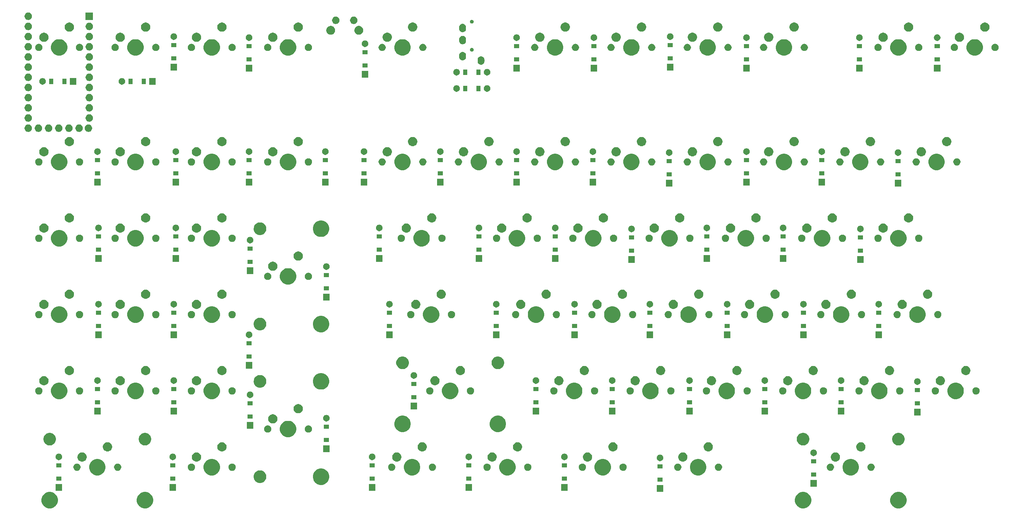
<source format=gbs>
G04 #@! TF.GenerationSoftware,KiCad,Pcbnew,(5.1.4)-1*
G04 #@! TF.CreationDate,2019-10-25T22:15:33-04:00*
G04 #@! TF.ProjectId,Keyboard - Left,4b657962-6f61-4726-9420-2d204c656674,rev?*
G04 #@! TF.SameCoordinates,Original*
G04 #@! TF.FileFunction,Soldermask,Bot*
G04 #@! TF.FilePolarity,Negative*
%FSLAX46Y46*%
G04 Gerber Fmt 4.6, Leading zero omitted, Abs format (unit mm)*
G04 Created by KiCad (PCBNEW (5.1.4)-1) date 2019-10-25 22:15:33*
%MOMM*%
%LPD*%
G04 APERTURE LIST*
%ADD10C,0.100000*%
G04 APERTURE END LIST*
D10*
G36*
X59964504Y-151841568D02*
G01*
X60337761Y-151996176D01*
X60337763Y-151996177D01*
X60673686Y-152220634D01*
X60959366Y-152506314D01*
X61183824Y-152842239D01*
X61338432Y-153215496D01*
X61417250Y-153611743D01*
X61417250Y-154015757D01*
X61338432Y-154412004D01*
X61183824Y-154785261D01*
X61183823Y-154785263D01*
X60959366Y-155121186D01*
X60673686Y-155406866D01*
X60337763Y-155631323D01*
X60337762Y-155631324D01*
X60337761Y-155631324D01*
X59964504Y-155785932D01*
X59568257Y-155864750D01*
X59164243Y-155864750D01*
X58767996Y-155785932D01*
X58394739Y-155631324D01*
X58394738Y-155631324D01*
X58394737Y-155631323D01*
X58058814Y-155406866D01*
X57773134Y-155121186D01*
X57548677Y-154785263D01*
X57548676Y-154785261D01*
X57394068Y-154412004D01*
X57315250Y-154015757D01*
X57315250Y-153611743D01*
X57394068Y-153215496D01*
X57548676Y-152842239D01*
X57773134Y-152506314D01*
X58058814Y-152220634D01*
X58394737Y-151996177D01*
X58394739Y-151996176D01*
X58767996Y-151841568D01*
X59164243Y-151762750D01*
X59568257Y-151762750D01*
X59964504Y-151841568D01*
X59964504Y-151841568D01*
G37*
G36*
X224283254Y-151841568D02*
G01*
X224656511Y-151996176D01*
X224656513Y-151996177D01*
X224992436Y-152220634D01*
X225278116Y-152506314D01*
X225502574Y-152842239D01*
X225657182Y-153215496D01*
X225736000Y-153611743D01*
X225736000Y-154015757D01*
X225657182Y-154412004D01*
X225502574Y-154785261D01*
X225502573Y-154785263D01*
X225278116Y-155121186D01*
X224992436Y-155406866D01*
X224656513Y-155631323D01*
X224656512Y-155631324D01*
X224656511Y-155631324D01*
X224283254Y-155785932D01*
X223887007Y-155864750D01*
X223482993Y-155864750D01*
X223086746Y-155785932D01*
X222713489Y-155631324D01*
X222713488Y-155631324D01*
X222713487Y-155631323D01*
X222377564Y-155406866D01*
X222091884Y-155121186D01*
X221867427Y-154785263D01*
X221867426Y-154785261D01*
X221712818Y-154412004D01*
X221634000Y-154015757D01*
X221634000Y-153611743D01*
X221712818Y-153215496D01*
X221867426Y-152842239D01*
X222091884Y-152506314D01*
X222377564Y-152220634D01*
X222713487Y-151996177D01*
X222713489Y-151996176D01*
X223086746Y-151841568D01*
X223482993Y-151762750D01*
X223887007Y-151762750D01*
X224283254Y-151841568D01*
X224283254Y-151841568D01*
G37*
G36*
X248083254Y-151841568D02*
G01*
X248456511Y-151996176D01*
X248456513Y-151996177D01*
X248792436Y-152220634D01*
X249078116Y-152506314D01*
X249302574Y-152842239D01*
X249457182Y-153215496D01*
X249536000Y-153611743D01*
X249536000Y-154015757D01*
X249457182Y-154412004D01*
X249302574Y-154785261D01*
X249302573Y-154785263D01*
X249078116Y-155121186D01*
X248792436Y-155406866D01*
X248456513Y-155631323D01*
X248456512Y-155631324D01*
X248456511Y-155631324D01*
X248083254Y-155785932D01*
X247687007Y-155864750D01*
X247282993Y-155864750D01*
X246886746Y-155785932D01*
X246513489Y-155631324D01*
X246513488Y-155631324D01*
X246513487Y-155631323D01*
X246177564Y-155406866D01*
X245891884Y-155121186D01*
X245667427Y-154785263D01*
X245667426Y-154785261D01*
X245512818Y-154412004D01*
X245434000Y-154015757D01*
X245434000Y-153611743D01*
X245512818Y-153215496D01*
X245667426Y-152842239D01*
X245891884Y-152506314D01*
X246177564Y-152220634D01*
X246513487Y-151996177D01*
X246513489Y-151996176D01*
X246886746Y-151841568D01*
X247282993Y-151762750D01*
X247687007Y-151762750D01*
X248083254Y-151841568D01*
X248083254Y-151841568D01*
G37*
G36*
X36164504Y-151841568D02*
G01*
X36537761Y-151996176D01*
X36537763Y-151996177D01*
X36873686Y-152220634D01*
X37159366Y-152506314D01*
X37383824Y-152842239D01*
X37538432Y-153215496D01*
X37617250Y-153611743D01*
X37617250Y-154015757D01*
X37538432Y-154412004D01*
X37383824Y-154785261D01*
X37383823Y-154785263D01*
X37159366Y-155121186D01*
X36873686Y-155406866D01*
X36537763Y-155631323D01*
X36537762Y-155631324D01*
X36537761Y-155631324D01*
X36164504Y-155785932D01*
X35768257Y-155864750D01*
X35364243Y-155864750D01*
X34967996Y-155785932D01*
X34594739Y-155631324D01*
X34594738Y-155631324D01*
X34594737Y-155631323D01*
X34258814Y-155406866D01*
X33973134Y-155121186D01*
X33748677Y-154785263D01*
X33748676Y-154785261D01*
X33594068Y-154412004D01*
X33515250Y-154015757D01*
X33515250Y-153611743D01*
X33594068Y-153215496D01*
X33748676Y-152842239D01*
X33973134Y-152506314D01*
X34258814Y-152220634D01*
X34594737Y-151996177D01*
X34594739Y-151996176D01*
X34967996Y-151841568D01*
X35364243Y-151762750D01*
X35768257Y-151762750D01*
X36164504Y-151841568D01*
X36164504Y-151841568D01*
G37*
G36*
X188773000Y-151689000D02*
G01*
X187147000Y-151689000D01*
X187147000Y-150063000D01*
X188773000Y-150063000D01*
X188773000Y-151689000D01*
X188773000Y-151689000D01*
G37*
G36*
X116891000Y-151435000D02*
G01*
X115265000Y-151435000D01*
X115265000Y-149809000D01*
X116891000Y-149809000D01*
X116891000Y-151435000D01*
X116891000Y-151435000D01*
G37*
G36*
X164897000Y-151435000D02*
G01*
X163271000Y-151435000D01*
X163271000Y-149809000D01*
X164897000Y-149809000D01*
X164897000Y-151435000D01*
X164897000Y-151435000D01*
G37*
G36*
X38659000Y-151435000D02*
G01*
X37033000Y-151435000D01*
X37033000Y-149809000D01*
X38659000Y-149809000D01*
X38659000Y-151435000D01*
X38659000Y-151435000D01*
G37*
G36*
X67107000Y-151435000D02*
G01*
X65481000Y-151435000D01*
X65481000Y-149809000D01*
X67107000Y-149809000D01*
X67107000Y-151435000D01*
X67107000Y-151435000D01*
G37*
G36*
X141021000Y-151435000D02*
G01*
X139395000Y-151435000D01*
X139395000Y-149809000D01*
X141021000Y-149809000D01*
X141021000Y-151435000D01*
X141021000Y-151435000D01*
G37*
G36*
X227127000Y-150419000D02*
G01*
X225501000Y-150419000D01*
X225501000Y-148793000D01*
X227127000Y-148793000D01*
X227127000Y-150419000D01*
X227127000Y-150419000D01*
G37*
G36*
X103929504Y-145976568D02*
G01*
X104302761Y-146131176D01*
X104302763Y-146131177D01*
X104638686Y-146355634D01*
X104924366Y-146641314D01*
X105084644Y-146881186D01*
X105148824Y-146977239D01*
X105303432Y-147350496D01*
X105382250Y-147746743D01*
X105382250Y-148150757D01*
X105303432Y-148547004D01*
X105201537Y-148793000D01*
X105148823Y-148920263D01*
X104924366Y-149256186D01*
X104638686Y-149541866D01*
X104302763Y-149766323D01*
X104302762Y-149766324D01*
X104302761Y-149766324D01*
X103929504Y-149920932D01*
X103533257Y-149999750D01*
X103129243Y-149999750D01*
X102732996Y-149920932D01*
X102359739Y-149766324D01*
X102359738Y-149766324D01*
X102359737Y-149766323D01*
X102023814Y-149541866D01*
X101738134Y-149256186D01*
X101513677Y-148920263D01*
X101460963Y-148793000D01*
X101359068Y-148547004D01*
X101280250Y-148150757D01*
X101280250Y-147746743D01*
X101359068Y-147350496D01*
X101513676Y-146977239D01*
X101577857Y-146881186D01*
X101738134Y-146641314D01*
X102023814Y-146355634D01*
X102359737Y-146131177D01*
X102359739Y-146131176D01*
X102732996Y-145976568D01*
X103129243Y-145897750D01*
X103533257Y-145897750D01*
X103929504Y-145976568D01*
X103929504Y-145976568D01*
G37*
G36*
X88322333Y-146387840D02*
G01*
X88550952Y-146433314D01*
X88837766Y-146552117D01*
X89095892Y-146724591D01*
X89315409Y-146944108D01*
X89487883Y-147202234D01*
X89606686Y-147489048D01*
X89667250Y-147793528D01*
X89667250Y-148103972D01*
X89606686Y-148408452D01*
X89487883Y-148695266D01*
X89315409Y-148953392D01*
X89095892Y-149172909D01*
X88837766Y-149345383D01*
X88550952Y-149464186D01*
X88322333Y-149509660D01*
X88246474Y-149524750D01*
X87936026Y-149524750D01*
X87860167Y-149509660D01*
X87631548Y-149464186D01*
X87344734Y-149345383D01*
X87086608Y-149172909D01*
X86867091Y-148953392D01*
X86694617Y-148695266D01*
X86575814Y-148408452D01*
X86515250Y-148103972D01*
X86515250Y-147793528D01*
X86575814Y-147489048D01*
X86694617Y-147202234D01*
X86867091Y-146944108D01*
X87086608Y-146724591D01*
X87344734Y-146552117D01*
X87631548Y-146433314D01*
X87860167Y-146387840D01*
X87936026Y-146372750D01*
X88246474Y-146372750D01*
X88322333Y-146387840D01*
X88322333Y-146387840D01*
G37*
G36*
X188611000Y-149217000D02*
G01*
X187309000Y-149217000D01*
X187309000Y-148215000D01*
X188611000Y-148215000D01*
X188611000Y-149217000D01*
X188611000Y-149217000D01*
G37*
G36*
X66945000Y-148963000D02*
G01*
X65643000Y-148963000D01*
X65643000Y-147961000D01*
X66945000Y-147961000D01*
X66945000Y-148963000D01*
X66945000Y-148963000D01*
G37*
G36*
X164735000Y-148963000D02*
G01*
X163433000Y-148963000D01*
X163433000Y-147961000D01*
X164735000Y-147961000D01*
X164735000Y-148963000D01*
X164735000Y-148963000D01*
G37*
G36*
X116729000Y-148963000D02*
G01*
X115427000Y-148963000D01*
X115427000Y-147961000D01*
X116729000Y-147961000D01*
X116729000Y-148963000D01*
X116729000Y-148963000D01*
G37*
G36*
X140859000Y-148963000D02*
G01*
X139557000Y-148963000D01*
X139557000Y-147961000D01*
X140859000Y-147961000D01*
X140859000Y-148963000D01*
X140859000Y-148963000D01*
G37*
G36*
X38497000Y-148963000D02*
G01*
X37195000Y-148963000D01*
X37195000Y-147961000D01*
X38497000Y-147961000D01*
X38497000Y-148963000D01*
X38497000Y-148963000D01*
G37*
G36*
X226965000Y-147947000D02*
G01*
X225663000Y-147947000D01*
X225663000Y-146945000D01*
X226965000Y-146945000D01*
X226965000Y-147947000D01*
X226965000Y-147947000D01*
G37*
G36*
X174270754Y-143601568D02*
G01*
X174644011Y-143756176D01*
X174644013Y-143756177D01*
X174973706Y-143976471D01*
X174979936Y-143980634D01*
X175265616Y-144266314D01*
X175490074Y-144602239D01*
X175644682Y-144975496D01*
X175723500Y-145371743D01*
X175723500Y-145775757D01*
X175644682Y-146172004D01*
X175490074Y-146545261D01*
X175490073Y-146545263D01*
X175265616Y-146881186D01*
X174979936Y-147166866D01*
X174644013Y-147391323D01*
X174644012Y-147391324D01*
X174644011Y-147391324D01*
X174270754Y-147545932D01*
X173874507Y-147624750D01*
X173470493Y-147624750D01*
X173074246Y-147545932D01*
X172700989Y-147391324D01*
X172700988Y-147391324D01*
X172700987Y-147391323D01*
X172365064Y-147166866D01*
X172079384Y-146881186D01*
X171854927Y-146545263D01*
X171854926Y-146545261D01*
X171700318Y-146172004D01*
X171621500Y-145775757D01*
X171621500Y-145371743D01*
X171700318Y-144975496D01*
X171854926Y-144602239D01*
X172079384Y-144266314D01*
X172365064Y-143980634D01*
X172371294Y-143976471D01*
X172700987Y-143756177D01*
X172700989Y-143756176D01*
X173074246Y-143601568D01*
X173470493Y-143522750D01*
X173874507Y-143522750D01*
X174270754Y-143601568D01*
X174270754Y-143601568D01*
G37*
G36*
X236183254Y-143601568D02*
G01*
X236556511Y-143756176D01*
X236556513Y-143756177D01*
X236886206Y-143976471D01*
X236892436Y-143980634D01*
X237178116Y-144266314D01*
X237402574Y-144602239D01*
X237557182Y-144975496D01*
X237636000Y-145371743D01*
X237636000Y-145775757D01*
X237557182Y-146172004D01*
X237402574Y-146545261D01*
X237402573Y-146545263D01*
X237178116Y-146881186D01*
X236892436Y-147166866D01*
X236556513Y-147391323D01*
X236556512Y-147391324D01*
X236556511Y-147391324D01*
X236183254Y-147545932D01*
X235787007Y-147624750D01*
X235382993Y-147624750D01*
X234986746Y-147545932D01*
X234613489Y-147391324D01*
X234613488Y-147391324D01*
X234613487Y-147391323D01*
X234277564Y-147166866D01*
X233991884Y-146881186D01*
X233767427Y-146545263D01*
X233767426Y-146545261D01*
X233612818Y-146172004D01*
X233534000Y-145775757D01*
X233534000Y-145371743D01*
X233612818Y-144975496D01*
X233767426Y-144602239D01*
X233991884Y-144266314D01*
X234277564Y-143980634D01*
X234283794Y-143976471D01*
X234613487Y-143756177D01*
X234613489Y-143756176D01*
X234986746Y-143601568D01*
X235382993Y-143522750D01*
X235787007Y-143522750D01*
X236183254Y-143601568D01*
X236183254Y-143601568D01*
G37*
G36*
X198083254Y-143601568D02*
G01*
X198456511Y-143756176D01*
X198456513Y-143756177D01*
X198786206Y-143976471D01*
X198792436Y-143980634D01*
X199078116Y-144266314D01*
X199302574Y-144602239D01*
X199457182Y-144975496D01*
X199536000Y-145371743D01*
X199536000Y-145775757D01*
X199457182Y-146172004D01*
X199302574Y-146545261D01*
X199302573Y-146545263D01*
X199078116Y-146881186D01*
X198792436Y-147166866D01*
X198456513Y-147391323D01*
X198456512Y-147391324D01*
X198456511Y-147391324D01*
X198083254Y-147545932D01*
X197687007Y-147624750D01*
X197282993Y-147624750D01*
X196886746Y-147545932D01*
X196513489Y-147391324D01*
X196513488Y-147391324D01*
X196513487Y-147391323D01*
X196177564Y-147166866D01*
X195891884Y-146881186D01*
X195667427Y-146545263D01*
X195667426Y-146545261D01*
X195512818Y-146172004D01*
X195434000Y-145775757D01*
X195434000Y-145371743D01*
X195512818Y-144975496D01*
X195667426Y-144602239D01*
X195891884Y-144266314D01*
X196177564Y-143980634D01*
X196183794Y-143976471D01*
X196513487Y-143756177D01*
X196513489Y-143756176D01*
X196886746Y-143601568D01*
X197282993Y-143522750D01*
X197687007Y-143522750D01*
X198083254Y-143601568D01*
X198083254Y-143601568D01*
G37*
G36*
X150458254Y-143601568D02*
G01*
X150831511Y-143756176D01*
X150831513Y-143756177D01*
X151161206Y-143976471D01*
X151167436Y-143980634D01*
X151453116Y-144266314D01*
X151677574Y-144602239D01*
X151832182Y-144975496D01*
X151911000Y-145371743D01*
X151911000Y-145775757D01*
X151832182Y-146172004D01*
X151677574Y-146545261D01*
X151677573Y-146545263D01*
X151453116Y-146881186D01*
X151167436Y-147166866D01*
X150831513Y-147391323D01*
X150831512Y-147391324D01*
X150831511Y-147391324D01*
X150458254Y-147545932D01*
X150062007Y-147624750D01*
X149657993Y-147624750D01*
X149261746Y-147545932D01*
X148888489Y-147391324D01*
X148888488Y-147391324D01*
X148888487Y-147391323D01*
X148552564Y-147166866D01*
X148266884Y-146881186D01*
X148042427Y-146545263D01*
X148042426Y-146545261D01*
X147887818Y-146172004D01*
X147809000Y-145775757D01*
X147809000Y-145371743D01*
X147887818Y-144975496D01*
X148042426Y-144602239D01*
X148266884Y-144266314D01*
X148552564Y-143980634D01*
X148558794Y-143976471D01*
X148888487Y-143756177D01*
X148888489Y-143756176D01*
X149261746Y-143601568D01*
X149657993Y-143522750D01*
X150062007Y-143522750D01*
X150458254Y-143601568D01*
X150458254Y-143601568D01*
G37*
G36*
X76639504Y-143601568D02*
G01*
X77012761Y-143756176D01*
X77012763Y-143756177D01*
X77342456Y-143976471D01*
X77348686Y-143980634D01*
X77634366Y-144266314D01*
X77858824Y-144602239D01*
X78013432Y-144975496D01*
X78092250Y-145371743D01*
X78092250Y-145775757D01*
X78013432Y-146172004D01*
X77858824Y-146545261D01*
X77858823Y-146545263D01*
X77634366Y-146881186D01*
X77348686Y-147166866D01*
X77012763Y-147391323D01*
X77012762Y-147391324D01*
X77012761Y-147391324D01*
X76639504Y-147545932D01*
X76243257Y-147624750D01*
X75839243Y-147624750D01*
X75442996Y-147545932D01*
X75069739Y-147391324D01*
X75069738Y-147391324D01*
X75069737Y-147391323D01*
X74733814Y-147166866D01*
X74448134Y-146881186D01*
X74223677Y-146545263D01*
X74223676Y-146545261D01*
X74069068Y-146172004D01*
X73990250Y-145775757D01*
X73990250Y-145371743D01*
X74069068Y-144975496D01*
X74223676Y-144602239D01*
X74448134Y-144266314D01*
X74733814Y-143980634D01*
X74740044Y-143976471D01*
X75069737Y-143756177D01*
X75069739Y-143756176D01*
X75442996Y-143601568D01*
X75839243Y-143522750D01*
X76243257Y-143522750D01*
X76639504Y-143601568D01*
X76639504Y-143601568D01*
G37*
G36*
X48064504Y-143601568D02*
G01*
X48437761Y-143756176D01*
X48437763Y-143756177D01*
X48767456Y-143976471D01*
X48773686Y-143980634D01*
X49059366Y-144266314D01*
X49283824Y-144602239D01*
X49438432Y-144975496D01*
X49517250Y-145371743D01*
X49517250Y-145775757D01*
X49438432Y-146172004D01*
X49283824Y-146545261D01*
X49283823Y-146545263D01*
X49059366Y-146881186D01*
X48773686Y-147166866D01*
X48437763Y-147391323D01*
X48437762Y-147391324D01*
X48437761Y-147391324D01*
X48064504Y-147545932D01*
X47668257Y-147624750D01*
X47264243Y-147624750D01*
X46867996Y-147545932D01*
X46494739Y-147391324D01*
X46494738Y-147391324D01*
X46494737Y-147391323D01*
X46158814Y-147166866D01*
X45873134Y-146881186D01*
X45648677Y-146545263D01*
X45648676Y-146545261D01*
X45494068Y-146172004D01*
X45415250Y-145775757D01*
X45415250Y-145371743D01*
X45494068Y-144975496D01*
X45648676Y-144602239D01*
X45873134Y-144266314D01*
X46158814Y-143980634D01*
X46165044Y-143976471D01*
X46494737Y-143756177D01*
X46494739Y-143756176D01*
X46867996Y-143601568D01*
X47264243Y-143522750D01*
X47668257Y-143522750D01*
X48064504Y-143601568D01*
X48064504Y-143601568D01*
G37*
G36*
X126645754Y-143601568D02*
G01*
X127019011Y-143756176D01*
X127019013Y-143756177D01*
X127348706Y-143976471D01*
X127354936Y-143980634D01*
X127640616Y-144266314D01*
X127865074Y-144602239D01*
X128019682Y-144975496D01*
X128098500Y-145371743D01*
X128098500Y-145775757D01*
X128019682Y-146172004D01*
X127865074Y-146545261D01*
X127865073Y-146545263D01*
X127640616Y-146881186D01*
X127354936Y-147166866D01*
X127019013Y-147391323D01*
X127019012Y-147391324D01*
X127019011Y-147391324D01*
X126645754Y-147545932D01*
X126249507Y-147624750D01*
X125845493Y-147624750D01*
X125449246Y-147545932D01*
X125075989Y-147391324D01*
X125075988Y-147391324D01*
X125075987Y-147391323D01*
X124740064Y-147166866D01*
X124454384Y-146881186D01*
X124229927Y-146545263D01*
X124229926Y-146545261D01*
X124075318Y-146172004D01*
X123996500Y-145775757D01*
X123996500Y-145371743D01*
X124075318Y-144975496D01*
X124229926Y-144602239D01*
X124454384Y-144266314D01*
X124740064Y-143980634D01*
X124746294Y-143976471D01*
X125075987Y-143756177D01*
X125075989Y-143756176D01*
X125449246Y-143601568D01*
X125845493Y-143522750D01*
X126249507Y-143522750D01*
X126645754Y-143601568D01*
X126645754Y-143601568D01*
G37*
G36*
X202678512Y-144677677D02*
G01*
X202827812Y-144707374D01*
X202991784Y-144775294D01*
X203139354Y-144873897D01*
X203264853Y-144999396D01*
X203363456Y-145146966D01*
X203431376Y-145310938D01*
X203466000Y-145485009D01*
X203466000Y-145662491D01*
X203431376Y-145836562D01*
X203363456Y-146000534D01*
X203264853Y-146148104D01*
X203139354Y-146273603D01*
X202991784Y-146372206D01*
X202827812Y-146440126D01*
X202678512Y-146469823D01*
X202653742Y-146474750D01*
X202476258Y-146474750D01*
X202451488Y-146469823D01*
X202302188Y-146440126D01*
X202138216Y-146372206D01*
X201990646Y-146273603D01*
X201865147Y-146148104D01*
X201766544Y-146000534D01*
X201698624Y-145836562D01*
X201664000Y-145662491D01*
X201664000Y-145485009D01*
X201698624Y-145310938D01*
X201766544Y-145146966D01*
X201865147Y-144999396D01*
X201990646Y-144873897D01*
X202138216Y-144775294D01*
X202302188Y-144707374D01*
X202451488Y-144677677D01*
X202476258Y-144672750D01*
X202653742Y-144672750D01*
X202678512Y-144677677D01*
X202678512Y-144677677D01*
G37*
G36*
X71074762Y-144677677D02*
G01*
X71224062Y-144707374D01*
X71388034Y-144775294D01*
X71535604Y-144873897D01*
X71661103Y-144999396D01*
X71759706Y-145146966D01*
X71827626Y-145310938D01*
X71862250Y-145485009D01*
X71862250Y-145662491D01*
X71827626Y-145836562D01*
X71759706Y-146000534D01*
X71661103Y-146148104D01*
X71535604Y-146273603D01*
X71388034Y-146372206D01*
X71224062Y-146440126D01*
X71074762Y-146469823D01*
X71049992Y-146474750D01*
X70872508Y-146474750D01*
X70847738Y-146469823D01*
X70698438Y-146440126D01*
X70534466Y-146372206D01*
X70386896Y-146273603D01*
X70261397Y-146148104D01*
X70162794Y-146000534D01*
X70094874Y-145836562D01*
X70060250Y-145662491D01*
X70060250Y-145485009D01*
X70094874Y-145310938D01*
X70162794Y-145146966D01*
X70261397Y-144999396D01*
X70386896Y-144873897D01*
X70534466Y-144775294D01*
X70698438Y-144707374D01*
X70847738Y-144677677D01*
X70872508Y-144672750D01*
X71049992Y-144672750D01*
X71074762Y-144677677D01*
X71074762Y-144677677D01*
G37*
G36*
X52659762Y-144677677D02*
G01*
X52809062Y-144707374D01*
X52973034Y-144775294D01*
X53120604Y-144873897D01*
X53246103Y-144999396D01*
X53344706Y-145146966D01*
X53412626Y-145310938D01*
X53447250Y-145485009D01*
X53447250Y-145662491D01*
X53412626Y-145836562D01*
X53344706Y-146000534D01*
X53246103Y-146148104D01*
X53120604Y-146273603D01*
X52973034Y-146372206D01*
X52809062Y-146440126D01*
X52659762Y-146469823D01*
X52634992Y-146474750D01*
X52457508Y-146474750D01*
X52432738Y-146469823D01*
X52283438Y-146440126D01*
X52119466Y-146372206D01*
X51971896Y-146273603D01*
X51846397Y-146148104D01*
X51747794Y-146000534D01*
X51679874Y-145836562D01*
X51645250Y-145662491D01*
X51645250Y-145485009D01*
X51679874Y-145310938D01*
X51747794Y-145146966D01*
X51846397Y-144999396D01*
X51971896Y-144873897D01*
X52119466Y-144775294D01*
X52283438Y-144707374D01*
X52432738Y-144677677D01*
X52457508Y-144672750D01*
X52634992Y-144672750D01*
X52659762Y-144677677D01*
X52659762Y-144677677D01*
G37*
G36*
X81234762Y-144677677D02*
G01*
X81384062Y-144707374D01*
X81548034Y-144775294D01*
X81695604Y-144873897D01*
X81821103Y-144999396D01*
X81919706Y-145146966D01*
X81987626Y-145310938D01*
X82022250Y-145485009D01*
X82022250Y-145662491D01*
X81987626Y-145836562D01*
X81919706Y-146000534D01*
X81821103Y-146148104D01*
X81695604Y-146273603D01*
X81548034Y-146372206D01*
X81384062Y-146440126D01*
X81234762Y-146469823D01*
X81209992Y-146474750D01*
X81032508Y-146474750D01*
X81007738Y-146469823D01*
X80858438Y-146440126D01*
X80694466Y-146372206D01*
X80546896Y-146273603D01*
X80421397Y-146148104D01*
X80322794Y-146000534D01*
X80254874Y-145836562D01*
X80220250Y-145662491D01*
X80220250Y-145485009D01*
X80254874Y-145310938D01*
X80322794Y-145146966D01*
X80421397Y-144999396D01*
X80546896Y-144873897D01*
X80694466Y-144775294D01*
X80858438Y-144707374D01*
X81007738Y-144677677D01*
X81032508Y-144672750D01*
X81209992Y-144672750D01*
X81234762Y-144677677D01*
X81234762Y-144677677D01*
G37*
G36*
X42499762Y-144677677D02*
G01*
X42649062Y-144707374D01*
X42813034Y-144775294D01*
X42960604Y-144873897D01*
X43086103Y-144999396D01*
X43184706Y-145146966D01*
X43252626Y-145310938D01*
X43287250Y-145485009D01*
X43287250Y-145662491D01*
X43252626Y-145836562D01*
X43184706Y-146000534D01*
X43086103Y-146148104D01*
X42960604Y-146273603D01*
X42813034Y-146372206D01*
X42649062Y-146440126D01*
X42499762Y-146469823D01*
X42474992Y-146474750D01*
X42297508Y-146474750D01*
X42272738Y-146469823D01*
X42123438Y-146440126D01*
X41959466Y-146372206D01*
X41811896Y-146273603D01*
X41686397Y-146148104D01*
X41587794Y-146000534D01*
X41519874Y-145836562D01*
X41485250Y-145662491D01*
X41485250Y-145485009D01*
X41519874Y-145310938D01*
X41587794Y-145146966D01*
X41686397Y-144999396D01*
X41811896Y-144873897D01*
X41959466Y-144775294D01*
X42123438Y-144707374D01*
X42272738Y-144677677D01*
X42297508Y-144672750D01*
X42474992Y-144672750D01*
X42499762Y-144677677D01*
X42499762Y-144677677D01*
G37*
G36*
X230618512Y-144677677D02*
G01*
X230767812Y-144707374D01*
X230931784Y-144775294D01*
X231079354Y-144873897D01*
X231204853Y-144999396D01*
X231303456Y-145146966D01*
X231371376Y-145310938D01*
X231406000Y-145485009D01*
X231406000Y-145662491D01*
X231371376Y-145836562D01*
X231303456Y-146000534D01*
X231204853Y-146148104D01*
X231079354Y-146273603D01*
X230931784Y-146372206D01*
X230767812Y-146440126D01*
X230618512Y-146469823D01*
X230593742Y-146474750D01*
X230416258Y-146474750D01*
X230391488Y-146469823D01*
X230242188Y-146440126D01*
X230078216Y-146372206D01*
X229930646Y-146273603D01*
X229805147Y-146148104D01*
X229706544Y-146000534D01*
X229638624Y-145836562D01*
X229604000Y-145662491D01*
X229604000Y-145485009D01*
X229638624Y-145310938D01*
X229706544Y-145146966D01*
X229805147Y-144999396D01*
X229930646Y-144873897D01*
X230078216Y-144775294D01*
X230242188Y-144707374D01*
X230391488Y-144677677D01*
X230416258Y-144672750D01*
X230593742Y-144672750D01*
X230618512Y-144677677D01*
X230618512Y-144677677D01*
G37*
G36*
X121081012Y-144677677D02*
G01*
X121230312Y-144707374D01*
X121394284Y-144775294D01*
X121541854Y-144873897D01*
X121667353Y-144999396D01*
X121765956Y-145146966D01*
X121833876Y-145310938D01*
X121868500Y-145485009D01*
X121868500Y-145662491D01*
X121833876Y-145836562D01*
X121765956Y-146000534D01*
X121667353Y-146148104D01*
X121541854Y-146273603D01*
X121394284Y-146372206D01*
X121230312Y-146440126D01*
X121081012Y-146469823D01*
X121056242Y-146474750D01*
X120878758Y-146474750D01*
X120853988Y-146469823D01*
X120704688Y-146440126D01*
X120540716Y-146372206D01*
X120393146Y-146273603D01*
X120267647Y-146148104D01*
X120169044Y-146000534D01*
X120101124Y-145836562D01*
X120066500Y-145662491D01*
X120066500Y-145485009D01*
X120101124Y-145310938D01*
X120169044Y-145146966D01*
X120267647Y-144999396D01*
X120393146Y-144873897D01*
X120540716Y-144775294D01*
X120704688Y-144707374D01*
X120853988Y-144677677D01*
X120878758Y-144672750D01*
X121056242Y-144672750D01*
X121081012Y-144677677D01*
X121081012Y-144677677D01*
G37*
G36*
X131241012Y-144677677D02*
G01*
X131390312Y-144707374D01*
X131554284Y-144775294D01*
X131701854Y-144873897D01*
X131827353Y-144999396D01*
X131925956Y-145146966D01*
X131993876Y-145310938D01*
X132028500Y-145485009D01*
X132028500Y-145662491D01*
X131993876Y-145836562D01*
X131925956Y-146000534D01*
X131827353Y-146148104D01*
X131701854Y-146273603D01*
X131554284Y-146372206D01*
X131390312Y-146440126D01*
X131241012Y-146469823D01*
X131216242Y-146474750D01*
X131038758Y-146474750D01*
X131013988Y-146469823D01*
X130864688Y-146440126D01*
X130700716Y-146372206D01*
X130553146Y-146273603D01*
X130427647Y-146148104D01*
X130329044Y-146000534D01*
X130261124Y-145836562D01*
X130226500Y-145662491D01*
X130226500Y-145485009D01*
X130261124Y-145310938D01*
X130329044Y-145146966D01*
X130427647Y-144999396D01*
X130553146Y-144873897D01*
X130700716Y-144775294D01*
X130864688Y-144707374D01*
X131013988Y-144677677D01*
X131038758Y-144672750D01*
X131216242Y-144672750D01*
X131241012Y-144677677D01*
X131241012Y-144677677D01*
G37*
G36*
X155053512Y-144677677D02*
G01*
X155202812Y-144707374D01*
X155366784Y-144775294D01*
X155514354Y-144873897D01*
X155639853Y-144999396D01*
X155738456Y-145146966D01*
X155806376Y-145310938D01*
X155841000Y-145485009D01*
X155841000Y-145662491D01*
X155806376Y-145836562D01*
X155738456Y-146000534D01*
X155639853Y-146148104D01*
X155514354Y-146273603D01*
X155366784Y-146372206D01*
X155202812Y-146440126D01*
X155053512Y-146469823D01*
X155028742Y-146474750D01*
X154851258Y-146474750D01*
X154826488Y-146469823D01*
X154677188Y-146440126D01*
X154513216Y-146372206D01*
X154365646Y-146273603D01*
X154240147Y-146148104D01*
X154141544Y-146000534D01*
X154073624Y-145836562D01*
X154039000Y-145662491D01*
X154039000Y-145485009D01*
X154073624Y-145310938D01*
X154141544Y-145146966D01*
X154240147Y-144999396D01*
X154365646Y-144873897D01*
X154513216Y-144775294D01*
X154677188Y-144707374D01*
X154826488Y-144677677D01*
X154851258Y-144672750D01*
X155028742Y-144672750D01*
X155053512Y-144677677D01*
X155053512Y-144677677D01*
G37*
G36*
X144893512Y-144677677D02*
G01*
X145042812Y-144707374D01*
X145206784Y-144775294D01*
X145354354Y-144873897D01*
X145479853Y-144999396D01*
X145578456Y-145146966D01*
X145646376Y-145310938D01*
X145681000Y-145485009D01*
X145681000Y-145662491D01*
X145646376Y-145836562D01*
X145578456Y-146000534D01*
X145479853Y-146148104D01*
X145354354Y-146273603D01*
X145206784Y-146372206D01*
X145042812Y-146440126D01*
X144893512Y-146469823D01*
X144868742Y-146474750D01*
X144691258Y-146474750D01*
X144666488Y-146469823D01*
X144517188Y-146440126D01*
X144353216Y-146372206D01*
X144205646Y-146273603D01*
X144080147Y-146148104D01*
X143981544Y-146000534D01*
X143913624Y-145836562D01*
X143879000Y-145662491D01*
X143879000Y-145485009D01*
X143913624Y-145310938D01*
X143981544Y-145146966D01*
X144080147Y-144999396D01*
X144205646Y-144873897D01*
X144353216Y-144775294D01*
X144517188Y-144707374D01*
X144666488Y-144677677D01*
X144691258Y-144672750D01*
X144868742Y-144672750D01*
X144893512Y-144677677D01*
X144893512Y-144677677D01*
G37*
G36*
X168706012Y-144677677D02*
G01*
X168855312Y-144707374D01*
X169019284Y-144775294D01*
X169166854Y-144873897D01*
X169292353Y-144999396D01*
X169390956Y-145146966D01*
X169458876Y-145310938D01*
X169493500Y-145485009D01*
X169493500Y-145662491D01*
X169458876Y-145836562D01*
X169390956Y-146000534D01*
X169292353Y-146148104D01*
X169166854Y-146273603D01*
X169019284Y-146372206D01*
X168855312Y-146440126D01*
X168706012Y-146469823D01*
X168681242Y-146474750D01*
X168503758Y-146474750D01*
X168478988Y-146469823D01*
X168329688Y-146440126D01*
X168165716Y-146372206D01*
X168018146Y-146273603D01*
X167892647Y-146148104D01*
X167794044Y-146000534D01*
X167726124Y-145836562D01*
X167691500Y-145662491D01*
X167691500Y-145485009D01*
X167726124Y-145310938D01*
X167794044Y-145146966D01*
X167892647Y-144999396D01*
X168018146Y-144873897D01*
X168165716Y-144775294D01*
X168329688Y-144707374D01*
X168478988Y-144677677D01*
X168503758Y-144672750D01*
X168681242Y-144672750D01*
X168706012Y-144677677D01*
X168706012Y-144677677D01*
G37*
G36*
X178866012Y-144677677D02*
G01*
X179015312Y-144707374D01*
X179179284Y-144775294D01*
X179326854Y-144873897D01*
X179452353Y-144999396D01*
X179550956Y-145146966D01*
X179618876Y-145310938D01*
X179653500Y-145485009D01*
X179653500Y-145662491D01*
X179618876Y-145836562D01*
X179550956Y-146000534D01*
X179452353Y-146148104D01*
X179326854Y-146273603D01*
X179179284Y-146372206D01*
X179015312Y-146440126D01*
X178866012Y-146469823D01*
X178841242Y-146474750D01*
X178663758Y-146474750D01*
X178638988Y-146469823D01*
X178489688Y-146440126D01*
X178325716Y-146372206D01*
X178178146Y-146273603D01*
X178052647Y-146148104D01*
X177954044Y-146000534D01*
X177886124Y-145836562D01*
X177851500Y-145662491D01*
X177851500Y-145485009D01*
X177886124Y-145310938D01*
X177954044Y-145146966D01*
X178052647Y-144999396D01*
X178178146Y-144873897D01*
X178325716Y-144775294D01*
X178489688Y-144707374D01*
X178638988Y-144677677D01*
X178663758Y-144672750D01*
X178841242Y-144672750D01*
X178866012Y-144677677D01*
X178866012Y-144677677D01*
G37*
G36*
X240778512Y-144677677D02*
G01*
X240927812Y-144707374D01*
X241091784Y-144775294D01*
X241239354Y-144873897D01*
X241364853Y-144999396D01*
X241463456Y-145146966D01*
X241531376Y-145310938D01*
X241566000Y-145485009D01*
X241566000Y-145662491D01*
X241531376Y-145836562D01*
X241463456Y-146000534D01*
X241364853Y-146148104D01*
X241239354Y-146273603D01*
X241091784Y-146372206D01*
X240927812Y-146440126D01*
X240778512Y-146469823D01*
X240753742Y-146474750D01*
X240576258Y-146474750D01*
X240551488Y-146469823D01*
X240402188Y-146440126D01*
X240238216Y-146372206D01*
X240090646Y-146273603D01*
X239965147Y-146148104D01*
X239866544Y-146000534D01*
X239798624Y-145836562D01*
X239764000Y-145662491D01*
X239764000Y-145485009D01*
X239798624Y-145310938D01*
X239866544Y-145146966D01*
X239965147Y-144999396D01*
X240090646Y-144873897D01*
X240238216Y-144775294D01*
X240402188Y-144707374D01*
X240551488Y-144677677D01*
X240576258Y-144672750D01*
X240753742Y-144672750D01*
X240778512Y-144677677D01*
X240778512Y-144677677D01*
G37*
G36*
X192518512Y-144677677D02*
G01*
X192667812Y-144707374D01*
X192831784Y-144775294D01*
X192979354Y-144873897D01*
X193104853Y-144999396D01*
X193203456Y-145146966D01*
X193271376Y-145310938D01*
X193306000Y-145485009D01*
X193306000Y-145662491D01*
X193271376Y-145836562D01*
X193203456Y-146000534D01*
X193104853Y-146148104D01*
X192979354Y-146273603D01*
X192831784Y-146372206D01*
X192667812Y-146440126D01*
X192518512Y-146469823D01*
X192493742Y-146474750D01*
X192316258Y-146474750D01*
X192291488Y-146469823D01*
X192142188Y-146440126D01*
X191978216Y-146372206D01*
X191830646Y-146273603D01*
X191705147Y-146148104D01*
X191606544Y-146000534D01*
X191538624Y-145836562D01*
X191504000Y-145662491D01*
X191504000Y-145485009D01*
X191538624Y-145310938D01*
X191606544Y-145146966D01*
X191705147Y-144999396D01*
X191830646Y-144873897D01*
X191978216Y-144775294D01*
X192142188Y-144707374D01*
X192291488Y-144677677D01*
X192316258Y-144672750D01*
X192493742Y-144672750D01*
X192518512Y-144677677D01*
X192518512Y-144677677D01*
G37*
G36*
X188611000Y-145917000D02*
G01*
X187309000Y-145917000D01*
X187309000Y-144915000D01*
X188611000Y-144915000D01*
X188611000Y-145917000D01*
X188611000Y-145917000D01*
G37*
G36*
X140859000Y-145663000D02*
G01*
X139557000Y-145663000D01*
X139557000Y-144661000D01*
X140859000Y-144661000D01*
X140859000Y-145663000D01*
X140859000Y-145663000D01*
G37*
G36*
X164735000Y-145663000D02*
G01*
X163433000Y-145663000D01*
X163433000Y-144661000D01*
X164735000Y-144661000D01*
X164735000Y-145663000D01*
X164735000Y-145663000D01*
G37*
G36*
X38497000Y-145663000D02*
G01*
X37195000Y-145663000D01*
X37195000Y-144661000D01*
X38497000Y-144661000D01*
X38497000Y-145663000D01*
X38497000Y-145663000D01*
G37*
G36*
X66945000Y-145663000D02*
G01*
X65643000Y-145663000D01*
X65643000Y-144661000D01*
X66945000Y-144661000D01*
X66945000Y-145663000D01*
X66945000Y-145663000D01*
G37*
G36*
X116729000Y-145663000D02*
G01*
X115427000Y-145663000D01*
X115427000Y-144661000D01*
X116729000Y-144661000D01*
X116729000Y-145663000D01*
X116729000Y-145663000D01*
G37*
G36*
X226965000Y-144647000D02*
G01*
X225663000Y-144647000D01*
X225663000Y-143645000D01*
X226965000Y-143645000D01*
X226965000Y-144647000D01*
X226965000Y-144647000D01*
G37*
G36*
X43880799Y-141904866D02*
G01*
X43991984Y-141926982D01*
X44201453Y-142013747D01*
X44389970Y-142139710D01*
X44550290Y-142300030D01*
X44666695Y-142474243D01*
X44676254Y-142488549D01*
X44682760Y-142504257D01*
X44763018Y-142698016D01*
X44783105Y-142799000D01*
X44797407Y-142870899D01*
X44807250Y-142920386D01*
X44807250Y-143147114D01*
X44763018Y-143369484D01*
X44676253Y-143578953D01*
X44550290Y-143767470D01*
X44389970Y-143927790D01*
X44201453Y-144053753D01*
X43991984Y-144140518D01*
X43880799Y-144162634D01*
X43769615Y-144184750D01*
X43542885Y-144184750D01*
X43431701Y-144162634D01*
X43320516Y-144140518D01*
X43111047Y-144053753D01*
X42922530Y-143927790D01*
X42762210Y-143767470D01*
X42636247Y-143578953D01*
X42549482Y-143369484D01*
X42505250Y-143147114D01*
X42505250Y-142920386D01*
X42515094Y-142870899D01*
X42529395Y-142799000D01*
X42549482Y-142698016D01*
X42629740Y-142504257D01*
X42636246Y-142488549D01*
X42645805Y-142474243D01*
X42762210Y-142300030D01*
X42922530Y-142139710D01*
X43111047Y-142013747D01*
X43320516Y-141926982D01*
X43431701Y-141904866D01*
X43542885Y-141882750D01*
X43769615Y-141882750D01*
X43880799Y-141904866D01*
X43880799Y-141904866D01*
G37*
G36*
X193899549Y-141904866D02*
G01*
X194010734Y-141926982D01*
X194220203Y-142013747D01*
X194408720Y-142139710D01*
X194569040Y-142300030D01*
X194685445Y-142474243D01*
X194695004Y-142488549D01*
X194701510Y-142504257D01*
X194781768Y-142698016D01*
X194801855Y-142799000D01*
X194816157Y-142870899D01*
X194826000Y-142920386D01*
X194826000Y-143147114D01*
X194781768Y-143369484D01*
X194695003Y-143578953D01*
X194569040Y-143767470D01*
X194408720Y-143927790D01*
X194220203Y-144053753D01*
X194010734Y-144140518D01*
X193899549Y-144162634D01*
X193788365Y-144184750D01*
X193561635Y-144184750D01*
X193450451Y-144162634D01*
X193339266Y-144140518D01*
X193129797Y-144053753D01*
X192941280Y-143927790D01*
X192780960Y-143767470D01*
X192654997Y-143578953D01*
X192568232Y-143369484D01*
X192524000Y-143147114D01*
X192524000Y-142920386D01*
X192533844Y-142870899D01*
X192548145Y-142799000D01*
X192568232Y-142698016D01*
X192648490Y-142504257D01*
X192654996Y-142488549D01*
X192664555Y-142474243D01*
X192780960Y-142300030D01*
X192941280Y-142139710D01*
X193129797Y-142013747D01*
X193339266Y-141926982D01*
X193450451Y-141904866D01*
X193561635Y-141882750D01*
X193788365Y-141882750D01*
X193899549Y-141904866D01*
X193899549Y-141904866D01*
G37*
G36*
X72455799Y-141904866D02*
G01*
X72566984Y-141926982D01*
X72776453Y-142013747D01*
X72964970Y-142139710D01*
X73125290Y-142300030D01*
X73241695Y-142474243D01*
X73251254Y-142488549D01*
X73257760Y-142504257D01*
X73338018Y-142698016D01*
X73358105Y-142799000D01*
X73372407Y-142870899D01*
X73382250Y-142920386D01*
X73382250Y-143147114D01*
X73338018Y-143369484D01*
X73251253Y-143578953D01*
X73125290Y-143767470D01*
X72964970Y-143927790D01*
X72776453Y-144053753D01*
X72566984Y-144140518D01*
X72455799Y-144162634D01*
X72344615Y-144184750D01*
X72117885Y-144184750D01*
X72006701Y-144162634D01*
X71895516Y-144140518D01*
X71686047Y-144053753D01*
X71497530Y-143927790D01*
X71337210Y-143767470D01*
X71211247Y-143578953D01*
X71124482Y-143369484D01*
X71080250Y-143147114D01*
X71080250Y-142920386D01*
X71090094Y-142870899D01*
X71104395Y-142799000D01*
X71124482Y-142698016D01*
X71204740Y-142504257D01*
X71211246Y-142488549D01*
X71220805Y-142474243D01*
X71337210Y-142300030D01*
X71497530Y-142139710D01*
X71686047Y-142013747D01*
X71895516Y-141926982D01*
X72006701Y-141904866D01*
X72117885Y-141882750D01*
X72344615Y-141882750D01*
X72455799Y-141904866D01*
X72455799Y-141904866D01*
G37*
G36*
X231999549Y-141904866D02*
G01*
X232110734Y-141926982D01*
X232320203Y-142013747D01*
X232508720Y-142139710D01*
X232669040Y-142300030D01*
X232785445Y-142474243D01*
X232795004Y-142488549D01*
X232801510Y-142504257D01*
X232881768Y-142698016D01*
X232901855Y-142799000D01*
X232916157Y-142870899D01*
X232926000Y-142920386D01*
X232926000Y-143147114D01*
X232881768Y-143369484D01*
X232795003Y-143578953D01*
X232669040Y-143767470D01*
X232508720Y-143927790D01*
X232320203Y-144053753D01*
X232110734Y-144140518D01*
X231999549Y-144162634D01*
X231888365Y-144184750D01*
X231661635Y-144184750D01*
X231550451Y-144162634D01*
X231439266Y-144140518D01*
X231229797Y-144053753D01*
X231041280Y-143927790D01*
X230880960Y-143767470D01*
X230754997Y-143578953D01*
X230668232Y-143369484D01*
X230624000Y-143147114D01*
X230624000Y-142920386D01*
X230633844Y-142870899D01*
X230648145Y-142799000D01*
X230668232Y-142698016D01*
X230748490Y-142504257D01*
X230754996Y-142488549D01*
X230764555Y-142474243D01*
X230880960Y-142300030D01*
X231041280Y-142139710D01*
X231229797Y-142013747D01*
X231439266Y-141926982D01*
X231550451Y-141904866D01*
X231661635Y-141882750D01*
X231888365Y-141882750D01*
X231999549Y-141904866D01*
X231999549Y-141904866D01*
G37*
G36*
X170087049Y-141904866D02*
G01*
X170198234Y-141926982D01*
X170407703Y-142013747D01*
X170596220Y-142139710D01*
X170756540Y-142300030D01*
X170872945Y-142474243D01*
X170882504Y-142488549D01*
X170889010Y-142504257D01*
X170969268Y-142698016D01*
X170989355Y-142799000D01*
X171003657Y-142870899D01*
X171013500Y-142920386D01*
X171013500Y-143147114D01*
X170969268Y-143369484D01*
X170882503Y-143578953D01*
X170756540Y-143767470D01*
X170596220Y-143927790D01*
X170407703Y-144053753D01*
X170198234Y-144140518D01*
X170087049Y-144162634D01*
X169975865Y-144184750D01*
X169749135Y-144184750D01*
X169637951Y-144162634D01*
X169526766Y-144140518D01*
X169317297Y-144053753D01*
X169128780Y-143927790D01*
X168968460Y-143767470D01*
X168842497Y-143578953D01*
X168755732Y-143369484D01*
X168711500Y-143147114D01*
X168711500Y-142920386D01*
X168721344Y-142870899D01*
X168735645Y-142799000D01*
X168755732Y-142698016D01*
X168835990Y-142504257D01*
X168842496Y-142488549D01*
X168852055Y-142474243D01*
X168968460Y-142300030D01*
X169128780Y-142139710D01*
X169317297Y-142013747D01*
X169526766Y-141926982D01*
X169637951Y-141904866D01*
X169749135Y-141882750D01*
X169975865Y-141882750D01*
X170087049Y-141904866D01*
X170087049Y-141904866D01*
G37*
G36*
X146274549Y-141904866D02*
G01*
X146385734Y-141926982D01*
X146595203Y-142013747D01*
X146783720Y-142139710D01*
X146944040Y-142300030D01*
X147060445Y-142474243D01*
X147070004Y-142488549D01*
X147076510Y-142504257D01*
X147156768Y-142698016D01*
X147176855Y-142799000D01*
X147191157Y-142870899D01*
X147201000Y-142920386D01*
X147201000Y-143147114D01*
X147156768Y-143369484D01*
X147070003Y-143578953D01*
X146944040Y-143767470D01*
X146783720Y-143927790D01*
X146595203Y-144053753D01*
X146385734Y-144140518D01*
X146274549Y-144162634D01*
X146163365Y-144184750D01*
X145936635Y-144184750D01*
X145825451Y-144162634D01*
X145714266Y-144140518D01*
X145504797Y-144053753D01*
X145316280Y-143927790D01*
X145155960Y-143767470D01*
X145029997Y-143578953D01*
X144943232Y-143369484D01*
X144899000Y-143147114D01*
X144899000Y-142920386D01*
X144908844Y-142870899D01*
X144923145Y-142799000D01*
X144943232Y-142698016D01*
X145023490Y-142504257D01*
X145029996Y-142488549D01*
X145039555Y-142474243D01*
X145155960Y-142300030D01*
X145316280Y-142139710D01*
X145504797Y-142013747D01*
X145714266Y-141926982D01*
X145825451Y-141904866D01*
X145936635Y-141882750D01*
X146163365Y-141882750D01*
X146274549Y-141904866D01*
X146274549Y-141904866D01*
G37*
G36*
X122462049Y-141904866D02*
G01*
X122573234Y-141926982D01*
X122782703Y-142013747D01*
X122971220Y-142139710D01*
X123131540Y-142300030D01*
X123247945Y-142474243D01*
X123257504Y-142488549D01*
X123264010Y-142504257D01*
X123344268Y-142698016D01*
X123364355Y-142799000D01*
X123378657Y-142870899D01*
X123388500Y-142920386D01*
X123388500Y-143147114D01*
X123344268Y-143369484D01*
X123257503Y-143578953D01*
X123131540Y-143767470D01*
X122971220Y-143927790D01*
X122782703Y-144053753D01*
X122573234Y-144140518D01*
X122462049Y-144162634D01*
X122350865Y-144184750D01*
X122124135Y-144184750D01*
X122012951Y-144162634D01*
X121901766Y-144140518D01*
X121692297Y-144053753D01*
X121503780Y-143927790D01*
X121343460Y-143767470D01*
X121217497Y-143578953D01*
X121130732Y-143369484D01*
X121086500Y-143147114D01*
X121086500Y-142920386D01*
X121096344Y-142870899D01*
X121110645Y-142799000D01*
X121130732Y-142698016D01*
X121210990Y-142504257D01*
X121217496Y-142488549D01*
X121227055Y-142474243D01*
X121343460Y-142300030D01*
X121503780Y-142139710D01*
X121692297Y-142013747D01*
X121901766Y-141926982D01*
X122012951Y-141904866D01*
X122124135Y-141882750D01*
X122350865Y-141882750D01*
X122462049Y-141904866D01*
X122462049Y-141904866D01*
G37*
G36*
X188197142Y-142474242D02*
G01*
X188345101Y-142535529D01*
X188478255Y-142624499D01*
X188591501Y-142737745D01*
X188680471Y-142870899D01*
X188741758Y-143018858D01*
X188773000Y-143175925D01*
X188773000Y-143336075D01*
X188741758Y-143493142D01*
X188680471Y-143641101D01*
X188591501Y-143774255D01*
X188478255Y-143887501D01*
X188345101Y-143976471D01*
X188197142Y-144037758D01*
X188040075Y-144069000D01*
X187879925Y-144069000D01*
X187722858Y-144037758D01*
X187574899Y-143976471D01*
X187441745Y-143887501D01*
X187328499Y-143774255D01*
X187239529Y-143641101D01*
X187178242Y-143493142D01*
X187147000Y-143336075D01*
X187147000Y-143175925D01*
X187178242Y-143018858D01*
X187239529Y-142870899D01*
X187328499Y-142737745D01*
X187441745Y-142624499D01*
X187574899Y-142535529D01*
X187722858Y-142474242D01*
X187879925Y-142443000D01*
X188040075Y-142443000D01*
X188197142Y-142474242D01*
X188197142Y-142474242D01*
G37*
G36*
X164321142Y-142220242D02*
G01*
X164469101Y-142281529D01*
X164602255Y-142370499D01*
X164715501Y-142483745D01*
X164804471Y-142616899D01*
X164865758Y-142764858D01*
X164897000Y-142921925D01*
X164897000Y-143082075D01*
X164865758Y-143239142D01*
X164804471Y-143387101D01*
X164715501Y-143520255D01*
X164602255Y-143633501D01*
X164469101Y-143722471D01*
X164321142Y-143783758D01*
X164164075Y-143815000D01*
X164003925Y-143815000D01*
X163846858Y-143783758D01*
X163698899Y-143722471D01*
X163565745Y-143633501D01*
X163452499Y-143520255D01*
X163363529Y-143387101D01*
X163302242Y-143239142D01*
X163271000Y-143082075D01*
X163271000Y-142921925D01*
X163302242Y-142764858D01*
X163363529Y-142616899D01*
X163452499Y-142483745D01*
X163565745Y-142370499D01*
X163698899Y-142281529D01*
X163846858Y-142220242D01*
X164003925Y-142189000D01*
X164164075Y-142189000D01*
X164321142Y-142220242D01*
X164321142Y-142220242D01*
G37*
G36*
X116315142Y-142220242D02*
G01*
X116463101Y-142281529D01*
X116596255Y-142370499D01*
X116709501Y-142483745D01*
X116798471Y-142616899D01*
X116859758Y-142764858D01*
X116891000Y-142921925D01*
X116891000Y-143082075D01*
X116859758Y-143239142D01*
X116798471Y-143387101D01*
X116709501Y-143520255D01*
X116596255Y-143633501D01*
X116463101Y-143722471D01*
X116315142Y-143783758D01*
X116158075Y-143815000D01*
X115997925Y-143815000D01*
X115840858Y-143783758D01*
X115692899Y-143722471D01*
X115559745Y-143633501D01*
X115446499Y-143520255D01*
X115357529Y-143387101D01*
X115296242Y-143239142D01*
X115265000Y-143082075D01*
X115265000Y-142921925D01*
X115296242Y-142764858D01*
X115357529Y-142616899D01*
X115446499Y-142483745D01*
X115559745Y-142370499D01*
X115692899Y-142281529D01*
X115840858Y-142220242D01*
X115997925Y-142189000D01*
X116158075Y-142189000D01*
X116315142Y-142220242D01*
X116315142Y-142220242D01*
G37*
G36*
X66531142Y-142220242D02*
G01*
X66679101Y-142281529D01*
X66812255Y-142370499D01*
X66925501Y-142483745D01*
X67014471Y-142616899D01*
X67075758Y-142764858D01*
X67107000Y-142921925D01*
X67107000Y-143082075D01*
X67075758Y-143239142D01*
X67014471Y-143387101D01*
X66925501Y-143520255D01*
X66812255Y-143633501D01*
X66679101Y-143722471D01*
X66531142Y-143783758D01*
X66374075Y-143815000D01*
X66213925Y-143815000D01*
X66056858Y-143783758D01*
X65908899Y-143722471D01*
X65775745Y-143633501D01*
X65662499Y-143520255D01*
X65573529Y-143387101D01*
X65512242Y-143239142D01*
X65481000Y-143082075D01*
X65481000Y-142921925D01*
X65512242Y-142764858D01*
X65573529Y-142616899D01*
X65662499Y-142483745D01*
X65775745Y-142370499D01*
X65908899Y-142281529D01*
X66056858Y-142220242D01*
X66213925Y-142189000D01*
X66374075Y-142189000D01*
X66531142Y-142220242D01*
X66531142Y-142220242D01*
G37*
G36*
X38083142Y-142220242D02*
G01*
X38231101Y-142281529D01*
X38364255Y-142370499D01*
X38477501Y-142483745D01*
X38566471Y-142616899D01*
X38627758Y-142764858D01*
X38659000Y-142921925D01*
X38659000Y-143082075D01*
X38627758Y-143239142D01*
X38566471Y-143387101D01*
X38477501Y-143520255D01*
X38364255Y-143633501D01*
X38231101Y-143722471D01*
X38083142Y-143783758D01*
X37926075Y-143815000D01*
X37765925Y-143815000D01*
X37608858Y-143783758D01*
X37460899Y-143722471D01*
X37327745Y-143633501D01*
X37214499Y-143520255D01*
X37125529Y-143387101D01*
X37064242Y-143239142D01*
X37033000Y-143082075D01*
X37033000Y-142921925D01*
X37064242Y-142764858D01*
X37125529Y-142616899D01*
X37214499Y-142483745D01*
X37327745Y-142370499D01*
X37460899Y-142281529D01*
X37608858Y-142220242D01*
X37765925Y-142189000D01*
X37926075Y-142189000D01*
X38083142Y-142220242D01*
X38083142Y-142220242D01*
G37*
G36*
X140445142Y-142220242D02*
G01*
X140593101Y-142281529D01*
X140726255Y-142370499D01*
X140839501Y-142483745D01*
X140928471Y-142616899D01*
X140989758Y-142764858D01*
X141021000Y-142921925D01*
X141021000Y-143082075D01*
X140989758Y-143239142D01*
X140928471Y-143387101D01*
X140839501Y-143520255D01*
X140726255Y-143633501D01*
X140593101Y-143722471D01*
X140445142Y-143783758D01*
X140288075Y-143815000D01*
X140127925Y-143815000D01*
X139970858Y-143783758D01*
X139822899Y-143722471D01*
X139689745Y-143633501D01*
X139576499Y-143520255D01*
X139487529Y-143387101D01*
X139426242Y-143239142D01*
X139395000Y-143082075D01*
X139395000Y-142921925D01*
X139426242Y-142764858D01*
X139487529Y-142616899D01*
X139576499Y-142483745D01*
X139689745Y-142370499D01*
X139822899Y-142281529D01*
X139970858Y-142220242D01*
X140127925Y-142189000D01*
X140288075Y-142189000D01*
X140445142Y-142220242D01*
X140445142Y-142220242D01*
G37*
G36*
X226551142Y-141204242D02*
G01*
X226699101Y-141265529D01*
X226832255Y-141354499D01*
X226945501Y-141467745D01*
X227034471Y-141600899D01*
X227095758Y-141748858D01*
X227127000Y-141905925D01*
X227127000Y-142066075D01*
X227095758Y-142223142D01*
X227034471Y-142371101D01*
X226945501Y-142504255D01*
X226832255Y-142617501D01*
X226699101Y-142706471D01*
X226551142Y-142767758D01*
X226394075Y-142799000D01*
X226233925Y-142799000D01*
X226076858Y-142767758D01*
X225928899Y-142706471D01*
X225795745Y-142617501D01*
X225682499Y-142504255D01*
X225593529Y-142371101D01*
X225532242Y-142223142D01*
X225501000Y-142066075D01*
X225501000Y-141905925D01*
X225532242Y-141748858D01*
X225593529Y-141600899D01*
X225682499Y-141467745D01*
X225795745Y-141354499D01*
X225928899Y-141265529D01*
X226076858Y-141204242D01*
X226233925Y-141173000D01*
X226394075Y-141173000D01*
X226551142Y-141204242D01*
X226551142Y-141204242D01*
G37*
G36*
X105461000Y-141783000D02*
G01*
X103835000Y-141783000D01*
X103835000Y-140157000D01*
X105461000Y-140157000D01*
X105461000Y-141783000D01*
X105461000Y-141783000D01*
G37*
G36*
X176437049Y-139364866D02*
G01*
X176548234Y-139386982D01*
X176757703Y-139473747D01*
X176946220Y-139599710D01*
X177106540Y-139760030D01*
X177232503Y-139948547D01*
X177319268Y-140158016D01*
X177363500Y-140380386D01*
X177363500Y-140607114D01*
X177319268Y-140829484D01*
X177232503Y-141038953D01*
X177106540Y-141227470D01*
X176946220Y-141387790D01*
X176757703Y-141513753D01*
X176548234Y-141600518D01*
X176437049Y-141622634D01*
X176325865Y-141644750D01*
X176099135Y-141644750D01*
X175987951Y-141622634D01*
X175876766Y-141600518D01*
X175667297Y-141513753D01*
X175478780Y-141387790D01*
X175318460Y-141227470D01*
X175192497Y-141038953D01*
X175105732Y-140829484D01*
X175061500Y-140607114D01*
X175061500Y-140380386D01*
X175105732Y-140158016D01*
X175192497Y-139948547D01*
X175318460Y-139760030D01*
X175478780Y-139599710D01*
X175667297Y-139473747D01*
X175876766Y-139386982D01*
X175987951Y-139364866D01*
X176099135Y-139342750D01*
X176325865Y-139342750D01*
X176437049Y-139364866D01*
X176437049Y-139364866D01*
G37*
G36*
X238349549Y-139364866D02*
G01*
X238460734Y-139386982D01*
X238670203Y-139473747D01*
X238858720Y-139599710D01*
X239019040Y-139760030D01*
X239145003Y-139948547D01*
X239231768Y-140158016D01*
X239276000Y-140380386D01*
X239276000Y-140607114D01*
X239231768Y-140829484D01*
X239145003Y-141038953D01*
X239019040Y-141227470D01*
X238858720Y-141387790D01*
X238670203Y-141513753D01*
X238460734Y-141600518D01*
X238349549Y-141622634D01*
X238238365Y-141644750D01*
X238011635Y-141644750D01*
X237900451Y-141622634D01*
X237789266Y-141600518D01*
X237579797Y-141513753D01*
X237391280Y-141387790D01*
X237230960Y-141227470D01*
X237104997Y-141038953D01*
X237018232Y-140829484D01*
X236974000Y-140607114D01*
X236974000Y-140380386D01*
X237018232Y-140158016D01*
X237104997Y-139948547D01*
X237230960Y-139760030D01*
X237391280Y-139599710D01*
X237579797Y-139473747D01*
X237789266Y-139386982D01*
X237900451Y-139364866D01*
X238011635Y-139342750D01*
X238238365Y-139342750D01*
X238349549Y-139364866D01*
X238349549Y-139364866D01*
G37*
G36*
X200249549Y-139364866D02*
G01*
X200360734Y-139386982D01*
X200570203Y-139473747D01*
X200758720Y-139599710D01*
X200919040Y-139760030D01*
X201045003Y-139948547D01*
X201131768Y-140158016D01*
X201176000Y-140380386D01*
X201176000Y-140607114D01*
X201131768Y-140829484D01*
X201045003Y-141038953D01*
X200919040Y-141227470D01*
X200758720Y-141387790D01*
X200570203Y-141513753D01*
X200360734Y-141600518D01*
X200249549Y-141622634D01*
X200138365Y-141644750D01*
X199911635Y-141644750D01*
X199800451Y-141622634D01*
X199689266Y-141600518D01*
X199479797Y-141513753D01*
X199291280Y-141387790D01*
X199130960Y-141227470D01*
X199004997Y-141038953D01*
X198918232Y-140829484D01*
X198874000Y-140607114D01*
X198874000Y-140380386D01*
X198918232Y-140158016D01*
X199004997Y-139948547D01*
X199130960Y-139760030D01*
X199291280Y-139599710D01*
X199479797Y-139473747D01*
X199689266Y-139386982D01*
X199800451Y-139364866D01*
X199911635Y-139342750D01*
X200138365Y-139342750D01*
X200249549Y-139364866D01*
X200249549Y-139364866D01*
G37*
G36*
X128812049Y-139364866D02*
G01*
X128923234Y-139386982D01*
X129132703Y-139473747D01*
X129321220Y-139599710D01*
X129481540Y-139760030D01*
X129607503Y-139948547D01*
X129694268Y-140158016D01*
X129738500Y-140380386D01*
X129738500Y-140607114D01*
X129694268Y-140829484D01*
X129607503Y-141038953D01*
X129481540Y-141227470D01*
X129321220Y-141387790D01*
X129132703Y-141513753D01*
X128923234Y-141600518D01*
X128812049Y-141622634D01*
X128700865Y-141644750D01*
X128474135Y-141644750D01*
X128362951Y-141622634D01*
X128251766Y-141600518D01*
X128042297Y-141513753D01*
X127853780Y-141387790D01*
X127693460Y-141227470D01*
X127567497Y-141038953D01*
X127480732Y-140829484D01*
X127436500Y-140607114D01*
X127436500Y-140380386D01*
X127480732Y-140158016D01*
X127567497Y-139948547D01*
X127693460Y-139760030D01*
X127853780Y-139599710D01*
X128042297Y-139473747D01*
X128251766Y-139386982D01*
X128362951Y-139364866D01*
X128474135Y-139342750D01*
X128700865Y-139342750D01*
X128812049Y-139364866D01*
X128812049Y-139364866D01*
G37*
G36*
X78805799Y-139364866D02*
G01*
X78916984Y-139386982D01*
X79126453Y-139473747D01*
X79314970Y-139599710D01*
X79475290Y-139760030D01*
X79601253Y-139948547D01*
X79688018Y-140158016D01*
X79732250Y-140380386D01*
X79732250Y-140607114D01*
X79688018Y-140829484D01*
X79601253Y-141038953D01*
X79475290Y-141227470D01*
X79314970Y-141387790D01*
X79126453Y-141513753D01*
X78916984Y-141600518D01*
X78805799Y-141622634D01*
X78694615Y-141644750D01*
X78467885Y-141644750D01*
X78356701Y-141622634D01*
X78245516Y-141600518D01*
X78036047Y-141513753D01*
X77847530Y-141387790D01*
X77687210Y-141227470D01*
X77561247Y-141038953D01*
X77474482Y-140829484D01*
X77430250Y-140607114D01*
X77430250Y-140380386D01*
X77474482Y-140158016D01*
X77561247Y-139948547D01*
X77687210Y-139760030D01*
X77847530Y-139599710D01*
X78036047Y-139473747D01*
X78245516Y-139386982D01*
X78356701Y-139364866D01*
X78467885Y-139342750D01*
X78694615Y-139342750D01*
X78805799Y-139364866D01*
X78805799Y-139364866D01*
G37*
G36*
X50230799Y-139364866D02*
G01*
X50341984Y-139386982D01*
X50551453Y-139473747D01*
X50739970Y-139599710D01*
X50900290Y-139760030D01*
X51026253Y-139948547D01*
X51113018Y-140158016D01*
X51157250Y-140380386D01*
X51157250Y-140607114D01*
X51113018Y-140829484D01*
X51026253Y-141038953D01*
X50900290Y-141227470D01*
X50739970Y-141387790D01*
X50551453Y-141513753D01*
X50341984Y-141600518D01*
X50230799Y-141622634D01*
X50119615Y-141644750D01*
X49892885Y-141644750D01*
X49781701Y-141622634D01*
X49670516Y-141600518D01*
X49461047Y-141513753D01*
X49272530Y-141387790D01*
X49112210Y-141227470D01*
X48986247Y-141038953D01*
X48899482Y-140829484D01*
X48855250Y-140607114D01*
X48855250Y-140380386D01*
X48899482Y-140158016D01*
X48986247Y-139948547D01*
X49112210Y-139760030D01*
X49272530Y-139599710D01*
X49461047Y-139473747D01*
X49670516Y-139386982D01*
X49781701Y-139364866D01*
X49892885Y-139342750D01*
X50119615Y-139342750D01*
X50230799Y-139364866D01*
X50230799Y-139364866D01*
G37*
G36*
X152624549Y-139364866D02*
G01*
X152735734Y-139386982D01*
X152945203Y-139473747D01*
X153133720Y-139599710D01*
X153294040Y-139760030D01*
X153420003Y-139948547D01*
X153506768Y-140158016D01*
X153551000Y-140380386D01*
X153551000Y-140607114D01*
X153506768Y-140829484D01*
X153420003Y-141038953D01*
X153294040Y-141227470D01*
X153133720Y-141387790D01*
X152945203Y-141513753D01*
X152735734Y-141600518D01*
X152624549Y-141622634D01*
X152513365Y-141644750D01*
X152286635Y-141644750D01*
X152175451Y-141622634D01*
X152064266Y-141600518D01*
X151854797Y-141513753D01*
X151666280Y-141387790D01*
X151505960Y-141227470D01*
X151379997Y-141038953D01*
X151293232Y-140829484D01*
X151249000Y-140607114D01*
X151249000Y-140380386D01*
X151293232Y-140158016D01*
X151379997Y-139948547D01*
X151505960Y-139760030D01*
X151666280Y-139599710D01*
X151854797Y-139473747D01*
X152064266Y-139386982D01*
X152175451Y-139364866D01*
X152286635Y-139342750D01*
X152513365Y-139342750D01*
X152624549Y-139364866D01*
X152624549Y-139364866D01*
G37*
G36*
X247716083Y-137012840D02*
G01*
X247944702Y-137058314D01*
X248231516Y-137177117D01*
X248489642Y-137349591D01*
X248709159Y-137569108D01*
X248881633Y-137827234D01*
X249000436Y-138114048D01*
X249061000Y-138418528D01*
X249061000Y-138728972D01*
X249000436Y-139033452D01*
X248881633Y-139320266D01*
X248709159Y-139578392D01*
X248489642Y-139797909D01*
X248231516Y-139970383D01*
X247944702Y-140089186D01*
X247716083Y-140134660D01*
X247640224Y-140149750D01*
X247329776Y-140149750D01*
X247253917Y-140134660D01*
X247025298Y-140089186D01*
X246738484Y-139970383D01*
X246480358Y-139797909D01*
X246260841Y-139578392D01*
X246088367Y-139320266D01*
X245969564Y-139033452D01*
X245909000Y-138728972D01*
X245909000Y-138418528D01*
X245969564Y-138114048D01*
X246088367Y-137827234D01*
X246260841Y-137569108D01*
X246480358Y-137349591D01*
X246738484Y-137177117D01*
X247025298Y-137058314D01*
X247253917Y-137012840D01*
X247329776Y-136997750D01*
X247640224Y-136997750D01*
X247716083Y-137012840D01*
X247716083Y-137012840D01*
G37*
G36*
X59597333Y-137012840D02*
G01*
X59825952Y-137058314D01*
X60112766Y-137177117D01*
X60370892Y-137349591D01*
X60590409Y-137569108D01*
X60762883Y-137827234D01*
X60881686Y-138114048D01*
X60942250Y-138418528D01*
X60942250Y-138728972D01*
X60881686Y-139033452D01*
X60762883Y-139320266D01*
X60590409Y-139578392D01*
X60370892Y-139797909D01*
X60112766Y-139970383D01*
X59825952Y-140089186D01*
X59597333Y-140134660D01*
X59521474Y-140149750D01*
X59211026Y-140149750D01*
X59135167Y-140134660D01*
X58906548Y-140089186D01*
X58619734Y-139970383D01*
X58361608Y-139797909D01*
X58142091Y-139578392D01*
X57969617Y-139320266D01*
X57850814Y-139033452D01*
X57790250Y-138728972D01*
X57790250Y-138418528D01*
X57850814Y-138114048D01*
X57969617Y-137827234D01*
X58142091Y-137569108D01*
X58361608Y-137349591D01*
X58619734Y-137177117D01*
X58906548Y-137058314D01*
X59135167Y-137012840D01*
X59211026Y-136997750D01*
X59521474Y-136997750D01*
X59597333Y-137012840D01*
X59597333Y-137012840D01*
G37*
G36*
X35797333Y-137012840D02*
G01*
X36025952Y-137058314D01*
X36312766Y-137177117D01*
X36570892Y-137349591D01*
X36790409Y-137569108D01*
X36962883Y-137827234D01*
X37081686Y-138114048D01*
X37142250Y-138418528D01*
X37142250Y-138728972D01*
X37081686Y-139033452D01*
X36962883Y-139320266D01*
X36790409Y-139578392D01*
X36570892Y-139797909D01*
X36312766Y-139970383D01*
X36025952Y-140089186D01*
X35797333Y-140134660D01*
X35721474Y-140149750D01*
X35411026Y-140149750D01*
X35335167Y-140134660D01*
X35106548Y-140089186D01*
X34819734Y-139970383D01*
X34561608Y-139797909D01*
X34342091Y-139578392D01*
X34169617Y-139320266D01*
X34050814Y-139033452D01*
X33990250Y-138728972D01*
X33990250Y-138418528D01*
X34050814Y-138114048D01*
X34169617Y-137827234D01*
X34342091Y-137569108D01*
X34561608Y-137349591D01*
X34819734Y-137177117D01*
X35106548Y-137058314D01*
X35335167Y-137012840D01*
X35411026Y-136997750D01*
X35721474Y-136997750D01*
X35797333Y-137012840D01*
X35797333Y-137012840D01*
G37*
G36*
X223916083Y-137012840D02*
G01*
X224144702Y-137058314D01*
X224431516Y-137177117D01*
X224689642Y-137349591D01*
X224909159Y-137569108D01*
X225081633Y-137827234D01*
X225200436Y-138114048D01*
X225261000Y-138418528D01*
X225261000Y-138728972D01*
X225200436Y-139033452D01*
X225081633Y-139320266D01*
X224909159Y-139578392D01*
X224689642Y-139797909D01*
X224431516Y-139970383D01*
X224144702Y-140089186D01*
X223916083Y-140134660D01*
X223840224Y-140149750D01*
X223529776Y-140149750D01*
X223453917Y-140134660D01*
X223225298Y-140089186D01*
X222938484Y-139970383D01*
X222680358Y-139797909D01*
X222460841Y-139578392D01*
X222288367Y-139320266D01*
X222169564Y-139033452D01*
X222109000Y-138728972D01*
X222109000Y-138418528D01*
X222169564Y-138114048D01*
X222288367Y-137827234D01*
X222460841Y-137569108D01*
X222680358Y-137349591D01*
X222938484Y-137177117D01*
X223225298Y-137058314D01*
X223453917Y-137012840D01*
X223529776Y-136997750D01*
X223840224Y-136997750D01*
X223916083Y-137012840D01*
X223916083Y-137012840D01*
G37*
G36*
X105299000Y-139311000D02*
G01*
X103997000Y-139311000D01*
X103997000Y-138309000D01*
X105299000Y-138309000D01*
X105299000Y-139311000D01*
X105299000Y-139311000D01*
G37*
G36*
X95689504Y-134076568D02*
G01*
X96062761Y-134231176D01*
X96062763Y-134231177D01*
X96398686Y-134455634D01*
X96684366Y-134741314D01*
X96834334Y-134965756D01*
X96908824Y-135077239D01*
X97063432Y-135450496D01*
X97142250Y-135846743D01*
X97142250Y-136250757D01*
X97063432Y-136647004D01*
X96918148Y-136997750D01*
X96908823Y-137020263D01*
X96684366Y-137356186D01*
X96398686Y-137641866D01*
X96062763Y-137866323D01*
X96062762Y-137866324D01*
X96062761Y-137866324D01*
X95689504Y-138020932D01*
X95293257Y-138099750D01*
X94889243Y-138099750D01*
X94492996Y-138020932D01*
X94119739Y-137866324D01*
X94119738Y-137866324D01*
X94119737Y-137866323D01*
X93783814Y-137641866D01*
X93498134Y-137356186D01*
X93273677Y-137020263D01*
X93264352Y-136997750D01*
X93119068Y-136647004D01*
X93040250Y-136250757D01*
X93040250Y-135846743D01*
X93119068Y-135450496D01*
X93273676Y-135077239D01*
X93348167Y-134965756D01*
X93498134Y-134741314D01*
X93783814Y-134455634D01*
X94119737Y-134231177D01*
X94119739Y-134231176D01*
X94492996Y-134076568D01*
X94889243Y-133997750D01*
X95293257Y-133997750D01*
X95689504Y-134076568D01*
X95689504Y-134076568D01*
G37*
G36*
X90124762Y-135152677D02*
G01*
X90274062Y-135182374D01*
X90438034Y-135250294D01*
X90585604Y-135348897D01*
X90711103Y-135474396D01*
X90809706Y-135621966D01*
X90877626Y-135785938D01*
X90912250Y-135960009D01*
X90912250Y-136137491D01*
X90877626Y-136311562D01*
X90809706Y-136475534D01*
X90711103Y-136623104D01*
X90585604Y-136748603D01*
X90438034Y-136847206D01*
X90274062Y-136915126D01*
X90124762Y-136944823D01*
X90099992Y-136949750D01*
X89922508Y-136949750D01*
X89897738Y-136944823D01*
X89748438Y-136915126D01*
X89584466Y-136847206D01*
X89436896Y-136748603D01*
X89311397Y-136623104D01*
X89212794Y-136475534D01*
X89144874Y-136311562D01*
X89110250Y-136137491D01*
X89110250Y-135960009D01*
X89144874Y-135785938D01*
X89212794Y-135621966D01*
X89311397Y-135474396D01*
X89436896Y-135348897D01*
X89584466Y-135250294D01*
X89748438Y-135182374D01*
X89897738Y-135152677D01*
X89922508Y-135147750D01*
X90099992Y-135147750D01*
X90124762Y-135152677D01*
X90124762Y-135152677D01*
G37*
G36*
X100284762Y-135152677D02*
G01*
X100434062Y-135182374D01*
X100598034Y-135250294D01*
X100745604Y-135348897D01*
X100871103Y-135474396D01*
X100969706Y-135621966D01*
X101037626Y-135785938D01*
X101072250Y-135960009D01*
X101072250Y-136137491D01*
X101037626Y-136311562D01*
X100969706Y-136475534D01*
X100871103Y-136623104D01*
X100745604Y-136748603D01*
X100598034Y-136847206D01*
X100434062Y-136915126D01*
X100284762Y-136944823D01*
X100259992Y-136949750D01*
X100082508Y-136949750D01*
X100057738Y-136944823D01*
X99908438Y-136915126D01*
X99744466Y-136847206D01*
X99596896Y-136748603D01*
X99471397Y-136623104D01*
X99372794Y-136475534D01*
X99304874Y-136311562D01*
X99270250Y-136137491D01*
X99270250Y-135960009D01*
X99304874Y-135785938D01*
X99372794Y-135621966D01*
X99471397Y-135474396D01*
X99596896Y-135348897D01*
X99744466Y-135250294D01*
X99908438Y-135182374D01*
X100057738Y-135152677D01*
X100082508Y-135147750D01*
X100259992Y-135147750D01*
X100284762Y-135152677D01*
X100284762Y-135152677D01*
G37*
G36*
X148070754Y-132791568D02*
G01*
X148444011Y-132946176D01*
X148444013Y-132946177D01*
X148693467Y-133112857D01*
X148779936Y-133170634D01*
X149065616Y-133456314D01*
X149290074Y-133792239D01*
X149444682Y-134165496D01*
X149523500Y-134561743D01*
X149523500Y-134965757D01*
X149444682Y-135362004D01*
X149398127Y-135474397D01*
X149290073Y-135735263D01*
X149065616Y-136071186D01*
X148779936Y-136356866D01*
X148444013Y-136581323D01*
X148444012Y-136581324D01*
X148444011Y-136581324D01*
X148070754Y-136735932D01*
X147674507Y-136814750D01*
X147270493Y-136814750D01*
X146874246Y-136735932D01*
X146500989Y-136581324D01*
X146500988Y-136581324D01*
X146500987Y-136581323D01*
X146165064Y-136356866D01*
X145879384Y-136071186D01*
X145654927Y-135735263D01*
X145546873Y-135474397D01*
X145500318Y-135362004D01*
X145421500Y-134965757D01*
X145421500Y-134561743D01*
X145500318Y-134165496D01*
X145654926Y-133792239D01*
X145879384Y-133456314D01*
X146165064Y-133170634D01*
X146251533Y-133112857D01*
X146500987Y-132946177D01*
X146500989Y-132946176D01*
X146874246Y-132791568D01*
X147270493Y-132712750D01*
X147674507Y-132712750D01*
X148070754Y-132791568D01*
X148070754Y-132791568D01*
G37*
G36*
X124270754Y-132791568D02*
G01*
X124644011Y-132946176D01*
X124644013Y-132946177D01*
X124893467Y-133112857D01*
X124979936Y-133170634D01*
X125265616Y-133456314D01*
X125490074Y-133792239D01*
X125644682Y-134165496D01*
X125723500Y-134561743D01*
X125723500Y-134965757D01*
X125644682Y-135362004D01*
X125598127Y-135474397D01*
X125490073Y-135735263D01*
X125265616Y-136071186D01*
X124979936Y-136356866D01*
X124644013Y-136581323D01*
X124644012Y-136581324D01*
X124644011Y-136581324D01*
X124270754Y-136735932D01*
X123874507Y-136814750D01*
X123470493Y-136814750D01*
X123074246Y-136735932D01*
X122700989Y-136581324D01*
X122700988Y-136581324D01*
X122700987Y-136581323D01*
X122365064Y-136356866D01*
X122079384Y-136071186D01*
X121854927Y-135735263D01*
X121746873Y-135474397D01*
X121700318Y-135362004D01*
X121621500Y-134965757D01*
X121621500Y-134561743D01*
X121700318Y-134165496D01*
X121854926Y-133792239D01*
X122079384Y-133456314D01*
X122365064Y-133170634D01*
X122451533Y-133112857D01*
X122700987Y-132946177D01*
X122700989Y-132946176D01*
X123074246Y-132791568D01*
X123470493Y-132712750D01*
X123874507Y-132712750D01*
X124270754Y-132791568D01*
X124270754Y-132791568D01*
G37*
G36*
X105299000Y-136011000D02*
G01*
X103997000Y-136011000D01*
X103997000Y-135009000D01*
X105299000Y-135009000D01*
X105299000Y-136011000D01*
X105299000Y-136011000D01*
G37*
G36*
X86411000Y-135941000D02*
G01*
X84785000Y-135941000D01*
X84785000Y-134315000D01*
X86411000Y-134315000D01*
X86411000Y-135941000D01*
X86411000Y-135941000D01*
G37*
G36*
X91505799Y-132379866D02*
G01*
X91616984Y-132401982D01*
X91826453Y-132488747D01*
X92014970Y-132614710D01*
X92175290Y-132775030D01*
X92301253Y-132963547D01*
X92301254Y-132963549D01*
X92326666Y-133024900D01*
X92388018Y-133173016D01*
X92432250Y-133395386D01*
X92432250Y-133622114D01*
X92388018Y-133844484D01*
X92301253Y-134053953D01*
X92175290Y-134242470D01*
X92014970Y-134402790D01*
X91826453Y-134528753D01*
X91616984Y-134615518D01*
X91505799Y-134637634D01*
X91394615Y-134659750D01*
X91167885Y-134659750D01*
X91056701Y-134637634D01*
X90945516Y-134615518D01*
X90736047Y-134528753D01*
X90547530Y-134402790D01*
X90387210Y-134242470D01*
X90261247Y-134053953D01*
X90174482Y-133844484D01*
X90130250Y-133622114D01*
X90130250Y-133395386D01*
X90174482Y-133173016D01*
X90235834Y-133024900D01*
X90261246Y-132963549D01*
X90261247Y-132963547D01*
X90387210Y-132775030D01*
X90547530Y-132614710D01*
X90736047Y-132488747D01*
X90945516Y-132401982D01*
X91056701Y-132379866D01*
X91167885Y-132357750D01*
X91394615Y-132357750D01*
X91505799Y-132379866D01*
X91505799Y-132379866D01*
G37*
G36*
X104885142Y-132568242D02*
G01*
X105033101Y-132629529D01*
X105166255Y-132718499D01*
X105279501Y-132831745D01*
X105368471Y-132964899D01*
X105429758Y-133112858D01*
X105461000Y-133269925D01*
X105461000Y-133430075D01*
X105429758Y-133587142D01*
X105368471Y-133735101D01*
X105279501Y-133868255D01*
X105166255Y-133981501D01*
X105033101Y-134070471D01*
X104885142Y-134131758D01*
X104728075Y-134163000D01*
X104567925Y-134163000D01*
X104410858Y-134131758D01*
X104262899Y-134070471D01*
X104129745Y-133981501D01*
X104016499Y-133868255D01*
X103927529Y-133735101D01*
X103866242Y-133587142D01*
X103835000Y-133430075D01*
X103835000Y-133269925D01*
X103866242Y-133112858D01*
X103927529Y-132964899D01*
X104016499Y-132831745D01*
X104129745Y-132718499D01*
X104262899Y-132629529D01*
X104410858Y-132568242D01*
X104567925Y-132537000D01*
X104728075Y-132537000D01*
X104885142Y-132568242D01*
X104885142Y-132568242D01*
G37*
G36*
X86249000Y-133469000D02*
G01*
X84947000Y-133469000D01*
X84947000Y-132467000D01*
X86249000Y-132467000D01*
X86249000Y-133469000D01*
X86249000Y-133469000D01*
G37*
G36*
X253035000Y-132639000D02*
G01*
X251409000Y-132639000D01*
X251409000Y-131013000D01*
X253035000Y-131013000D01*
X253035000Y-132639000D01*
X253035000Y-132639000D01*
G37*
G36*
X233985000Y-132385000D02*
G01*
X232359000Y-132385000D01*
X232359000Y-130759000D01*
X233985000Y-130759000D01*
X233985000Y-132385000D01*
X233985000Y-132385000D01*
G37*
G36*
X157785000Y-132385000D02*
G01*
X156159000Y-132385000D01*
X156159000Y-130759000D01*
X157785000Y-130759000D01*
X157785000Y-132385000D01*
X157785000Y-132385000D01*
G37*
G36*
X214935000Y-132385000D02*
G01*
X213309000Y-132385000D01*
X213309000Y-130759000D01*
X214935000Y-130759000D01*
X214935000Y-132385000D01*
X214935000Y-132385000D01*
G37*
G36*
X176835000Y-132385000D02*
G01*
X175209000Y-132385000D01*
X175209000Y-130759000D01*
X176835000Y-130759000D01*
X176835000Y-132385000D01*
X176835000Y-132385000D01*
G37*
G36*
X196139000Y-132385000D02*
G01*
X194513000Y-132385000D01*
X194513000Y-130759000D01*
X196139000Y-130759000D01*
X196139000Y-132385000D01*
X196139000Y-132385000D01*
G37*
G36*
X48311000Y-132385000D02*
G01*
X46685000Y-132385000D01*
X46685000Y-130759000D01*
X48311000Y-130759000D01*
X48311000Y-132385000D01*
X48311000Y-132385000D01*
G37*
G36*
X67361000Y-132385000D02*
G01*
X65735000Y-132385000D01*
X65735000Y-130759000D01*
X67361000Y-130759000D01*
X67361000Y-132385000D01*
X67361000Y-132385000D01*
G37*
G36*
X97855799Y-129839866D02*
G01*
X97966984Y-129861982D01*
X98176453Y-129948747D01*
X98364970Y-130074710D01*
X98525290Y-130235030D01*
X98651253Y-130423547D01*
X98738018Y-130633016D01*
X98782250Y-130855386D01*
X98782250Y-131082114D01*
X98738018Y-131304484D01*
X98651253Y-131513953D01*
X98525290Y-131702470D01*
X98364970Y-131862790D01*
X98176453Y-131988753D01*
X97966984Y-132075518D01*
X97855799Y-132097634D01*
X97744615Y-132119750D01*
X97517885Y-132119750D01*
X97406701Y-132097634D01*
X97295516Y-132075518D01*
X97086047Y-131988753D01*
X96897530Y-131862790D01*
X96737210Y-131702470D01*
X96611247Y-131513953D01*
X96524482Y-131304484D01*
X96480250Y-131082114D01*
X96480250Y-130855386D01*
X96524482Y-130633016D01*
X96611247Y-130423547D01*
X96737210Y-130235030D01*
X96897530Y-130074710D01*
X97086047Y-129948747D01*
X97295516Y-129861982D01*
X97406701Y-129839866D01*
X97517885Y-129817750D01*
X97744615Y-129817750D01*
X97855799Y-129839866D01*
X97855799Y-129839866D01*
G37*
G36*
X127305000Y-131115000D02*
G01*
X125679000Y-131115000D01*
X125679000Y-129489000D01*
X127305000Y-129489000D01*
X127305000Y-131115000D01*
X127305000Y-131115000D01*
G37*
G36*
X86249000Y-130169000D02*
G01*
X84947000Y-130169000D01*
X84947000Y-129167000D01*
X86249000Y-129167000D01*
X86249000Y-130169000D01*
X86249000Y-130169000D01*
G37*
G36*
X252873000Y-130167000D02*
G01*
X251571000Y-130167000D01*
X251571000Y-129165000D01*
X252873000Y-129165000D01*
X252873000Y-130167000D01*
X252873000Y-130167000D01*
G37*
G36*
X157623000Y-129913000D02*
G01*
X156321000Y-129913000D01*
X156321000Y-128911000D01*
X157623000Y-128911000D01*
X157623000Y-129913000D01*
X157623000Y-129913000D01*
G37*
G36*
X233823000Y-129913000D02*
G01*
X232521000Y-129913000D01*
X232521000Y-128911000D01*
X233823000Y-128911000D01*
X233823000Y-129913000D01*
X233823000Y-129913000D01*
G37*
G36*
X214773000Y-129913000D02*
G01*
X213471000Y-129913000D01*
X213471000Y-128911000D01*
X214773000Y-128911000D01*
X214773000Y-129913000D01*
X214773000Y-129913000D01*
G37*
G36*
X195977000Y-129913000D02*
G01*
X194675000Y-129913000D01*
X194675000Y-128911000D01*
X195977000Y-128911000D01*
X195977000Y-129913000D01*
X195977000Y-129913000D01*
G37*
G36*
X176673000Y-129913000D02*
G01*
X175371000Y-129913000D01*
X175371000Y-128911000D01*
X176673000Y-128911000D01*
X176673000Y-129913000D01*
X176673000Y-129913000D01*
G37*
G36*
X67199000Y-129913000D02*
G01*
X65897000Y-129913000D01*
X65897000Y-128911000D01*
X67199000Y-128911000D01*
X67199000Y-129913000D01*
X67199000Y-129913000D01*
G37*
G36*
X48149000Y-129913000D02*
G01*
X46847000Y-129913000D01*
X46847000Y-128911000D01*
X48149000Y-128911000D01*
X48149000Y-129913000D01*
X48149000Y-129913000D01*
G37*
G36*
X127143000Y-128643000D02*
G01*
X125841000Y-128643000D01*
X125841000Y-127641000D01*
X127143000Y-127641000D01*
X127143000Y-128643000D01*
X127143000Y-128643000D01*
G37*
G36*
X38539504Y-124551568D02*
G01*
X38912761Y-124706176D01*
X38912763Y-124706177D01*
X39248686Y-124930634D01*
X39534366Y-125216314D01*
X39694644Y-125456186D01*
X39758824Y-125552239D01*
X39913432Y-125925496D01*
X39992250Y-126321743D01*
X39992250Y-126725757D01*
X39913432Y-127122004D01*
X39786715Y-127427925D01*
X39758823Y-127495263D01*
X39534366Y-127831186D01*
X39248686Y-128116866D01*
X38912763Y-128341323D01*
X38912762Y-128341324D01*
X38912761Y-128341324D01*
X38539504Y-128495932D01*
X38143257Y-128574750D01*
X37739243Y-128574750D01*
X37342996Y-128495932D01*
X36969739Y-128341324D01*
X36969738Y-128341324D01*
X36969737Y-128341323D01*
X36633814Y-128116866D01*
X36348134Y-127831186D01*
X36123677Y-127495263D01*
X36095785Y-127427925D01*
X35969068Y-127122004D01*
X35890250Y-126725757D01*
X35890250Y-126321743D01*
X35969068Y-125925496D01*
X36123676Y-125552239D01*
X36187857Y-125456186D01*
X36348134Y-125216314D01*
X36633814Y-124930634D01*
X36969737Y-124706177D01*
X36969739Y-124706176D01*
X37342996Y-124551568D01*
X37739243Y-124472750D01*
X38143257Y-124472750D01*
X38539504Y-124551568D01*
X38539504Y-124551568D01*
G37*
G36*
X243327004Y-124551568D02*
G01*
X243700261Y-124706176D01*
X243700263Y-124706177D01*
X244036186Y-124930634D01*
X244321866Y-125216314D01*
X244482144Y-125456186D01*
X244546324Y-125552239D01*
X244700932Y-125925496D01*
X244779750Y-126321743D01*
X244779750Y-126725757D01*
X244700932Y-127122004D01*
X244574215Y-127427925D01*
X244546323Y-127495263D01*
X244321866Y-127831186D01*
X244036186Y-128116866D01*
X243700263Y-128341323D01*
X243700262Y-128341324D01*
X243700261Y-128341324D01*
X243327004Y-128495932D01*
X242930757Y-128574750D01*
X242526743Y-128574750D01*
X242130496Y-128495932D01*
X241757239Y-128341324D01*
X241757238Y-128341324D01*
X241757237Y-128341323D01*
X241421314Y-128116866D01*
X241135634Y-127831186D01*
X240911177Y-127495263D01*
X240883285Y-127427925D01*
X240756568Y-127122004D01*
X240677750Y-126725757D01*
X240677750Y-126321743D01*
X240756568Y-125925496D01*
X240911176Y-125552239D01*
X240975357Y-125456186D01*
X241135634Y-125216314D01*
X241421314Y-124930634D01*
X241757237Y-124706177D01*
X241757239Y-124706176D01*
X242130496Y-124551568D01*
X242526743Y-124472750D01*
X242930757Y-124472750D01*
X243327004Y-124551568D01*
X243327004Y-124551568D01*
G37*
G36*
X76639504Y-124551568D02*
G01*
X77012761Y-124706176D01*
X77012763Y-124706177D01*
X77348686Y-124930634D01*
X77634366Y-125216314D01*
X77794644Y-125456186D01*
X77858824Y-125552239D01*
X78013432Y-125925496D01*
X78092250Y-126321743D01*
X78092250Y-126725757D01*
X78013432Y-127122004D01*
X77886715Y-127427925D01*
X77858823Y-127495263D01*
X77634366Y-127831186D01*
X77348686Y-128116866D01*
X77012763Y-128341323D01*
X77012762Y-128341324D01*
X77012761Y-128341324D01*
X76639504Y-128495932D01*
X76243257Y-128574750D01*
X75839243Y-128574750D01*
X75442996Y-128495932D01*
X75069739Y-128341324D01*
X75069738Y-128341324D01*
X75069737Y-128341323D01*
X74733814Y-128116866D01*
X74448134Y-127831186D01*
X74223677Y-127495263D01*
X74195785Y-127427925D01*
X74069068Y-127122004D01*
X73990250Y-126725757D01*
X73990250Y-126321743D01*
X74069068Y-125925496D01*
X74223676Y-125552239D01*
X74287857Y-125456186D01*
X74448134Y-125216314D01*
X74733814Y-124930634D01*
X75069737Y-124706177D01*
X75069739Y-124706176D01*
X75442996Y-124551568D01*
X75839243Y-124472750D01*
X76243257Y-124472750D01*
X76639504Y-124551568D01*
X76639504Y-124551568D01*
G37*
G36*
X57589504Y-124551568D02*
G01*
X57962761Y-124706176D01*
X57962763Y-124706177D01*
X58298686Y-124930634D01*
X58584366Y-125216314D01*
X58744644Y-125456186D01*
X58808824Y-125552239D01*
X58963432Y-125925496D01*
X59042250Y-126321743D01*
X59042250Y-126725757D01*
X58963432Y-127122004D01*
X58836715Y-127427925D01*
X58808823Y-127495263D01*
X58584366Y-127831186D01*
X58298686Y-128116866D01*
X57962763Y-128341323D01*
X57962762Y-128341324D01*
X57962761Y-128341324D01*
X57589504Y-128495932D01*
X57193257Y-128574750D01*
X56789243Y-128574750D01*
X56392996Y-128495932D01*
X56019739Y-128341324D01*
X56019738Y-128341324D01*
X56019737Y-128341323D01*
X55683814Y-128116866D01*
X55398134Y-127831186D01*
X55173677Y-127495263D01*
X55145785Y-127427925D01*
X55019068Y-127122004D01*
X54940250Y-126725757D01*
X54940250Y-126321743D01*
X55019068Y-125925496D01*
X55173676Y-125552239D01*
X55237857Y-125456186D01*
X55398134Y-125216314D01*
X55683814Y-124930634D01*
X56019737Y-124706177D01*
X56019739Y-124706176D01*
X56392996Y-124551568D01*
X56789243Y-124472750D01*
X57193257Y-124472750D01*
X57589504Y-124551568D01*
X57589504Y-124551568D01*
G37*
G36*
X136170754Y-124551568D02*
G01*
X136544011Y-124706176D01*
X136544013Y-124706177D01*
X136879936Y-124930634D01*
X137165616Y-125216314D01*
X137325894Y-125456186D01*
X137390074Y-125552239D01*
X137544682Y-125925496D01*
X137623500Y-126321743D01*
X137623500Y-126725757D01*
X137544682Y-127122004D01*
X137417965Y-127427925D01*
X137390073Y-127495263D01*
X137165616Y-127831186D01*
X136879936Y-128116866D01*
X136544013Y-128341323D01*
X136544012Y-128341324D01*
X136544011Y-128341324D01*
X136170754Y-128495932D01*
X135774507Y-128574750D01*
X135370493Y-128574750D01*
X134974246Y-128495932D01*
X134600989Y-128341324D01*
X134600988Y-128341324D01*
X134600987Y-128341323D01*
X134265064Y-128116866D01*
X133979384Y-127831186D01*
X133754927Y-127495263D01*
X133727035Y-127427925D01*
X133600318Y-127122004D01*
X133521500Y-126725757D01*
X133521500Y-126321743D01*
X133600318Y-125925496D01*
X133754926Y-125552239D01*
X133819107Y-125456186D01*
X133979384Y-125216314D01*
X134265064Y-124930634D01*
X134600987Y-124706177D01*
X134600989Y-124706176D01*
X134974246Y-124551568D01*
X135370493Y-124472750D01*
X135774507Y-124472750D01*
X136170754Y-124551568D01*
X136170754Y-124551568D01*
G37*
G36*
X167127004Y-124551568D02*
G01*
X167500261Y-124706176D01*
X167500263Y-124706177D01*
X167836186Y-124930634D01*
X168121866Y-125216314D01*
X168282144Y-125456186D01*
X168346324Y-125552239D01*
X168500932Y-125925496D01*
X168579750Y-126321743D01*
X168579750Y-126725757D01*
X168500932Y-127122004D01*
X168374215Y-127427925D01*
X168346323Y-127495263D01*
X168121866Y-127831186D01*
X167836186Y-128116866D01*
X167500263Y-128341323D01*
X167500262Y-128341324D01*
X167500261Y-128341324D01*
X167127004Y-128495932D01*
X166730757Y-128574750D01*
X166326743Y-128574750D01*
X165930496Y-128495932D01*
X165557239Y-128341324D01*
X165557238Y-128341324D01*
X165557237Y-128341323D01*
X165221314Y-128116866D01*
X164935634Y-127831186D01*
X164711177Y-127495263D01*
X164683285Y-127427925D01*
X164556568Y-127122004D01*
X164477750Y-126725757D01*
X164477750Y-126321743D01*
X164556568Y-125925496D01*
X164711176Y-125552239D01*
X164775357Y-125456186D01*
X164935634Y-125216314D01*
X165221314Y-124930634D01*
X165557237Y-124706177D01*
X165557239Y-124706176D01*
X165930496Y-124551568D01*
X166326743Y-124472750D01*
X166730757Y-124472750D01*
X167127004Y-124551568D01*
X167127004Y-124551568D01*
G37*
G36*
X186177004Y-124551568D02*
G01*
X186550261Y-124706176D01*
X186550263Y-124706177D01*
X186886186Y-124930634D01*
X187171866Y-125216314D01*
X187332144Y-125456186D01*
X187396324Y-125552239D01*
X187550932Y-125925496D01*
X187629750Y-126321743D01*
X187629750Y-126725757D01*
X187550932Y-127122004D01*
X187424215Y-127427925D01*
X187396323Y-127495263D01*
X187171866Y-127831186D01*
X186886186Y-128116866D01*
X186550263Y-128341323D01*
X186550262Y-128341324D01*
X186550261Y-128341324D01*
X186177004Y-128495932D01*
X185780757Y-128574750D01*
X185376743Y-128574750D01*
X184980496Y-128495932D01*
X184607239Y-128341324D01*
X184607238Y-128341324D01*
X184607237Y-128341323D01*
X184271314Y-128116866D01*
X183985634Y-127831186D01*
X183761177Y-127495263D01*
X183733285Y-127427925D01*
X183606568Y-127122004D01*
X183527750Y-126725757D01*
X183527750Y-126321743D01*
X183606568Y-125925496D01*
X183761176Y-125552239D01*
X183825357Y-125456186D01*
X183985634Y-125216314D01*
X184271314Y-124930634D01*
X184607237Y-124706177D01*
X184607239Y-124706176D01*
X184980496Y-124551568D01*
X185376743Y-124472750D01*
X185780757Y-124472750D01*
X186177004Y-124551568D01*
X186177004Y-124551568D01*
G37*
G36*
X205227004Y-124551568D02*
G01*
X205600261Y-124706176D01*
X205600263Y-124706177D01*
X205936186Y-124930634D01*
X206221866Y-125216314D01*
X206382144Y-125456186D01*
X206446324Y-125552239D01*
X206600932Y-125925496D01*
X206679750Y-126321743D01*
X206679750Y-126725757D01*
X206600932Y-127122004D01*
X206474215Y-127427925D01*
X206446323Y-127495263D01*
X206221866Y-127831186D01*
X205936186Y-128116866D01*
X205600263Y-128341323D01*
X205600262Y-128341324D01*
X205600261Y-128341324D01*
X205227004Y-128495932D01*
X204830757Y-128574750D01*
X204426743Y-128574750D01*
X204030496Y-128495932D01*
X203657239Y-128341324D01*
X203657238Y-128341324D01*
X203657237Y-128341323D01*
X203321314Y-128116866D01*
X203035634Y-127831186D01*
X202811177Y-127495263D01*
X202783285Y-127427925D01*
X202656568Y-127122004D01*
X202577750Y-126725757D01*
X202577750Y-126321743D01*
X202656568Y-125925496D01*
X202811176Y-125552239D01*
X202875357Y-125456186D01*
X203035634Y-125216314D01*
X203321314Y-124930634D01*
X203657237Y-124706177D01*
X203657239Y-124706176D01*
X204030496Y-124551568D01*
X204426743Y-124472750D01*
X204830757Y-124472750D01*
X205227004Y-124551568D01*
X205227004Y-124551568D01*
G37*
G36*
X262377004Y-124551568D02*
G01*
X262750261Y-124706176D01*
X262750263Y-124706177D01*
X263086186Y-124930634D01*
X263371866Y-125216314D01*
X263532144Y-125456186D01*
X263596324Y-125552239D01*
X263750932Y-125925496D01*
X263829750Y-126321743D01*
X263829750Y-126725757D01*
X263750932Y-127122004D01*
X263624215Y-127427925D01*
X263596323Y-127495263D01*
X263371866Y-127831186D01*
X263086186Y-128116866D01*
X262750263Y-128341323D01*
X262750262Y-128341324D01*
X262750261Y-128341324D01*
X262377004Y-128495932D01*
X261980757Y-128574750D01*
X261576743Y-128574750D01*
X261180496Y-128495932D01*
X260807239Y-128341324D01*
X260807238Y-128341324D01*
X260807237Y-128341323D01*
X260471314Y-128116866D01*
X260185634Y-127831186D01*
X259961177Y-127495263D01*
X259933285Y-127427925D01*
X259806568Y-127122004D01*
X259727750Y-126725757D01*
X259727750Y-126321743D01*
X259806568Y-125925496D01*
X259961176Y-125552239D01*
X260025357Y-125456186D01*
X260185634Y-125216314D01*
X260471314Y-124930634D01*
X260807237Y-124706177D01*
X260807239Y-124706176D01*
X261180496Y-124551568D01*
X261576743Y-124472750D01*
X261980757Y-124472750D01*
X262377004Y-124551568D01*
X262377004Y-124551568D01*
G37*
G36*
X224277004Y-124551568D02*
G01*
X224650261Y-124706176D01*
X224650263Y-124706177D01*
X224986186Y-124930634D01*
X225271866Y-125216314D01*
X225432144Y-125456186D01*
X225496324Y-125552239D01*
X225650932Y-125925496D01*
X225729750Y-126321743D01*
X225729750Y-126725757D01*
X225650932Y-127122004D01*
X225524215Y-127427925D01*
X225496323Y-127495263D01*
X225271866Y-127831186D01*
X224986186Y-128116866D01*
X224650263Y-128341323D01*
X224650262Y-128341324D01*
X224650261Y-128341324D01*
X224277004Y-128495932D01*
X223880757Y-128574750D01*
X223476743Y-128574750D01*
X223080496Y-128495932D01*
X222707239Y-128341324D01*
X222707238Y-128341324D01*
X222707237Y-128341323D01*
X222371314Y-128116866D01*
X222085634Y-127831186D01*
X221861177Y-127495263D01*
X221833285Y-127427925D01*
X221706568Y-127122004D01*
X221627750Y-126725757D01*
X221627750Y-126321743D01*
X221706568Y-125925496D01*
X221861176Y-125552239D01*
X221925357Y-125456186D01*
X222085634Y-125216314D01*
X222371314Y-124930634D01*
X222707237Y-124706177D01*
X222707239Y-124706176D01*
X223080496Y-124551568D01*
X223476743Y-124472750D01*
X223880757Y-124472750D01*
X224277004Y-124551568D01*
X224277004Y-124551568D01*
G37*
G36*
X85835142Y-126726242D02*
G01*
X85983101Y-126787529D01*
X86116255Y-126876499D01*
X86229501Y-126989745D01*
X86318471Y-127122899D01*
X86379758Y-127270858D01*
X86411000Y-127427925D01*
X86411000Y-127588075D01*
X86379758Y-127745142D01*
X86318471Y-127893101D01*
X86229501Y-128026255D01*
X86116255Y-128139501D01*
X85983101Y-128228471D01*
X85835142Y-128289758D01*
X85678075Y-128321000D01*
X85517925Y-128321000D01*
X85360858Y-128289758D01*
X85212899Y-128228471D01*
X85079745Y-128139501D01*
X84966499Y-128026255D01*
X84877529Y-127893101D01*
X84816242Y-127745142D01*
X84785000Y-127588075D01*
X84785000Y-127427925D01*
X84816242Y-127270858D01*
X84877529Y-127122899D01*
X84966499Y-126989745D01*
X85079745Y-126876499D01*
X85212899Y-126787529D01*
X85360858Y-126726242D01*
X85517925Y-126695000D01*
X85678075Y-126695000D01*
X85835142Y-126726242D01*
X85835142Y-126726242D01*
G37*
G36*
X247922262Y-125627677D02*
G01*
X248071562Y-125657374D01*
X248235534Y-125725294D01*
X248383104Y-125823897D01*
X248508603Y-125949396D01*
X248607206Y-126096966D01*
X248675126Y-126260938D01*
X248709750Y-126435009D01*
X248709750Y-126612491D01*
X248675126Y-126786562D01*
X248607206Y-126950534D01*
X248508603Y-127098104D01*
X248383104Y-127223603D01*
X248235534Y-127322206D01*
X248071562Y-127390126D01*
X247922262Y-127419823D01*
X247897492Y-127424750D01*
X247720008Y-127424750D01*
X247695238Y-127419823D01*
X247545938Y-127390126D01*
X247381966Y-127322206D01*
X247234396Y-127223603D01*
X247108897Y-127098104D01*
X247010294Y-126950534D01*
X246942374Y-126786562D01*
X246907750Y-126612491D01*
X246907750Y-126435009D01*
X246942374Y-126260938D01*
X247010294Y-126096966D01*
X247108897Y-125949396D01*
X247234396Y-125823897D01*
X247381966Y-125725294D01*
X247545938Y-125657374D01*
X247695238Y-125627677D01*
X247720008Y-125622750D01*
X247897492Y-125622750D01*
X247922262Y-125627677D01*
X247922262Y-125627677D01*
G37*
G36*
X237762262Y-125627677D02*
G01*
X237911562Y-125657374D01*
X238075534Y-125725294D01*
X238223104Y-125823897D01*
X238348603Y-125949396D01*
X238447206Y-126096966D01*
X238515126Y-126260938D01*
X238549750Y-126435009D01*
X238549750Y-126612491D01*
X238515126Y-126786562D01*
X238447206Y-126950534D01*
X238348603Y-127098104D01*
X238223104Y-127223603D01*
X238075534Y-127322206D01*
X237911562Y-127390126D01*
X237762262Y-127419823D01*
X237737492Y-127424750D01*
X237560008Y-127424750D01*
X237535238Y-127419823D01*
X237385938Y-127390126D01*
X237221966Y-127322206D01*
X237074396Y-127223603D01*
X236948897Y-127098104D01*
X236850294Y-126950534D01*
X236782374Y-126786562D01*
X236747750Y-126612491D01*
X236747750Y-126435009D01*
X236782374Y-126260938D01*
X236850294Y-126096966D01*
X236948897Y-125949396D01*
X237074396Y-125823897D01*
X237221966Y-125725294D01*
X237385938Y-125657374D01*
X237535238Y-125627677D01*
X237560008Y-125622750D01*
X237737492Y-125622750D01*
X237762262Y-125627677D01*
X237762262Y-125627677D01*
G37*
G36*
X218712262Y-125627677D02*
G01*
X218861562Y-125657374D01*
X219025534Y-125725294D01*
X219173104Y-125823897D01*
X219298603Y-125949396D01*
X219397206Y-126096966D01*
X219465126Y-126260938D01*
X219499750Y-126435009D01*
X219499750Y-126612491D01*
X219465126Y-126786562D01*
X219397206Y-126950534D01*
X219298603Y-127098104D01*
X219173104Y-127223603D01*
X219025534Y-127322206D01*
X218861562Y-127390126D01*
X218712262Y-127419823D01*
X218687492Y-127424750D01*
X218510008Y-127424750D01*
X218485238Y-127419823D01*
X218335938Y-127390126D01*
X218171966Y-127322206D01*
X218024396Y-127223603D01*
X217898897Y-127098104D01*
X217800294Y-126950534D01*
X217732374Y-126786562D01*
X217697750Y-126612491D01*
X217697750Y-126435009D01*
X217732374Y-126260938D01*
X217800294Y-126096966D01*
X217898897Y-125949396D01*
X218024396Y-125823897D01*
X218171966Y-125725294D01*
X218335938Y-125657374D01*
X218485238Y-125627677D01*
X218510008Y-125622750D01*
X218687492Y-125622750D01*
X218712262Y-125627677D01*
X218712262Y-125627677D01*
G37*
G36*
X228872262Y-125627677D02*
G01*
X229021562Y-125657374D01*
X229185534Y-125725294D01*
X229333104Y-125823897D01*
X229458603Y-125949396D01*
X229557206Y-126096966D01*
X229625126Y-126260938D01*
X229659750Y-126435009D01*
X229659750Y-126612491D01*
X229625126Y-126786562D01*
X229557206Y-126950534D01*
X229458603Y-127098104D01*
X229333104Y-127223603D01*
X229185534Y-127322206D01*
X229021562Y-127390126D01*
X228872262Y-127419823D01*
X228847492Y-127424750D01*
X228670008Y-127424750D01*
X228645238Y-127419823D01*
X228495938Y-127390126D01*
X228331966Y-127322206D01*
X228184396Y-127223603D01*
X228058897Y-127098104D01*
X227960294Y-126950534D01*
X227892374Y-126786562D01*
X227857750Y-126612491D01*
X227857750Y-126435009D01*
X227892374Y-126260938D01*
X227960294Y-126096966D01*
X228058897Y-125949396D01*
X228184396Y-125823897D01*
X228331966Y-125725294D01*
X228495938Y-125657374D01*
X228645238Y-125627677D01*
X228670008Y-125622750D01*
X228847492Y-125622750D01*
X228872262Y-125627677D01*
X228872262Y-125627677D01*
G37*
G36*
X209822262Y-125627677D02*
G01*
X209971562Y-125657374D01*
X210135534Y-125725294D01*
X210283104Y-125823897D01*
X210408603Y-125949396D01*
X210507206Y-126096966D01*
X210575126Y-126260938D01*
X210609750Y-126435009D01*
X210609750Y-126612491D01*
X210575126Y-126786562D01*
X210507206Y-126950534D01*
X210408603Y-127098104D01*
X210283104Y-127223603D01*
X210135534Y-127322206D01*
X209971562Y-127390126D01*
X209822262Y-127419823D01*
X209797492Y-127424750D01*
X209620008Y-127424750D01*
X209595238Y-127419823D01*
X209445938Y-127390126D01*
X209281966Y-127322206D01*
X209134396Y-127223603D01*
X209008897Y-127098104D01*
X208910294Y-126950534D01*
X208842374Y-126786562D01*
X208807750Y-126612491D01*
X208807750Y-126435009D01*
X208842374Y-126260938D01*
X208910294Y-126096966D01*
X209008897Y-125949396D01*
X209134396Y-125823897D01*
X209281966Y-125725294D01*
X209445938Y-125657374D01*
X209595238Y-125627677D01*
X209620008Y-125622750D01*
X209797492Y-125622750D01*
X209822262Y-125627677D01*
X209822262Y-125627677D01*
G37*
G36*
X199662262Y-125627677D02*
G01*
X199811562Y-125657374D01*
X199975534Y-125725294D01*
X200123104Y-125823897D01*
X200248603Y-125949396D01*
X200347206Y-126096966D01*
X200415126Y-126260938D01*
X200449750Y-126435009D01*
X200449750Y-126612491D01*
X200415126Y-126786562D01*
X200347206Y-126950534D01*
X200248603Y-127098104D01*
X200123104Y-127223603D01*
X199975534Y-127322206D01*
X199811562Y-127390126D01*
X199662262Y-127419823D01*
X199637492Y-127424750D01*
X199460008Y-127424750D01*
X199435238Y-127419823D01*
X199285938Y-127390126D01*
X199121966Y-127322206D01*
X198974396Y-127223603D01*
X198848897Y-127098104D01*
X198750294Y-126950534D01*
X198682374Y-126786562D01*
X198647750Y-126612491D01*
X198647750Y-126435009D01*
X198682374Y-126260938D01*
X198750294Y-126096966D01*
X198848897Y-125949396D01*
X198974396Y-125823897D01*
X199121966Y-125725294D01*
X199285938Y-125657374D01*
X199435238Y-125627677D01*
X199460008Y-125622750D01*
X199637492Y-125622750D01*
X199662262Y-125627677D01*
X199662262Y-125627677D01*
G37*
G36*
X140766012Y-125627677D02*
G01*
X140915312Y-125657374D01*
X141079284Y-125725294D01*
X141226854Y-125823897D01*
X141352353Y-125949396D01*
X141450956Y-126096966D01*
X141518876Y-126260938D01*
X141553500Y-126435009D01*
X141553500Y-126612491D01*
X141518876Y-126786562D01*
X141450956Y-126950534D01*
X141352353Y-127098104D01*
X141226854Y-127223603D01*
X141079284Y-127322206D01*
X140915312Y-127390126D01*
X140766012Y-127419823D01*
X140741242Y-127424750D01*
X140563758Y-127424750D01*
X140538988Y-127419823D01*
X140389688Y-127390126D01*
X140225716Y-127322206D01*
X140078146Y-127223603D01*
X139952647Y-127098104D01*
X139854044Y-126950534D01*
X139786124Y-126786562D01*
X139751500Y-126612491D01*
X139751500Y-126435009D01*
X139786124Y-126260938D01*
X139854044Y-126096966D01*
X139952647Y-125949396D01*
X140078146Y-125823897D01*
X140225716Y-125725294D01*
X140389688Y-125657374D01*
X140538988Y-125627677D01*
X140563758Y-125622750D01*
X140741242Y-125622750D01*
X140766012Y-125627677D01*
X140766012Y-125627677D01*
G37*
G36*
X266972262Y-125627677D02*
G01*
X267121562Y-125657374D01*
X267285534Y-125725294D01*
X267433104Y-125823897D01*
X267558603Y-125949396D01*
X267657206Y-126096966D01*
X267725126Y-126260938D01*
X267759750Y-126435009D01*
X267759750Y-126612491D01*
X267725126Y-126786562D01*
X267657206Y-126950534D01*
X267558603Y-127098104D01*
X267433104Y-127223603D01*
X267285534Y-127322206D01*
X267121562Y-127390126D01*
X266972262Y-127419823D01*
X266947492Y-127424750D01*
X266770008Y-127424750D01*
X266745238Y-127419823D01*
X266595938Y-127390126D01*
X266431966Y-127322206D01*
X266284396Y-127223603D01*
X266158897Y-127098104D01*
X266060294Y-126950534D01*
X265992374Y-126786562D01*
X265957750Y-126612491D01*
X265957750Y-126435009D01*
X265992374Y-126260938D01*
X266060294Y-126096966D01*
X266158897Y-125949396D01*
X266284396Y-125823897D01*
X266431966Y-125725294D01*
X266595938Y-125657374D01*
X266745238Y-125627677D01*
X266770008Y-125622750D01*
X266947492Y-125622750D01*
X266972262Y-125627677D01*
X266972262Y-125627677D01*
G37*
G36*
X190772262Y-125627677D02*
G01*
X190921562Y-125657374D01*
X191085534Y-125725294D01*
X191233104Y-125823897D01*
X191358603Y-125949396D01*
X191457206Y-126096966D01*
X191525126Y-126260938D01*
X191559750Y-126435009D01*
X191559750Y-126612491D01*
X191525126Y-126786562D01*
X191457206Y-126950534D01*
X191358603Y-127098104D01*
X191233104Y-127223603D01*
X191085534Y-127322206D01*
X190921562Y-127390126D01*
X190772262Y-127419823D01*
X190747492Y-127424750D01*
X190570008Y-127424750D01*
X190545238Y-127419823D01*
X190395938Y-127390126D01*
X190231966Y-127322206D01*
X190084396Y-127223603D01*
X189958897Y-127098104D01*
X189860294Y-126950534D01*
X189792374Y-126786562D01*
X189757750Y-126612491D01*
X189757750Y-126435009D01*
X189792374Y-126260938D01*
X189860294Y-126096966D01*
X189958897Y-125949396D01*
X190084396Y-125823897D01*
X190231966Y-125725294D01*
X190395938Y-125657374D01*
X190545238Y-125627677D01*
X190570008Y-125622750D01*
X190747492Y-125622750D01*
X190772262Y-125627677D01*
X190772262Y-125627677D01*
G37*
G36*
X180612262Y-125627677D02*
G01*
X180761562Y-125657374D01*
X180925534Y-125725294D01*
X181073104Y-125823897D01*
X181198603Y-125949396D01*
X181297206Y-126096966D01*
X181365126Y-126260938D01*
X181399750Y-126435009D01*
X181399750Y-126612491D01*
X181365126Y-126786562D01*
X181297206Y-126950534D01*
X181198603Y-127098104D01*
X181073104Y-127223603D01*
X180925534Y-127322206D01*
X180761562Y-127390126D01*
X180612262Y-127419823D01*
X180587492Y-127424750D01*
X180410008Y-127424750D01*
X180385238Y-127419823D01*
X180235938Y-127390126D01*
X180071966Y-127322206D01*
X179924396Y-127223603D01*
X179798897Y-127098104D01*
X179700294Y-126950534D01*
X179632374Y-126786562D01*
X179597750Y-126612491D01*
X179597750Y-126435009D01*
X179632374Y-126260938D01*
X179700294Y-126096966D01*
X179798897Y-125949396D01*
X179924396Y-125823897D01*
X180071966Y-125725294D01*
X180235938Y-125657374D01*
X180385238Y-125627677D01*
X180410008Y-125622750D01*
X180587492Y-125622750D01*
X180612262Y-125627677D01*
X180612262Y-125627677D01*
G37*
G36*
X52024762Y-125627677D02*
G01*
X52174062Y-125657374D01*
X52338034Y-125725294D01*
X52485604Y-125823897D01*
X52611103Y-125949396D01*
X52709706Y-126096966D01*
X52777626Y-126260938D01*
X52812250Y-126435009D01*
X52812250Y-126612491D01*
X52777626Y-126786562D01*
X52709706Y-126950534D01*
X52611103Y-127098104D01*
X52485604Y-127223603D01*
X52338034Y-127322206D01*
X52174062Y-127390126D01*
X52024762Y-127419823D01*
X51999992Y-127424750D01*
X51822508Y-127424750D01*
X51797738Y-127419823D01*
X51648438Y-127390126D01*
X51484466Y-127322206D01*
X51336896Y-127223603D01*
X51211397Y-127098104D01*
X51112794Y-126950534D01*
X51044874Y-126786562D01*
X51010250Y-126612491D01*
X51010250Y-126435009D01*
X51044874Y-126260938D01*
X51112794Y-126096966D01*
X51211397Y-125949396D01*
X51336896Y-125823897D01*
X51484466Y-125725294D01*
X51648438Y-125657374D01*
X51797738Y-125627677D01*
X51822508Y-125622750D01*
X51999992Y-125622750D01*
X52024762Y-125627677D01*
X52024762Y-125627677D01*
G37*
G36*
X130606012Y-125627677D02*
G01*
X130755312Y-125657374D01*
X130919284Y-125725294D01*
X131066854Y-125823897D01*
X131192353Y-125949396D01*
X131290956Y-126096966D01*
X131358876Y-126260938D01*
X131393500Y-126435009D01*
X131393500Y-126612491D01*
X131358876Y-126786562D01*
X131290956Y-126950534D01*
X131192353Y-127098104D01*
X131066854Y-127223603D01*
X130919284Y-127322206D01*
X130755312Y-127390126D01*
X130606012Y-127419823D01*
X130581242Y-127424750D01*
X130403758Y-127424750D01*
X130378988Y-127419823D01*
X130229688Y-127390126D01*
X130065716Y-127322206D01*
X129918146Y-127223603D01*
X129792647Y-127098104D01*
X129694044Y-126950534D01*
X129626124Y-126786562D01*
X129591500Y-126612491D01*
X129591500Y-126435009D01*
X129626124Y-126260938D01*
X129694044Y-126096966D01*
X129792647Y-125949396D01*
X129918146Y-125823897D01*
X130065716Y-125725294D01*
X130229688Y-125657374D01*
X130378988Y-125627677D01*
X130403758Y-125622750D01*
X130581242Y-125622750D01*
X130606012Y-125627677D01*
X130606012Y-125627677D01*
G37*
G36*
X81234762Y-125627677D02*
G01*
X81384062Y-125657374D01*
X81548034Y-125725294D01*
X81695604Y-125823897D01*
X81821103Y-125949396D01*
X81919706Y-126096966D01*
X81987626Y-126260938D01*
X82022250Y-126435009D01*
X82022250Y-126612491D01*
X81987626Y-126786562D01*
X81919706Y-126950534D01*
X81821103Y-127098104D01*
X81695604Y-127223603D01*
X81548034Y-127322206D01*
X81384062Y-127390126D01*
X81234762Y-127419823D01*
X81209992Y-127424750D01*
X81032508Y-127424750D01*
X81007738Y-127419823D01*
X80858438Y-127390126D01*
X80694466Y-127322206D01*
X80546896Y-127223603D01*
X80421397Y-127098104D01*
X80322794Y-126950534D01*
X80254874Y-126786562D01*
X80220250Y-126612491D01*
X80220250Y-126435009D01*
X80254874Y-126260938D01*
X80322794Y-126096966D01*
X80421397Y-125949396D01*
X80546896Y-125823897D01*
X80694466Y-125725294D01*
X80858438Y-125657374D01*
X81007738Y-125627677D01*
X81032508Y-125622750D01*
X81209992Y-125622750D01*
X81234762Y-125627677D01*
X81234762Y-125627677D01*
G37*
G36*
X71074762Y-125627677D02*
G01*
X71224062Y-125657374D01*
X71388034Y-125725294D01*
X71535604Y-125823897D01*
X71661103Y-125949396D01*
X71759706Y-126096966D01*
X71827626Y-126260938D01*
X71862250Y-126435009D01*
X71862250Y-126612491D01*
X71827626Y-126786562D01*
X71759706Y-126950534D01*
X71661103Y-127098104D01*
X71535604Y-127223603D01*
X71388034Y-127322206D01*
X71224062Y-127390126D01*
X71074762Y-127419823D01*
X71049992Y-127424750D01*
X70872508Y-127424750D01*
X70847738Y-127419823D01*
X70698438Y-127390126D01*
X70534466Y-127322206D01*
X70386896Y-127223603D01*
X70261397Y-127098104D01*
X70162794Y-126950534D01*
X70094874Y-126786562D01*
X70060250Y-126612491D01*
X70060250Y-126435009D01*
X70094874Y-126260938D01*
X70162794Y-126096966D01*
X70261397Y-125949396D01*
X70386896Y-125823897D01*
X70534466Y-125725294D01*
X70698438Y-125657374D01*
X70847738Y-125627677D01*
X70872508Y-125622750D01*
X71049992Y-125622750D01*
X71074762Y-125627677D01*
X71074762Y-125627677D01*
G37*
G36*
X62184762Y-125627677D02*
G01*
X62334062Y-125657374D01*
X62498034Y-125725294D01*
X62645604Y-125823897D01*
X62771103Y-125949396D01*
X62869706Y-126096966D01*
X62937626Y-126260938D01*
X62972250Y-126435009D01*
X62972250Y-126612491D01*
X62937626Y-126786562D01*
X62869706Y-126950534D01*
X62771103Y-127098104D01*
X62645604Y-127223603D01*
X62498034Y-127322206D01*
X62334062Y-127390126D01*
X62184762Y-127419823D01*
X62159992Y-127424750D01*
X61982508Y-127424750D01*
X61957738Y-127419823D01*
X61808438Y-127390126D01*
X61644466Y-127322206D01*
X61496896Y-127223603D01*
X61371397Y-127098104D01*
X61272794Y-126950534D01*
X61204874Y-126786562D01*
X61170250Y-126612491D01*
X61170250Y-126435009D01*
X61204874Y-126260938D01*
X61272794Y-126096966D01*
X61371397Y-125949396D01*
X61496896Y-125823897D01*
X61644466Y-125725294D01*
X61808438Y-125657374D01*
X61957738Y-125627677D01*
X61982508Y-125622750D01*
X62159992Y-125622750D01*
X62184762Y-125627677D01*
X62184762Y-125627677D01*
G37*
G36*
X43134762Y-125627677D02*
G01*
X43284062Y-125657374D01*
X43448034Y-125725294D01*
X43595604Y-125823897D01*
X43721103Y-125949396D01*
X43819706Y-126096966D01*
X43887626Y-126260938D01*
X43922250Y-126435009D01*
X43922250Y-126612491D01*
X43887626Y-126786562D01*
X43819706Y-126950534D01*
X43721103Y-127098104D01*
X43595604Y-127223603D01*
X43448034Y-127322206D01*
X43284062Y-127390126D01*
X43134762Y-127419823D01*
X43109992Y-127424750D01*
X42932508Y-127424750D01*
X42907738Y-127419823D01*
X42758438Y-127390126D01*
X42594466Y-127322206D01*
X42446896Y-127223603D01*
X42321397Y-127098104D01*
X42222794Y-126950534D01*
X42154874Y-126786562D01*
X42120250Y-126612491D01*
X42120250Y-126435009D01*
X42154874Y-126260938D01*
X42222794Y-126096966D01*
X42321397Y-125949396D01*
X42446896Y-125823897D01*
X42594466Y-125725294D01*
X42758438Y-125657374D01*
X42907738Y-125627677D01*
X42932508Y-125622750D01*
X43109992Y-125622750D01*
X43134762Y-125627677D01*
X43134762Y-125627677D01*
G37*
G36*
X32974762Y-125627677D02*
G01*
X33124062Y-125657374D01*
X33288034Y-125725294D01*
X33435604Y-125823897D01*
X33561103Y-125949396D01*
X33659706Y-126096966D01*
X33727626Y-126260938D01*
X33762250Y-126435009D01*
X33762250Y-126612491D01*
X33727626Y-126786562D01*
X33659706Y-126950534D01*
X33561103Y-127098104D01*
X33435604Y-127223603D01*
X33288034Y-127322206D01*
X33124062Y-127390126D01*
X32974762Y-127419823D01*
X32949992Y-127424750D01*
X32772508Y-127424750D01*
X32747738Y-127419823D01*
X32598438Y-127390126D01*
X32434466Y-127322206D01*
X32286896Y-127223603D01*
X32161397Y-127098104D01*
X32062794Y-126950534D01*
X31994874Y-126786562D01*
X31960250Y-126612491D01*
X31960250Y-126435009D01*
X31994874Y-126260938D01*
X32062794Y-126096966D01*
X32161397Y-125949396D01*
X32286896Y-125823897D01*
X32434466Y-125725294D01*
X32598438Y-125657374D01*
X32747738Y-125627677D01*
X32772508Y-125622750D01*
X32949992Y-125622750D01*
X32974762Y-125627677D01*
X32974762Y-125627677D01*
G37*
G36*
X256812262Y-125627677D02*
G01*
X256961562Y-125657374D01*
X257125534Y-125725294D01*
X257273104Y-125823897D01*
X257398603Y-125949396D01*
X257497206Y-126096966D01*
X257565126Y-126260938D01*
X257599750Y-126435009D01*
X257599750Y-126612491D01*
X257565126Y-126786562D01*
X257497206Y-126950534D01*
X257398603Y-127098104D01*
X257273104Y-127223603D01*
X257125534Y-127322206D01*
X256961562Y-127390126D01*
X256812262Y-127419823D01*
X256787492Y-127424750D01*
X256610008Y-127424750D01*
X256585238Y-127419823D01*
X256435938Y-127390126D01*
X256271966Y-127322206D01*
X256124396Y-127223603D01*
X255998897Y-127098104D01*
X255900294Y-126950534D01*
X255832374Y-126786562D01*
X255797750Y-126612491D01*
X255797750Y-126435009D01*
X255832374Y-126260938D01*
X255900294Y-126096966D01*
X255998897Y-125949396D01*
X256124396Y-125823897D01*
X256271966Y-125725294D01*
X256435938Y-125657374D01*
X256585238Y-125627677D01*
X256610008Y-125622750D01*
X256787492Y-125622750D01*
X256812262Y-125627677D01*
X256812262Y-125627677D01*
G37*
G36*
X171722262Y-125627677D02*
G01*
X171871562Y-125657374D01*
X172035534Y-125725294D01*
X172183104Y-125823897D01*
X172308603Y-125949396D01*
X172407206Y-126096966D01*
X172475126Y-126260938D01*
X172509750Y-126435009D01*
X172509750Y-126612491D01*
X172475126Y-126786562D01*
X172407206Y-126950534D01*
X172308603Y-127098104D01*
X172183104Y-127223603D01*
X172035534Y-127322206D01*
X171871562Y-127390126D01*
X171722262Y-127419823D01*
X171697492Y-127424750D01*
X171520008Y-127424750D01*
X171495238Y-127419823D01*
X171345938Y-127390126D01*
X171181966Y-127322206D01*
X171034396Y-127223603D01*
X170908897Y-127098104D01*
X170810294Y-126950534D01*
X170742374Y-126786562D01*
X170707750Y-126612491D01*
X170707750Y-126435009D01*
X170742374Y-126260938D01*
X170810294Y-126096966D01*
X170908897Y-125949396D01*
X171034396Y-125823897D01*
X171181966Y-125725294D01*
X171345938Y-125657374D01*
X171495238Y-125627677D01*
X171520008Y-125622750D01*
X171697492Y-125622750D01*
X171722262Y-125627677D01*
X171722262Y-125627677D01*
G37*
G36*
X161562262Y-125627677D02*
G01*
X161711562Y-125657374D01*
X161875534Y-125725294D01*
X162023104Y-125823897D01*
X162148603Y-125949396D01*
X162247206Y-126096966D01*
X162315126Y-126260938D01*
X162349750Y-126435009D01*
X162349750Y-126612491D01*
X162315126Y-126786562D01*
X162247206Y-126950534D01*
X162148603Y-127098104D01*
X162023104Y-127223603D01*
X161875534Y-127322206D01*
X161711562Y-127390126D01*
X161562262Y-127419823D01*
X161537492Y-127424750D01*
X161360008Y-127424750D01*
X161335238Y-127419823D01*
X161185938Y-127390126D01*
X161021966Y-127322206D01*
X160874396Y-127223603D01*
X160748897Y-127098104D01*
X160650294Y-126950534D01*
X160582374Y-126786562D01*
X160547750Y-126612491D01*
X160547750Y-126435009D01*
X160582374Y-126260938D01*
X160650294Y-126096966D01*
X160748897Y-125949396D01*
X160874396Y-125823897D01*
X161021966Y-125725294D01*
X161185938Y-125657374D01*
X161335238Y-125627677D01*
X161360008Y-125622750D01*
X161537492Y-125622750D01*
X161562262Y-125627677D01*
X161562262Y-125627677D01*
G37*
G36*
X252873000Y-126867000D02*
G01*
X251571000Y-126867000D01*
X251571000Y-125865000D01*
X252873000Y-125865000D01*
X252873000Y-126867000D01*
X252873000Y-126867000D01*
G37*
G36*
X214773000Y-126613000D02*
G01*
X213471000Y-126613000D01*
X213471000Y-125611000D01*
X214773000Y-125611000D01*
X214773000Y-126613000D01*
X214773000Y-126613000D01*
G37*
G36*
X67199000Y-126613000D02*
G01*
X65897000Y-126613000D01*
X65897000Y-125611000D01*
X67199000Y-125611000D01*
X67199000Y-126613000D01*
X67199000Y-126613000D01*
G37*
G36*
X48149000Y-126613000D02*
G01*
X46847000Y-126613000D01*
X46847000Y-125611000D01*
X48149000Y-125611000D01*
X48149000Y-126613000D01*
X48149000Y-126613000D01*
G37*
G36*
X233823000Y-126613000D02*
G01*
X232521000Y-126613000D01*
X232521000Y-125611000D01*
X233823000Y-125611000D01*
X233823000Y-126613000D01*
X233823000Y-126613000D01*
G37*
G36*
X157623000Y-126613000D02*
G01*
X156321000Y-126613000D01*
X156321000Y-125611000D01*
X157623000Y-125611000D01*
X157623000Y-126613000D01*
X157623000Y-126613000D01*
G37*
G36*
X176673000Y-126613000D02*
G01*
X175371000Y-126613000D01*
X175371000Y-125611000D01*
X176673000Y-125611000D01*
X176673000Y-126613000D01*
X176673000Y-126613000D01*
G37*
G36*
X195977000Y-126613000D02*
G01*
X194675000Y-126613000D01*
X194675000Y-125611000D01*
X195977000Y-125611000D01*
X195977000Y-126613000D01*
X195977000Y-126613000D01*
G37*
G36*
X103929504Y-122176568D02*
G01*
X104220011Y-122296900D01*
X104302763Y-122331177D01*
X104638686Y-122555634D01*
X104924366Y-122841314D01*
X105144150Y-123170243D01*
X105148824Y-123177239D01*
X105303432Y-123550496D01*
X105382250Y-123946743D01*
X105382250Y-124350757D01*
X105303432Y-124747004D01*
X105161144Y-125090518D01*
X105148823Y-125120263D01*
X104924366Y-125456186D01*
X104638686Y-125741866D01*
X104302763Y-125966323D01*
X104302762Y-125966324D01*
X104302761Y-125966324D01*
X103929504Y-126120932D01*
X103533257Y-126199750D01*
X103129243Y-126199750D01*
X102732996Y-126120932D01*
X102359739Y-125966324D01*
X102359738Y-125966324D01*
X102359737Y-125966323D01*
X102023814Y-125741866D01*
X101738134Y-125456186D01*
X101513677Y-125120263D01*
X101501356Y-125090518D01*
X101359068Y-124747004D01*
X101280250Y-124350757D01*
X101280250Y-123946743D01*
X101359068Y-123550496D01*
X101513676Y-123177239D01*
X101518351Y-123170243D01*
X101738134Y-122841314D01*
X102023814Y-122555634D01*
X102359737Y-122331177D01*
X102442489Y-122296900D01*
X102732996Y-122176568D01*
X103129243Y-122097750D01*
X103533257Y-122097750D01*
X103929504Y-122176568D01*
X103929504Y-122176568D01*
G37*
G36*
X88322333Y-122587840D02*
G01*
X88550952Y-122633314D01*
X88837766Y-122752117D01*
X89095892Y-122924591D01*
X89315409Y-123144108D01*
X89487883Y-123402234D01*
X89606686Y-123689048D01*
X89642756Y-123870386D01*
X89667250Y-123993526D01*
X89667250Y-124303974D01*
X89659885Y-124341000D01*
X89606686Y-124608452D01*
X89487883Y-124895266D01*
X89315409Y-125153392D01*
X89095892Y-125372909D01*
X88837766Y-125545383D01*
X88550952Y-125664186D01*
X88322333Y-125709660D01*
X88246474Y-125724750D01*
X87936026Y-125724750D01*
X87860167Y-125709660D01*
X87631548Y-125664186D01*
X87344734Y-125545383D01*
X87086608Y-125372909D01*
X86867091Y-125153392D01*
X86694617Y-124895266D01*
X86575814Y-124608452D01*
X86522615Y-124341000D01*
X86515250Y-124303974D01*
X86515250Y-123993526D01*
X86539744Y-123870386D01*
X86575814Y-123689048D01*
X86694617Y-123402234D01*
X86867091Y-123144108D01*
X87086608Y-122924591D01*
X87344734Y-122752117D01*
X87631548Y-122633314D01*
X87860167Y-122587840D01*
X87936026Y-122572750D01*
X88246474Y-122572750D01*
X88322333Y-122587840D01*
X88322333Y-122587840D01*
G37*
G36*
X127143000Y-125343000D02*
G01*
X125841000Y-125343000D01*
X125841000Y-124341000D01*
X127143000Y-124341000D01*
X127143000Y-125343000D01*
X127143000Y-125343000D01*
G37*
G36*
X131987049Y-122854866D02*
G01*
X132098234Y-122876982D01*
X132307703Y-122963747D01*
X132496220Y-123089710D01*
X132656540Y-123250030D01*
X132782503Y-123438547D01*
X132869268Y-123648016D01*
X132877430Y-123689048D01*
X132903657Y-123820899D01*
X132913500Y-123870386D01*
X132913500Y-124097114D01*
X132869268Y-124319484D01*
X132782503Y-124528953D01*
X132656540Y-124717470D01*
X132496220Y-124877790D01*
X132307703Y-125003753D01*
X132098234Y-125090518D01*
X131987049Y-125112634D01*
X131875865Y-125134750D01*
X131649135Y-125134750D01*
X131537951Y-125112634D01*
X131426766Y-125090518D01*
X131217297Y-125003753D01*
X131028780Y-124877790D01*
X130868460Y-124717470D01*
X130742497Y-124528953D01*
X130655732Y-124319484D01*
X130611500Y-124097114D01*
X130611500Y-123870386D01*
X130621344Y-123820899D01*
X130647570Y-123689048D01*
X130655732Y-123648016D01*
X130742497Y-123438547D01*
X130868460Y-123250030D01*
X131028780Y-123089710D01*
X131217297Y-122963747D01*
X131426766Y-122876982D01*
X131537951Y-122854866D01*
X131649135Y-122832750D01*
X131875865Y-122832750D01*
X131987049Y-122854866D01*
X131987049Y-122854866D01*
G37*
G36*
X201043299Y-122854866D02*
G01*
X201154484Y-122876982D01*
X201363953Y-122963747D01*
X201552470Y-123089710D01*
X201712790Y-123250030D01*
X201838753Y-123438547D01*
X201925518Y-123648016D01*
X201933680Y-123689048D01*
X201959907Y-123820899D01*
X201969750Y-123870386D01*
X201969750Y-124097114D01*
X201925518Y-124319484D01*
X201838753Y-124528953D01*
X201712790Y-124717470D01*
X201552470Y-124877790D01*
X201363953Y-125003753D01*
X201154484Y-125090518D01*
X201043299Y-125112634D01*
X200932115Y-125134750D01*
X200705385Y-125134750D01*
X200594201Y-125112634D01*
X200483016Y-125090518D01*
X200273547Y-125003753D01*
X200085030Y-124877790D01*
X199924710Y-124717470D01*
X199798747Y-124528953D01*
X199711982Y-124319484D01*
X199667750Y-124097114D01*
X199667750Y-123870386D01*
X199677594Y-123820899D01*
X199703820Y-123689048D01*
X199711982Y-123648016D01*
X199798747Y-123438547D01*
X199924710Y-123250030D01*
X200085030Y-123089710D01*
X200273547Y-122963747D01*
X200483016Y-122876982D01*
X200594201Y-122854866D01*
X200705385Y-122832750D01*
X200932115Y-122832750D01*
X201043299Y-122854866D01*
X201043299Y-122854866D01*
G37*
G36*
X162943299Y-122854866D02*
G01*
X163054484Y-122876982D01*
X163263953Y-122963747D01*
X163452470Y-123089710D01*
X163612790Y-123250030D01*
X163738753Y-123438547D01*
X163825518Y-123648016D01*
X163833680Y-123689048D01*
X163859907Y-123820899D01*
X163869750Y-123870386D01*
X163869750Y-124097114D01*
X163825518Y-124319484D01*
X163738753Y-124528953D01*
X163612790Y-124717470D01*
X163452470Y-124877790D01*
X163263953Y-125003753D01*
X163054484Y-125090518D01*
X162943299Y-125112634D01*
X162832115Y-125134750D01*
X162605385Y-125134750D01*
X162494201Y-125112634D01*
X162383016Y-125090518D01*
X162173547Y-125003753D01*
X161985030Y-124877790D01*
X161824710Y-124717470D01*
X161698747Y-124528953D01*
X161611982Y-124319484D01*
X161567750Y-124097114D01*
X161567750Y-123870386D01*
X161577594Y-123820899D01*
X161603820Y-123689048D01*
X161611982Y-123648016D01*
X161698747Y-123438547D01*
X161824710Y-123250030D01*
X161985030Y-123089710D01*
X162173547Y-122963747D01*
X162383016Y-122876982D01*
X162494201Y-122854866D01*
X162605385Y-122832750D01*
X162832115Y-122832750D01*
X162943299Y-122854866D01*
X162943299Y-122854866D01*
G37*
G36*
X181993299Y-122854866D02*
G01*
X182104484Y-122876982D01*
X182313953Y-122963747D01*
X182502470Y-123089710D01*
X182662790Y-123250030D01*
X182788753Y-123438547D01*
X182875518Y-123648016D01*
X182883680Y-123689048D01*
X182909907Y-123820899D01*
X182919750Y-123870386D01*
X182919750Y-124097114D01*
X182875518Y-124319484D01*
X182788753Y-124528953D01*
X182662790Y-124717470D01*
X182502470Y-124877790D01*
X182313953Y-125003753D01*
X182104484Y-125090518D01*
X181993299Y-125112634D01*
X181882115Y-125134750D01*
X181655385Y-125134750D01*
X181544201Y-125112634D01*
X181433016Y-125090518D01*
X181223547Y-125003753D01*
X181035030Y-124877790D01*
X180874710Y-124717470D01*
X180748747Y-124528953D01*
X180661982Y-124319484D01*
X180617750Y-124097114D01*
X180617750Y-123870386D01*
X180627594Y-123820899D01*
X180653820Y-123689048D01*
X180661982Y-123648016D01*
X180748747Y-123438547D01*
X180874710Y-123250030D01*
X181035030Y-123089710D01*
X181223547Y-122963747D01*
X181433016Y-122876982D01*
X181544201Y-122854866D01*
X181655385Y-122832750D01*
X181882115Y-122832750D01*
X181993299Y-122854866D01*
X181993299Y-122854866D01*
G37*
G36*
X220093299Y-122854866D02*
G01*
X220204484Y-122876982D01*
X220413953Y-122963747D01*
X220602470Y-123089710D01*
X220762790Y-123250030D01*
X220888753Y-123438547D01*
X220975518Y-123648016D01*
X220983680Y-123689048D01*
X221009907Y-123820899D01*
X221019750Y-123870386D01*
X221019750Y-124097114D01*
X220975518Y-124319484D01*
X220888753Y-124528953D01*
X220762790Y-124717470D01*
X220602470Y-124877790D01*
X220413953Y-125003753D01*
X220204484Y-125090518D01*
X220093299Y-125112634D01*
X219982115Y-125134750D01*
X219755385Y-125134750D01*
X219644201Y-125112634D01*
X219533016Y-125090518D01*
X219323547Y-125003753D01*
X219135030Y-124877790D01*
X218974710Y-124717470D01*
X218848747Y-124528953D01*
X218761982Y-124319484D01*
X218717750Y-124097114D01*
X218717750Y-123870386D01*
X218727594Y-123820899D01*
X218753820Y-123689048D01*
X218761982Y-123648016D01*
X218848747Y-123438547D01*
X218974710Y-123250030D01*
X219135030Y-123089710D01*
X219323547Y-122963747D01*
X219533016Y-122876982D01*
X219644201Y-122854866D01*
X219755385Y-122832750D01*
X219982115Y-122832750D01*
X220093299Y-122854866D01*
X220093299Y-122854866D01*
G37*
G36*
X72455799Y-122854866D02*
G01*
X72566984Y-122876982D01*
X72776453Y-122963747D01*
X72964970Y-123089710D01*
X73125290Y-123250030D01*
X73251253Y-123438547D01*
X73338018Y-123648016D01*
X73346180Y-123689048D01*
X73372407Y-123820899D01*
X73382250Y-123870386D01*
X73382250Y-124097114D01*
X73338018Y-124319484D01*
X73251253Y-124528953D01*
X73125290Y-124717470D01*
X72964970Y-124877790D01*
X72776453Y-125003753D01*
X72566984Y-125090518D01*
X72455799Y-125112634D01*
X72344615Y-125134750D01*
X72117885Y-125134750D01*
X72006701Y-125112634D01*
X71895516Y-125090518D01*
X71686047Y-125003753D01*
X71497530Y-124877790D01*
X71337210Y-124717470D01*
X71211247Y-124528953D01*
X71124482Y-124319484D01*
X71080250Y-124097114D01*
X71080250Y-123870386D01*
X71090094Y-123820899D01*
X71116320Y-123689048D01*
X71124482Y-123648016D01*
X71211247Y-123438547D01*
X71337210Y-123250030D01*
X71497530Y-123089710D01*
X71686047Y-122963747D01*
X71895516Y-122876982D01*
X72006701Y-122854866D01*
X72117885Y-122832750D01*
X72344615Y-122832750D01*
X72455799Y-122854866D01*
X72455799Y-122854866D01*
G37*
G36*
X53405799Y-122854866D02*
G01*
X53516984Y-122876982D01*
X53726453Y-122963747D01*
X53914970Y-123089710D01*
X54075290Y-123250030D01*
X54201253Y-123438547D01*
X54288018Y-123648016D01*
X54296180Y-123689048D01*
X54322407Y-123820899D01*
X54332250Y-123870386D01*
X54332250Y-124097114D01*
X54288018Y-124319484D01*
X54201253Y-124528953D01*
X54075290Y-124717470D01*
X53914970Y-124877790D01*
X53726453Y-125003753D01*
X53516984Y-125090518D01*
X53405799Y-125112634D01*
X53294615Y-125134750D01*
X53067885Y-125134750D01*
X52956701Y-125112634D01*
X52845516Y-125090518D01*
X52636047Y-125003753D01*
X52447530Y-124877790D01*
X52287210Y-124717470D01*
X52161247Y-124528953D01*
X52074482Y-124319484D01*
X52030250Y-124097114D01*
X52030250Y-123870386D01*
X52040094Y-123820899D01*
X52066320Y-123689048D01*
X52074482Y-123648016D01*
X52161247Y-123438547D01*
X52287210Y-123250030D01*
X52447530Y-123089710D01*
X52636047Y-122963747D01*
X52845516Y-122876982D01*
X52956701Y-122854866D01*
X53067885Y-122832750D01*
X53294615Y-122832750D01*
X53405799Y-122854866D01*
X53405799Y-122854866D01*
G37*
G36*
X239143299Y-122854866D02*
G01*
X239254484Y-122876982D01*
X239463953Y-122963747D01*
X239652470Y-123089710D01*
X239812790Y-123250030D01*
X239938753Y-123438547D01*
X240025518Y-123648016D01*
X240033680Y-123689048D01*
X240059907Y-123820899D01*
X240069750Y-123870386D01*
X240069750Y-124097114D01*
X240025518Y-124319484D01*
X239938753Y-124528953D01*
X239812790Y-124717470D01*
X239652470Y-124877790D01*
X239463953Y-125003753D01*
X239254484Y-125090518D01*
X239143299Y-125112634D01*
X239032115Y-125134750D01*
X238805385Y-125134750D01*
X238694201Y-125112634D01*
X238583016Y-125090518D01*
X238373547Y-125003753D01*
X238185030Y-124877790D01*
X238024710Y-124717470D01*
X237898747Y-124528953D01*
X237811982Y-124319484D01*
X237767750Y-124097114D01*
X237767750Y-123870386D01*
X237777594Y-123820899D01*
X237803820Y-123689048D01*
X237811982Y-123648016D01*
X237898747Y-123438547D01*
X238024710Y-123250030D01*
X238185030Y-123089710D01*
X238373547Y-122963747D01*
X238583016Y-122876982D01*
X238694201Y-122854866D01*
X238805385Y-122832750D01*
X239032115Y-122832750D01*
X239143299Y-122854866D01*
X239143299Y-122854866D01*
G37*
G36*
X34355799Y-122854866D02*
G01*
X34466984Y-122876982D01*
X34676453Y-122963747D01*
X34864970Y-123089710D01*
X35025290Y-123250030D01*
X35151253Y-123438547D01*
X35238018Y-123648016D01*
X35246180Y-123689048D01*
X35272407Y-123820899D01*
X35282250Y-123870386D01*
X35282250Y-124097114D01*
X35238018Y-124319484D01*
X35151253Y-124528953D01*
X35025290Y-124717470D01*
X34864970Y-124877790D01*
X34676453Y-125003753D01*
X34466984Y-125090518D01*
X34355799Y-125112634D01*
X34244615Y-125134750D01*
X34017885Y-125134750D01*
X33906701Y-125112634D01*
X33795516Y-125090518D01*
X33586047Y-125003753D01*
X33397530Y-124877790D01*
X33237210Y-124717470D01*
X33111247Y-124528953D01*
X33024482Y-124319484D01*
X32980250Y-124097114D01*
X32980250Y-123870386D01*
X32990094Y-123820899D01*
X33016320Y-123689048D01*
X33024482Y-123648016D01*
X33111247Y-123438547D01*
X33237210Y-123250030D01*
X33397530Y-123089710D01*
X33586047Y-122963747D01*
X33795516Y-122876982D01*
X33906701Y-122854866D01*
X34017885Y-122832750D01*
X34244615Y-122832750D01*
X34355799Y-122854866D01*
X34355799Y-122854866D01*
G37*
G36*
X258193299Y-122854866D02*
G01*
X258304484Y-122876982D01*
X258513953Y-122963747D01*
X258702470Y-123089710D01*
X258862790Y-123250030D01*
X258988753Y-123438547D01*
X259075518Y-123648016D01*
X259083680Y-123689048D01*
X259109907Y-123820899D01*
X259119750Y-123870386D01*
X259119750Y-124097114D01*
X259075518Y-124319484D01*
X258988753Y-124528953D01*
X258862790Y-124717470D01*
X258702470Y-124877790D01*
X258513953Y-125003753D01*
X258304484Y-125090518D01*
X258193299Y-125112634D01*
X258082115Y-125134750D01*
X257855385Y-125134750D01*
X257744201Y-125112634D01*
X257633016Y-125090518D01*
X257423547Y-125003753D01*
X257235030Y-124877790D01*
X257074710Y-124717470D01*
X256948747Y-124528953D01*
X256861982Y-124319484D01*
X256817750Y-124097114D01*
X256817750Y-123870386D01*
X256827594Y-123820899D01*
X256853820Y-123689048D01*
X256861982Y-123648016D01*
X256948747Y-123438547D01*
X257074710Y-123250030D01*
X257235030Y-123089710D01*
X257423547Y-122963747D01*
X257633016Y-122876982D01*
X257744201Y-122854866D01*
X257855385Y-122832750D01*
X258082115Y-122832750D01*
X258193299Y-122854866D01*
X258193299Y-122854866D01*
G37*
G36*
X252459142Y-123424242D02*
G01*
X252607101Y-123485529D01*
X252740255Y-123574499D01*
X252853501Y-123687745D01*
X252942471Y-123820899D01*
X253003758Y-123968858D01*
X253035000Y-124125925D01*
X253035000Y-124286075D01*
X253003758Y-124443142D01*
X252942471Y-124591101D01*
X252853501Y-124724255D01*
X252740255Y-124837501D01*
X252607101Y-124926471D01*
X252459142Y-124987758D01*
X252302075Y-125019000D01*
X252141925Y-125019000D01*
X251984858Y-124987758D01*
X251836899Y-124926471D01*
X251703745Y-124837501D01*
X251590499Y-124724255D01*
X251501529Y-124591101D01*
X251440242Y-124443142D01*
X251409000Y-124286075D01*
X251409000Y-124125925D01*
X251440242Y-123968858D01*
X251501529Y-123820899D01*
X251590499Y-123687745D01*
X251703745Y-123574499D01*
X251836899Y-123485529D01*
X251984858Y-123424242D01*
X252141925Y-123393000D01*
X252302075Y-123393000D01*
X252459142Y-123424242D01*
X252459142Y-123424242D01*
G37*
G36*
X195563142Y-123170242D02*
G01*
X195711101Y-123231529D01*
X195844255Y-123320499D01*
X195957501Y-123433745D01*
X196046471Y-123566899D01*
X196107758Y-123714858D01*
X196139000Y-123871925D01*
X196139000Y-124032075D01*
X196107758Y-124189142D01*
X196046471Y-124337101D01*
X195957501Y-124470255D01*
X195844255Y-124583501D01*
X195711101Y-124672471D01*
X195563142Y-124733758D01*
X195406075Y-124765000D01*
X195245925Y-124765000D01*
X195088858Y-124733758D01*
X194940899Y-124672471D01*
X194807745Y-124583501D01*
X194694499Y-124470255D01*
X194605529Y-124337101D01*
X194544242Y-124189142D01*
X194513000Y-124032075D01*
X194513000Y-123871925D01*
X194544242Y-123714858D01*
X194605529Y-123566899D01*
X194694499Y-123433745D01*
X194807745Y-123320499D01*
X194940899Y-123231529D01*
X195088858Y-123170242D01*
X195245925Y-123139000D01*
X195406075Y-123139000D01*
X195563142Y-123170242D01*
X195563142Y-123170242D01*
G37*
G36*
X66785142Y-123170242D02*
G01*
X66933101Y-123231529D01*
X67066255Y-123320499D01*
X67179501Y-123433745D01*
X67268471Y-123566899D01*
X67329758Y-123714858D01*
X67361000Y-123871925D01*
X67361000Y-124032075D01*
X67329758Y-124189142D01*
X67268471Y-124337101D01*
X67179501Y-124470255D01*
X67066255Y-124583501D01*
X66933101Y-124672471D01*
X66785142Y-124733758D01*
X66628075Y-124765000D01*
X66467925Y-124765000D01*
X66310858Y-124733758D01*
X66162899Y-124672471D01*
X66029745Y-124583501D01*
X65916499Y-124470255D01*
X65827529Y-124337101D01*
X65766242Y-124189142D01*
X65735000Y-124032075D01*
X65735000Y-123871925D01*
X65766242Y-123714858D01*
X65827529Y-123566899D01*
X65916499Y-123433745D01*
X66029745Y-123320499D01*
X66162899Y-123231529D01*
X66310858Y-123170242D01*
X66467925Y-123139000D01*
X66628075Y-123139000D01*
X66785142Y-123170242D01*
X66785142Y-123170242D01*
G37*
G36*
X176259142Y-123170242D02*
G01*
X176407101Y-123231529D01*
X176540255Y-123320499D01*
X176653501Y-123433745D01*
X176742471Y-123566899D01*
X176803758Y-123714858D01*
X176835000Y-123871925D01*
X176835000Y-124032075D01*
X176803758Y-124189142D01*
X176742471Y-124337101D01*
X176653501Y-124470255D01*
X176540255Y-124583501D01*
X176407101Y-124672471D01*
X176259142Y-124733758D01*
X176102075Y-124765000D01*
X175941925Y-124765000D01*
X175784858Y-124733758D01*
X175636899Y-124672471D01*
X175503745Y-124583501D01*
X175390499Y-124470255D01*
X175301529Y-124337101D01*
X175240242Y-124189142D01*
X175209000Y-124032075D01*
X175209000Y-123871925D01*
X175240242Y-123714858D01*
X175301529Y-123566899D01*
X175390499Y-123433745D01*
X175503745Y-123320499D01*
X175636899Y-123231529D01*
X175784858Y-123170242D01*
X175941925Y-123139000D01*
X176102075Y-123139000D01*
X176259142Y-123170242D01*
X176259142Y-123170242D01*
G37*
G36*
X233409142Y-123170242D02*
G01*
X233557101Y-123231529D01*
X233690255Y-123320499D01*
X233803501Y-123433745D01*
X233892471Y-123566899D01*
X233953758Y-123714858D01*
X233985000Y-123871925D01*
X233985000Y-124032075D01*
X233953758Y-124189142D01*
X233892471Y-124337101D01*
X233803501Y-124470255D01*
X233690255Y-124583501D01*
X233557101Y-124672471D01*
X233409142Y-124733758D01*
X233252075Y-124765000D01*
X233091925Y-124765000D01*
X232934858Y-124733758D01*
X232786899Y-124672471D01*
X232653745Y-124583501D01*
X232540499Y-124470255D01*
X232451529Y-124337101D01*
X232390242Y-124189142D01*
X232359000Y-124032075D01*
X232359000Y-123871925D01*
X232390242Y-123714858D01*
X232451529Y-123566899D01*
X232540499Y-123433745D01*
X232653745Y-123320499D01*
X232786899Y-123231529D01*
X232934858Y-123170242D01*
X233091925Y-123139000D01*
X233252075Y-123139000D01*
X233409142Y-123170242D01*
X233409142Y-123170242D01*
G37*
G36*
X47735142Y-123170242D02*
G01*
X47883101Y-123231529D01*
X48016255Y-123320499D01*
X48129501Y-123433745D01*
X48218471Y-123566899D01*
X48279758Y-123714858D01*
X48311000Y-123871925D01*
X48311000Y-124032075D01*
X48279758Y-124189142D01*
X48218471Y-124337101D01*
X48129501Y-124470255D01*
X48016255Y-124583501D01*
X47883101Y-124672471D01*
X47735142Y-124733758D01*
X47578075Y-124765000D01*
X47417925Y-124765000D01*
X47260858Y-124733758D01*
X47112899Y-124672471D01*
X46979745Y-124583501D01*
X46866499Y-124470255D01*
X46777529Y-124337101D01*
X46716242Y-124189142D01*
X46685000Y-124032075D01*
X46685000Y-123871925D01*
X46716242Y-123714858D01*
X46777529Y-123566899D01*
X46866499Y-123433745D01*
X46979745Y-123320499D01*
X47112899Y-123231529D01*
X47260858Y-123170242D01*
X47417925Y-123139000D01*
X47578075Y-123139000D01*
X47735142Y-123170242D01*
X47735142Y-123170242D01*
G37*
G36*
X157209142Y-123170242D02*
G01*
X157357101Y-123231529D01*
X157490255Y-123320499D01*
X157603501Y-123433745D01*
X157692471Y-123566899D01*
X157753758Y-123714858D01*
X157785000Y-123871925D01*
X157785000Y-124032075D01*
X157753758Y-124189142D01*
X157692471Y-124337101D01*
X157603501Y-124470255D01*
X157490255Y-124583501D01*
X157357101Y-124672471D01*
X157209142Y-124733758D01*
X157052075Y-124765000D01*
X156891925Y-124765000D01*
X156734858Y-124733758D01*
X156586899Y-124672471D01*
X156453745Y-124583501D01*
X156340499Y-124470255D01*
X156251529Y-124337101D01*
X156190242Y-124189142D01*
X156159000Y-124032075D01*
X156159000Y-123871925D01*
X156190242Y-123714858D01*
X156251529Y-123566899D01*
X156340499Y-123433745D01*
X156453745Y-123320499D01*
X156586899Y-123231529D01*
X156734858Y-123170242D01*
X156891925Y-123139000D01*
X157052075Y-123139000D01*
X157209142Y-123170242D01*
X157209142Y-123170242D01*
G37*
G36*
X214359142Y-123170242D02*
G01*
X214507101Y-123231529D01*
X214640255Y-123320499D01*
X214753501Y-123433745D01*
X214842471Y-123566899D01*
X214903758Y-123714858D01*
X214935000Y-123871925D01*
X214935000Y-124032075D01*
X214903758Y-124189142D01*
X214842471Y-124337101D01*
X214753501Y-124470255D01*
X214640255Y-124583501D01*
X214507101Y-124672471D01*
X214359142Y-124733758D01*
X214202075Y-124765000D01*
X214041925Y-124765000D01*
X213884858Y-124733758D01*
X213736899Y-124672471D01*
X213603745Y-124583501D01*
X213490499Y-124470255D01*
X213401529Y-124337101D01*
X213340242Y-124189142D01*
X213309000Y-124032075D01*
X213309000Y-123871925D01*
X213340242Y-123714858D01*
X213401529Y-123566899D01*
X213490499Y-123433745D01*
X213603745Y-123320499D01*
X213736899Y-123231529D01*
X213884858Y-123170242D01*
X214041925Y-123139000D01*
X214202075Y-123139000D01*
X214359142Y-123170242D01*
X214359142Y-123170242D01*
G37*
G36*
X126729142Y-121900242D02*
G01*
X126877101Y-121961529D01*
X127010255Y-122050499D01*
X127123501Y-122163745D01*
X127212471Y-122296899D01*
X127273758Y-122444858D01*
X127305000Y-122601925D01*
X127305000Y-122762075D01*
X127273758Y-122919142D01*
X127212471Y-123067101D01*
X127123501Y-123200255D01*
X127010255Y-123313501D01*
X126877101Y-123402471D01*
X126729142Y-123463758D01*
X126572075Y-123495000D01*
X126411925Y-123495000D01*
X126254858Y-123463758D01*
X126106899Y-123402471D01*
X125973745Y-123313501D01*
X125860499Y-123200255D01*
X125771529Y-123067101D01*
X125710242Y-122919142D01*
X125679000Y-122762075D01*
X125679000Y-122601925D01*
X125710242Y-122444858D01*
X125771529Y-122296899D01*
X125860499Y-122163745D01*
X125973745Y-122050499D01*
X126106899Y-121961529D01*
X126254858Y-121900242D01*
X126411925Y-121869000D01*
X126572075Y-121869000D01*
X126729142Y-121900242D01*
X126729142Y-121900242D01*
G37*
G36*
X245493299Y-120314866D02*
G01*
X245604484Y-120336982D01*
X245813953Y-120423747D01*
X246002470Y-120549710D01*
X246162790Y-120710030D01*
X246288753Y-120898547D01*
X246347008Y-121039186D01*
X246375518Y-121108017D01*
X246419750Y-121330385D01*
X246419750Y-121557115D01*
X246375518Y-121779483D01*
X246300113Y-121961529D01*
X246288753Y-121988953D01*
X246162790Y-122177470D01*
X246002470Y-122337790D01*
X245813953Y-122463753D01*
X245604484Y-122550518D01*
X245493299Y-122572634D01*
X245382115Y-122594750D01*
X245155385Y-122594750D01*
X245044201Y-122572634D01*
X244933016Y-122550518D01*
X244723547Y-122463753D01*
X244535030Y-122337790D01*
X244374710Y-122177470D01*
X244248747Y-121988953D01*
X244237388Y-121961529D01*
X244161982Y-121779483D01*
X244117750Y-121557115D01*
X244117750Y-121330385D01*
X244161982Y-121108017D01*
X244190493Y-121039186D01*
X244248747Y-120898547D01*
X244374710Y-120710030D01*
X244535030Y-120549710D01*
X244723547Y-120423747D01*
X244933016Y-120336982D01*
X245044201Y-120314866D01*
X245155385Y-120292750D01*
X245382115Y-120292750D01*
X245493299Y-120314866D01*
X245493299Y-120314866D01*
G37*
G36*
X226443299Y-120314866D02*
G01*
X226554484Y-120336982D01*
X226763953Y-120423747D01*
X226952470Y-120549710D01*
X227112790Y-120710030D01*
X227238753Y-120898547D01*
X227297008Y-121039186D01*
X227325518Y-121108017D01*
X227369750Y-121330385D01*
X227369750Y-121557115D01*
X227325518Y-121779483D01*
X227250113Y-121961529D01*
X227238753Y-121988953D01*
X227112790Y-122177470D01*
X226952470Y-122337790D01*
X226763953Y-122463753D01*
X226554484Y-122550518D01*
X226443299Y-122572634D01*
X226332115Y-122594750D01*
X226105385Y-122594750D01*
X225994201Y-122572634D01*
X225883016Y-122550518D01*
X225673547Y-122463753D01*
X225485030Y-122337790D01*
X225324710Y-122177470D01*
X225198747Y-121988953D01*
X225187388Y-121961529D01*
X225111982Y-121779483D01*
X225067750Y-121557115D01*
X225067750Y-121330385D01*
X225111982Y-121108017D01*
X225140493Y-121039186D01*
X225198747Y-120898547D01*
X225324710Y-120710030D01*
X225485030Y-120549710D01*
X225673547Y-120423747D01*
X225883016Y-120336982D01*
X225994201Y-120314866D01*
X226105385Y-120292750D01*
X226332115Y-120292750D01*
X226443299Y-120314866D01*
X226443299Y-120314866D01*
G37*
G36*
X207393299Y-120314866D02*
G01*
X207504484Y-120336982D01*
X207713953Y-120423747D01*
X207902470Y-120549710D01*
X208062790Y-120710030D01*
X208188753Y-120898547D01*
X208247008Y-121039186D01*
X208275518Y-121108017D01*
X208319750Y-121330385D01*
X208319750Y-121557115D01*
X208275518Y-121779483D01*
X208200113Y-121961529D01*
X208188753Y-121988953D01*
X208062790Y-122177470D01*
X207902470Y-122337790D01*
X207713953Y-122463753D01*
X207504484Y-122550518D01*
X207393299Y-122572634D01*
X207282115Y-122594750D01*
X207055385Y-122594750D01*
X206944201Y-122572634D01*
X206833016Y-122550518D01*
X206623547Y-122463753D01*
X206435030Y-122337790D01*
X206274710Y-122177470D01*
X206148747Y-121988953D01*
X206137388Y-121961529D01*
X206061982Y-121779483D01*
X206017750Y-121557115D01*
X206017750Y-121330385D01*
X206061982Y-121108017D01*
X206090493Y-121039186D01*
X206148747Y-120898547D01*
X206274710Y-120710030D01*
X206435030Y-120549710D01*
X206623547Y-120423747D01*
X206833016Y-120336982D01*
X206944201Y-120314866D01*
X207055385Y-120292750D01*
X207282115Y-120292750D01*
X207393299Y-120314866D01*
X207393299Y-120314866D01*
G37*
G36*
X188343299Y-120314866D02*
G01*
X188454484Y-120336982D01*
X188663953Y-120423747D01*
X188852470Y-120549710D01*
X189012790Y-120710030D01*
X189138753Y-120898547D01*
X189197008Y-121039186D01*
X189225518Y-121108017D01*
X189269750Y-121330385D01*
X189269750Y-121557115D01*
X189225518Y-121779483D01*
X189150113Y-121961529D01*
X189138753Y-121988953D01*
X189012790Y-122177470D01*
X188852470Y-122337790D01*
X188663953Y-122463753D01*
X188454484Y-122550518D01*
X188343299Y-122572634D01*
X188232115Y-122594750D01*
X188005385Y-122594750D01*
X187894201Y-122572634D01*
X187783016Y-122550518D01*
X187573547Y-122463753D01*
X187385030Y-122337790D01*
X187224710Y-122177470D01*
X187098747Y-121988953D01*
X187087388Y-121961529D01*
X187011982Y-121779483D01*
X186967750Y-121557115D01*
X186967750Y-121330385D01*
X187011982Y-121108017D01*
X187040493Y-121039186D01*
X187098747Y-120898547D01*
X187224710Y-120710030D01*
X187385030Y-120549710D01*
X187573547Y-120423747D01*
X187783016Y-120336982D01*
X187894201Y-120314866D01*
X188005385Y-120292750D01*
X188232115Y-120292750D01*
X188343299Y-120314866D01*
X188343299Y-120314866D01*
G37*
G36*
X264543299Y-120314866D02*
G01*
X264654484Y-120336982D01*
X264863953Y-120423747D01*
X265052470Y-120549710D01*
X265212790Y-120710030D01*
X265338753Y-120898547D01*
X265397008Y-121039186D01*
X265425518Y-121108017D01*
X265469750Y-121330385D01*
X265469750Y-121557115D01*
X265425518Y-121779483D01*
X265350113Y-121961529D01*
X265338753Y-121988953D01*
X265212790Y-122177470D01*
X265052470Y-122337790D01*
X264863953Y-122463753D01*
X264654484Y-122550518D01*
X264543299Y-122572634D01*
X264432115Y-122594750D01*
X264205385Y-122594750D01*
X264094201Y-122572634D01*
X263983016Y-122550518D01*
X263773547Y-122463753D01*
X263585030Y-122337790D01*
X263424710Y-122177470D01*
X263298747Y-121988953D01*
X263287388Y-121961529D01*
X263211982Y-121779483D01*
X263167750Y-121557115D01*
X263167750Y-121330385D01*
X263211982Y-121108017D01*
X263240493Y-121039186D01*
X263298747Y-120898547D01*
X263424710Y-120710030D01*
X263585030Y-120549710D01*
X263773547Y-120423747D01*
X263983016Y-120336982D01*
X264094201Y-120314866D01*
X264205385Y-120292750D01*
X264432115Y-120292750D01*
X264543299Y-120314866D01*
X264543299Y-120314866D01*
G37*
G36*
X138337049Y-120314866D02*
G01*
X138448234Y-120336982D01*
X138657703Y-120423747D01*
X138846220Y-120549710D01*
X139006540Y-120710030D01*
X139132503Y-120898547D01*
X139190758Y-121039186D01*
X139219268Y-121108017D01*
X139263500Y-121330385D01*
X139263500Y-121557115D01*
X139219268Y-121779483D01*
X139143863Y-121961529D01*
X139132503Y-121988953D01*
X139006540Y-122177470D01*
X138846220Y-122337790D01*
X138657703Y-122463753D01*
X138448234Y-122550518D01*
X138337049Y-122572634D01*
X138225865Y-122594750D01*
X137999135Y-122594750D01*
X137887951Y-122572634D01*
X137776766Y-122550518D01*
X137567297Y-122463753D01*
X137378780Y-122337790D01*
X137218460Y-122177470D01*
X137092497Y-121988953D01*
X137081138Y-121961529D01*
X137005732Y-121779483D01*
X136961500Y-121557115D01*
X136961500Y-121330385D01*
X137005732Y-121108017D01*
X137034243Y-121039186D01*
X137092497Y-120898547D01*
X137218460Y-120710030D01*
X137378780Y-120549710D01*
X137567297Y-120423747D01*
X137776766Y-120336982D01*
X137887951Y-120314866D01*
X137999135Y-120292750D01*
X138225865Y-120292750D01*
X138337049Y-120314866D01*
X138337049Y-120314866D01*
G37*
G36*
X78805799Y-120314866D02*
G01*
X78916984Y-120336982D01*
X79126453Y-120423747D01*
X79314970Y-120549710D01*
X79475290Y-120710030D01*
X79601253Y-120898547D01*
X79659508Y-121039186D01*
X79688018Y-121108017D01*
X79732250Y-121330385D01*
X79732250Y-121557115D01*
X79688018Y-121779483D01*
X79612613Y-121961529D01*
X79601253Y-121988953D01*
X79475290Y-122177470D01*
X79314970Y-122337790D01*
X79126453Y-122463753D01*
X78916984Y-122550518D01*
X78805799Y-122572634D01*
X78694615Y-122594750D01*
X78467885Y-122594750D01*
X78356701Y-122572634D01*
X78245516Y-122550518D01*
X78036047Y-122463753D01*
X77847530Y-122337790D01*
X77687210Y-122177470D01*
X77561247Y-121988953D01*
X77549888Y-121961529D01*
X77474482Y-121779483D01*
X77430250Y-121557115D01*
X77430250Y-121330385D01*
X77474482Y-121108017D01*
X77502993Y-121039186D01*
X77561247Y-120898547D01*
X77687210Y-120710030D01*
X77847530Y-120549710D01*
X78036047Y-120423747D01*
X78245516Y-120336982D01*
X78356701Y-120314866D01*
X78467885Y-120292750D01*
X78694615Y-120292750D01*
X78805799Y-120314866D01*
X78805799Y-120314866D01*
G37*
G36*
X169293299Y-120314866D02*
G01*
X169404484Y-120336982D01*
X169613953Y-120423747D01*
X169802470Y-120549710D01*
X169962790Y-120710030D01*
X170088753Y-120898547D01*
X170147008Y-121039186D01*
X170175518Y-121108017D01*
X170219750Y-121330385D01*
X170219750Y-121557115D01*
X170175518Y-121779483D01*
X170100113Y-121961529D01*
X170088753Y-121988953D01*
X169962790Y-122177470D01*
X169802470Y-122337790D01*
X169613953Y-122463753D01*
X169404484Y-122550518D01*
X169293299Y-122572634D01*
X169182115Y-122594750D01*
X168955385Y-122594750D01*
X168844201Y-122572634D01*
X168733016Y-122550518D01*
X168523547Y-122463753D01*
X168335030Y-122337790D01*
X168174710Y-122177470D01*
X168048747Y-121988953D01*
X168037388Y-121961529D01*
X167961982Y-121779483D01*
X167917750Y-121557115D01*
X167917750Y-121330385D01*
X167961982Y-121108017D01*
X167990493Y-121039186D01*
X168048747Y-120898547D01*
X168174710Y-120710030D01*
X168335030Y-120549710D01*
X168523547Y-120423747D01*
X168733016Y-120336982D01*
X168844201Y-120314866D01*
X168955385Y-120292750D01*
X169182115Y-120292750D01*
X169293299Y-120314866D01*
X169293299Y-120314866D01*
G37*
G36*
X59755799Y-120314866D02*
G01*
X59866984Y-120336982D01*
X60076453Y-120423747D01*
X60264970Y-120549710D01*
X60425290Y-120710030D01*
X60551253Y-120898547D01*
X60609508Y-121039186D01*
X60638018Y-121108017D01*
X60682250Y-121330385D01*
X60682250Y-121557115D01*
X60638018Y-121779483D01*
X60562613Y-121961529D01*
X60551253Y-121988953D01*
X60425290Y-122177470D01*
X60264970Y-122337790D01*
X60076453Y-122463753D01*
X59866984Y-122550518D01*
X59755799Y-122572634D01*
X59644615Y-122594750D01*
X59417885Y-122594750D01*
X59306701Y-122572634D01*
X59195516Y-122550518D01*
X58986047Y-122463753D01*
X58797530Y-122337790D01*
X58637210Y-122177470D01*
X58511247Y-121988953D01*
X58499888Y-121961529D01*
X58424482Y-121779483D01*
X58380250Y-121557115D01*
X58380250Y-121330385D01*
X58424482Y-121108017D01*
X58452993Y-121039186D01*
X58511247Y-120898547D01*
X58637210Y-120710030D01*
X58797530Y-120549710D01*
X58986047Y-120423747D01*
X59195516Y-120336982D01*
X59306701Y-120314866D01*
X59417885Y-120292750D01*
X59644615Y-120292750D01*
X59755799Y-120314866D01*
X59755799Y-120314866D01*
G37*
G36*
X40705799Y-120314866D02*
G01*
X40816984Y-120336982D01*
X41026453Y-120423747D01*
X41214970Y-120549710D01*
X41375290Y-120710030D01*
X41501253Y-120898547D01*
X41559508Y-121039186D01*
X41588018Y-121108017D01*
X41632250Y-121330385D01*
X41632250Y-121557115D01*
X41588018Y-121779483D01*
X41512613Y-121961529D01*
X41501253Y-121988953D01*
X41375290Y-122177470D01*
X41214970Y-122337790D01*
X41026453Y-122463753D01*
X40816984Y-122550518D01*
X40705799Y-122572634D01*
X40594615Y-122594750D01*
X40367885Y-122594750D01*
X40256701Y-122572634D01*
X40145516Y-122550518D01*
X39936047Y-122463753D01*
X39747530Y-122337790D01*
X39587210Y-122177470D01*
X39461247Y-121988953D01*
X39449888Y-121961529D01*
X39374482Y-121779483D01*
X39330250Y-121557115D01*
X39330250Y-121330385D01*
X39374482Y-121108017D01*
X39402993Y-121039186D01*
X39461247Y-120898547D01*
X39587210Y-120710030D01*
X39747530Y-120549710D01*
X39936047Y-120423747D01*
X40145516Y-120336982D01*
X40256701Y-120314866D01*
X40367885Y-120292750D01*
X40594615Y-120292750D01*
X40705799Y-120314866D01*
X40705799Y-120314866D01*
G37*
G36*
X147703583Y-117962840D02*
G01*
X147932202Y-118008314D01*
X148219016Y-118127117D01*
X148477142Y-118299591D01*
X148696659Y-118519108D01*
X148869133Y-118777234D01*
X148987936Y-119064048D01*
X149048500Y-119368528D01*
X149048500Y-119678972D01*
X148987936Y-119983452D01*
X148869133Y-120270266D01*
X148696659Y-120528392D01*
X148477142Y-120747909D01*
X148219016Y-120920383D01*
X147932202Y-121039186D01*
X147703583Y-121084660D01*
X147627724Y-121099750D01*
X147317276Y-121099750D01*
X147241417Y-121084660D01*
X147012798Y-121039186D01*
X146725984Y-120920383D01*
X146467858Y-120747909D01*
X146248341Y-120528392D01*
X146075867Y-120270266D01*
X145957064Y-119983452D01*
X145896500Y-119678972D01*
X145896500Y-119368528D01*
X145957064Y-119064048D01*
X146075867Y-118777234D01*
X146248341Y-118519108D01*
X146467858Y-118299591D01*
X146725984Y-118127117D01*
X147012798Y-118008314D01*
X147241417Y-117962840D01*
X147317276Y-117947750D01*
X147627724Y-117947750D01*
X147703583Y-117962840D01*
X147703583Y-117962840D01*
G37*
G36*
X123903583Y-117962840D02*
G01*
X124132202Y-118008314D01*
X124419016Y-118127117D01*
X124677142Y-118299591D01*
X124896659Y-118519108D01*
X125069133Y-118777234D01*
X125187936Y-119064048D01*
X125248500Y-119368528D01*
X125248500Y-119678972D01*
X125187936Y-119983452D01*
X125069133Y-120270266D01*
X124896659Y-120528392D01*
X124677142Y-120747909D01*
X124419016Y-120920383D01*
X124132202Y-121039186D01*
X123903583Y-121084660D01*
X123827724Y-121099750D01*
X123517276Y-121099750D01*
X123441417Y-121084660D01*
X123212798Y-121039186D01*
X122925984Y-120920383D01*
X122667858Y-120747909D01*
X122448341Y-120528392D01*
X122275867Y-120270266D01*
X122157064Y-119983452D01*
X122096500Y-119678972D01*
X122096500Y-119368528D01*
X122157064Y-119064048D01*
X122275867Y-118777234D01*
X122448341Y-118519108D01*
X122667858Y-118299591D01*
X122925984Y-118127117D01*
X123212798Y-118008314D01*
X123441417Y-117962840D01*
X123517276Y-117947750D01*
X123827724Y-117947750D01*
X123903583Y-117962840D01*
X123903583Y-117962840D01*
G37*
G36*
X86157000Y-120955000D02*
G01*
X84531000Y-120955000D01*
X84531000Y-119329000D01*
X86157000Y-119329000D01*
X86157000Y-120955000D01*
X86157000Y-120955000D01*
G37*
G36*
X85995000Y-118483000D02*
G01*
X84693000Y-118483000D01*
X84693000Y-117481000D01*
X85995000Y-117481000D01*
X85995000Y-118483000D01*
X85995000Y-118483000D01*
G37*
G36*
X85995000Y-115183000D02*
G01*
X84693000Y-115183000D01*
X84693000Y-114181000D01*
X85995000Y-114181000D01*
X85995000Y-115183000D01*
X85995000Y-115183000D01*
G37*
G36*
X205537000Y-113335000D02*
G01*
X203911000Y-113335000D01*
X203911000Y-111709000D01*
X205537000Y-111709000D01*
X205537000Y-113335000D01*
X205537000Y-113335000D01*
G37*
G36*
X224587000Y-113335000D02*
G01*
X222961000Y-113335000D01*
X222961000Y-111709000D01*
X224587000Y-111709000D01*
X224587000Y-113335000D01*
X224587000Y-113335000D01*
G37*
G36*
X186233000Y-113335000D02*
G01*
X184607000Y-113335000D01*
X184607000Y-111709000D01*
X186233000Y-111709000D01*
X186233000Y-113335000D01*
X186233000Y-113335000D01*
G37*
G36*
X243383000Y-113335000D02*
G01*
X241757000Y-113335000D01*
X241757000Y-111709000D01*
X243383000Y-111709000D01*
X243383000Y-113335000D01*
X243383000Y-113335000D01*
G37*
G36*
X167437000Y-113335000D02*
G01*
X165811000Y-113335000D01*
X165811000Y-111709000D01*
X167437000Y-111709000D01*
X167437000Y-113335000D01*
X167437000Y-113335000D01*
G37*
G36*
X147879000Y-113335000D02*
G01*
X146253000Y-113335000D01*
X146253000Y-111709000D01*
X147879000Y-111709000D01*
X147879000Y-113335000D01*
X147879000Y-113335000D01*
G37*
G36*
X121209000Y-113335000D02*
G01*
X119583000Y-113335000D01*
X119583000Y-111709000D01*
X121209000Y-111709000D01*
X121209000Y-113335000D01*
X121209000Y-113335000D01*
G37*
G36*
X85581142Y-111740242D02*
G01*
X85729101Y-111801529D01*
X85862255Y-111890499D01*
X85975501Y-112003745D01*
X86064471Y-112136899D01*
X86125758Y-112284858D01*
X86157000Y-112441925D01*
X86157000Y-112602075D01*
X86125758Y-112759142D01*
X86064471Y-112907101D01*
X85975501Y-113040255D01*
X85862255Y-113153501D01*
X85729101Y-113242471D01*
X85581142Y-113303758D01*
X85424075Y-113335000D01*
X85263925Y-113335000D01*
X85106858Y-113303758D01*
X84958899Y-113242471D01*
X84825745Y-113153501D01*
X84712499Y-113040255D01*
X84623529Y-112907101D01*
X84562242Y-112759142D01*
X84531000Y-112602075D01*
X84531000Y-112441925D01*
X84562242Y-112284858D01*
X84623529Y-112136899D01*
X84712499Y-112003745D01*
X84825745Y-111890499D01*
X84958899Y-111801529D01*
X85106858Y-111740242D01*
X85263925Y-111709000D01*
X85424075Y-111709000D01*
X85581142Y-111740242D01*
X85581142Y-111740242D01*
G37*
G36*
X67361000Y-113335000D02*
G01*
X65735000Y-113335000D01*
X65735000Y-111709000D01*
X67361000Y-111709000D01*
X67361000Y-113335000D01*
X67361000Y-113335000D01*
G37*
G36*
X48565000Y-113335000D02*
G01*
X46939000Y-113335000D01*
X46939000Y-111709000D01*
X48565000Y-111709000D01*
X48565000Y-113335000D01*
X48565000Y-113335000D01*
G37*
G36*
X103929504Y-107876568D02*
G01*
X104302761Y-108031176D01*
X104302763Y-108031177D01*
X104638686Y-108255634D01*
X104924366Y-108541314D01*
X105084644Y-108781186D01*
X105148824Y-108877239D01*
X105303432Y-109250496D01*
X105382250Y-109646743D01*
X105382250Y-110050757D01*
X105303432Y-110447004D01*
X105148824Y-110820261D01*
X105148823Y-110820263D01*
X104924366Y-111156186D01*
X104638686Y-111441866D01*
X104302763Y-111666323D01*
X104302762Y-111666324D01*
X104302761Y-111666324D01*
X103929504Y-111820932D01*
X103533257Y-111899750D01*
X103129243Y-111899750D01*
X102732996Y-111820932D01*
X102359739Y-111666324D01*
X102359738Y-111666324D01*
X102359737Y-111666323D01*
X102023814Y-111441866D01*
X101738134Y-111156186D01*
X101513677Y-110820263D01*
X101513676Y-110820261D01*
X101359068Y-110447004D01*
X101280250Y-110050757D01*
X101280250Y-109646743D01*
X101359068Y-109250496D01*
X101513676Y-108877239D01*
X101577857Y-108781186D01*
X101738134Y-108541314D01*
X102023814Y-108255634D01*
X102359737Y-108031177D01*
X102359739Y-108031176D01*
X102732996Y-107876568D01*
X103129243Y-107797750D01*
X103533257Y-107797750D01*
X103929504Y-107876568D01*
X103929504Y-107876568D01*
G37*
G36*
X88322333Y-108287840D02*
G01*
X88550952Y-108333314D01*
X88837766Y-108452117D01*
X89095892Y-108624591D01*
X89315409Y-108844108D01*
X89487883Y-109102234D01*
X89606686Y-109389048D01*
X89667250Y-109693528D01*
X89667250Y-110003972D01*
X89606686Y-110308452D01*
X89487883Y-110595266D01*
X89315409Y-110853392D01*
X89095892Y-111072909D01*
X88837766Y-111245383D01*
X88550952Y-111364186D01*
X88322333Y-111409660D01*
X88246474Y-111424750D01*
X87936026Y-111424750D01*
X87860167Y-111409660D01*
X87631548Y-111364186D01*
X87344734Y-111245383D01*
X87086608Y-111072909D01*
X86867091Y-110853392D01*
X86694617Y-110595266D01*
X86575814Y-110308452D01*
X86515250Y-110003972D01*
X86515250Y-109693528D01*
X86575814Y-109389048D01*
X86694617Y-109102234D01*
X86867091Y-108844108D01*
X87086608Y-108624591D01*
X87344734Y-108452117D01*
X87631548Y-108333314D01*
X87860167Y-108287840D01*
X87936026Y-108272750D01*
X88246474Y-108272750D01*
X88322333Y-108287840D01*
X88322333Y-108287840D01*
G37*
G36*
X205375000Y-110863000D02*
G01*
X204073000Y-110863000D01*
X204073000Y-109861000D01*
X205375000Y-109861000D01*
X205375000Y-110863000D01*
X205375000Y-110863000D01*
G37*
G36*
X243221000Y-110863000D02*
G01*
X241919000Y-110863000D01*
X241919000Y-109861000D01*
X243221000Y-109861000D01*
X243221000Y-110863000D01*
X243221000Y-110863000D01*
G37*
G36*
X224425000Y-110863000D02*
G01*
X223123000Y-110863000D01*
X223123000Y-109861000D01*
X224425000Y-109861000D01*
X224425000Y-110863000D01*
X224425000Y-110863000D01*
G37*
G36*
X186071000Y-110863000D02*
G01*
X184769000Y-110863000D01*
X184769000Y-109861000D01*
X186071000Y-109861000D01*
X186071000Y-110863000D01*
X186071000Y-110863000D01*
G37*
G36*
X147717000Y-110863000D02*
G01*
X146415000Y-110863000D01*
X146415000Y-109861000D01*
X147717000Y-109861000D01*
X147717000Y-110863000D01*
X147717000Y-110863000D01*
G37*
G36*
X48403000Y-110863000D02*
G01*
X47101000Y-110863000D01*
X47101000Y-109861000D01*
X48403000Y-109861000D01*
X48403000Y-110863000D01*
X48403000Y-110863000D01*
G37*
G36*
X121047000Y-110863000D02*
G01*
X119745000Y-110863000D01*
X119745000Y-109861000D01*
X121047000Y-109861000D01*
X121047000Y-110863000D01*
X121047000Y-110863000D01*
G37*
G36*
X67199000Y-110863000D02*
G01*
X65897000Y-110863000D01*
X65897000Y-109861000D01*
X67199000Y-109861000D01*
X67199000Y-110863000D01*
X67199000Y-110863000D01*
G37*
G36*
X167275000Y-110863000D02*
G01*
X165973000Y-110863000D01*
X165973000Y-109861000D01*
X167275000Y-109861000D01*
X167275000Y-110863000D01*
X167275000Y-110863000D01*
G37*
G36*
X131408254Y-105501568D02*
G01*
X131781511Y-105656176D01*
X131781513Y-105656177D01*
X132117436Y-105880634D01*
X132403116Y-106166314D01*
X132627574Y-106502239D01*
X132782182Y-106875496D01*
X132861000Y-107271743D01*
X132861000Y-107675757D01*
X132782182Y-108072004D01*
X132627574Y-108445261D01*
X132627573Y-108445263D01*
X132403116Y-108781186D01*
X132117436Y-109066866D01*
X131781513Y-109291323D01*
X131781512Y-109291324D01*
X131781511Y-109291324D01*
X131408254Y-109445932D01*
X131012007Y-109524750D01*
X130607993Y-109524750D01*
X130211746Y-109445932D01*
X129838489Y-109291324D01*
X129838488Y-109291324D01*
X129838487Y-109291323D01*
X129502564Y-109066866D01*
X129216884Y-108781186D01*
X128992427Y-108445263D01*
X128992426Y-108445261D01*
X128837818Y-108072004D01*
X128759000Y-107675757D01*
X128759000Y-107271743D01*
X128837818Y-106875496D01*
X128992426Y-106502239D01*
X129216884Y-106166314D01*
X129502564Y-105880634D01*
X129838487Y-105656177D01*
X129838489Y-105656176D01*
X130211746Y-105501568D01*
X130607993Y-105422750D01*
X131012007Y-105422750D01*
X131408254Y-105501568D01*
X131408254Y-105501568D01*
G37*
G36*
X57589504Y-105501568D02*
G01*
X57962761Y-105656176D01*
X57962763Y-105656177D01*
X58298686Y-105880634D01*
X58584366Y-106166314D01*
X58808824Y-106502239D01*
X58963432Y-106875496D01*
X59042250Y-107271743D01*
X59042250Y-107675757D01*
X58963432Y-108072004D01*
X58808824Y-108445261D01*
X58808823Y-108445263D01*
X58584366Y-108781186D01*
X58298686Y-109066866D01*
X57962763Y-109291323D01*
X57962762Y-109291324D01*
X57962761Y-109291324D01*
X57589504Y-109445932D01*
X57193257Y-109524750D01*
X56789243Y-109524750D01*
X56392996Y-109445932D01*
X56019739Y-109291324D01*
X56019738Y-109291324D01*
X56019737Y-109291323D01*
X55683814Y-109066866D01*
X55398134Y-108781186D01*
X55173677Y-108445263D01*
X55173676Y-108445261D01*
X55019068Y-108072004D01*
X54940250Y-107675757D01*
X54940250Y-107271743D01*
X55019068Y-106875496D01*
X55173676Y-106502239D01*
X55398134Y-106166314D01*
X55683814Y-105880634D01*
X56019737Y-105656177D01*
X56019739Y-105656176D01*
X56392996Y-105501568D01*
X56789243Y-105422750D01*
X57193257Y-105422750D01*
X57589504Y-105501568D01*
X57589504Y-105501568D01*
G37*
G36*
X76639504Y-105501568D02*
G01*
X77012761Y-105656176D01*
X77012763Y-105656177D01*
X77348686Y-105880634D01*
X77634366Y-106166314D01*
X77858824Y-106502239D01*
X78013432Y-106875496D01*
X78092250Y-107271743D01*
X78092250Y-107675757D01*
X78013432Y-108072004D01*
X77858824Y-108445261D01*
X77858823Y-108445263D01*
X77634366Y-108781186D01*
X77348686Y-109066866D01*
X77012763Y-109291323D01*
X77012762Y-109291324D01*
X77012761Y-109291324D01*
X76639504Y-109445932D01*
X76243257Y-109524750D01*
X75839243Y-109524750D01*
X75442996Y-109445932D01*
X75069739Y-109291324D01*
X75069738Y-109291324D01*
X75069737Y-109291323D01*
X74733814Y-109066866D01*
X74448134Y-108781186D01*
X74223677Y-108445263D01*
X74223676Y-108445261D01*
X74069068Y-108072004D01*
X73990250Y-107675757D01*
X73990250Y-107271743D01*
X74069068Y-106875496D01*
X74223676Y-106502239D01*
X74448134Y-106166314D01*
X74733814Y-105880634D01*
X75069737Y-105656177D01*
X75069739Y-105656176D01*
X75442996Y-105501568D01*
X75839243Y-105422750D01*
X76243257Y-105422750D01*
X76639504Y-105501568D01*
X76639504Y-105501568D01*
G37*
G36*
X157602004Y-105501568D02*
G01*
X157975261Y-105656176D01*
X157975263Y-105656177D01*
X158311186Y-105880634D01*
X158596866Y-106166314D01*
X158821324Y-106502239D01*
X158975932Y-106875496D01*
X159054750Y-107271743D01*
X159054750Y-107675757D01*
X158975932Y-108072004D01*
X158821324Y-108445261D01*
X158821323Y-108445263D01*
X158596866Y-108781186D01*
X158311186Y-109066866D01*
X157975263Y-109291323D01*
X157975262Y-109291324D01*
X157975261Y-109291324D01*
X157602004Y-109445932D01*
X157205757Y-109524750D01*
X156801743Y-109524750D01*
X156405496Y-109445932D01*
X156032239Y-109291324D01*
X156032238Y-109291324D01*
X156032237Y-109291323D01*
X155696314Y-109066866D01*
X155410634Y-108781186D01*
X155186177Y-108445263D01*
X155186176Y-108445261D01*
X155031568Y-108072004D01*
X154952750Y-107675757D01*
X154952750Y-107271743D01*
X155031568Y-106875496D01*
X155186176Y-106502239D01*
X155410634Y-106166314D01*
X155696314Y-105880634D01*
X156032237Y-105656177D01*
X156032239Y-105656176D01*
X156405496Y-105501568D01*
X156801743Y-105422750D01*
X157205757Y-105422750D01*
X157602004Y-105501568D01*
X157602004Y-105501568D01*
G37*
G36*
X176652004Y-105501568D02*
G01*
X177025261Y-105656176D01*
X177025263Y-105656177D01*
X177361186Y-105880634D01*
X177646866Y-106166314D01*
X177871324Y-106502239D01*
X178025932Y-106875496D01*
X178104750Y-107271743D01*
X178104750Y-107675757D01*
X178025932Y-108072004D01*
X177871324Y-108445261D01*
X177871323Y-108445263D01*
X177646866Y-108781186D01*
X177361186Y-109066866D01*
X177025263Y-109291323D01*
X177025262Y-109291324D01*
X177025261Y-109291324D01*
X176652004Y-109445932D01*
X176255757Y-109524750D01*
X175851743Y-109524750D01*
X175455496Y-109445932D01*
X175082239Y-109291324D01*
X175082238Y-109291324D01*
X175082237Y-109291323D01*
X174746314Y-109066866D01*
X174460634Y-108781186D01*
X174236177Y-108445263D01*
X174236176Y-108445261D01*
X174081568Y-108072004D01*
X174002750Y-107675757D01*
X174002750Y-107271743D01*
X174081568Y-106875496D01*
X174236176Y-106502239D01*
X174460634Y-106166314D01*
X174746314Y-105880634D01*
X175082237Y-105656177D01*
X175082239Y-105656176D01*
X175455496Y-105501568D01*
X175851743Y-105422750D01*
X176255757Y-105422750D01*
X176652004Y-105501568D01*
X176652004Y-105501568D01*
G37*
G36*
X195702004Y-105501568D02*
G01*
X196075261Y-105656176D01*
X196075263Y-105656177D01*
X196411186Y-105880634D01*
X196696866Y-106166314D01*
X196921324Y-106502239D01*
X197075932Y-106875496D01*
X197154750Y-107271743D01*
X197154750Y-107675757D01*
X197075932Y-108072004D01*
X196921324Y-108445261D01*
X196921323Y-108445263D01*
X196696866Y-108781186D01*
X196411186Y-109066866D01*
X196075263Y-109291323D01*
X196075262Y-109291324D01*
X196075261Y-109291324D01*
X195702004Y-109445932D01*
X195305757Y-109524750D01*
X194901743Y-109524750D01*
X194505496Y-109445932D01*
X194132239Y-109291324D01*
X194132238Y-109291324D01*
X194132237Y-109291323D01*
X193796314Y-109066866D01*
X193510634Y-108781186D01*
X193286177Y-108445263D01*
X193286176Y-108445261D01*
X193131568Y-108072004D01*
X193052750Y-107675757D01*
X193052750Y-107271743D01*
X193131568Y-106875496D01*
X193286176Y-106502239D01*
X193510634Y-106166314D01*
X193796314Y-105880634D01*
X194132237Y-105656177D01*
X194132239Y-105656176D01*
X194505496Y-105501568D01*
X194901743Y-105422750D01*
X195305757Y-105422750D01*
X195702004Y-105501568D01*
X195702004Y-105501568D01*
G37*
G36*
X214752004Y-105501568D02*
G01*
X215125261Y-105656176D01*
X215125263Y-105656177D01*
X215461186Y-105880634D01*
X215746866Y-106166314D01*
X215971324Y-106502239D01*
X216125932Y-106875496D01*
X216204750Y-107271743D01*
X216204750Y-107675757D01*
X216125932Y-108072004D01*
X215971324Y-108445261D01*
X215971323Y-108445263D01*
X215746866Y-108781186D01*
X215461186Y-109066866D01*
X215125263Y-109291323D01*
X215125262Y-109291324D01*
X215125261Y-109291324D01*
X214752004Y-109445932D01*
X214355757Y-109524750D01*
X213951743Y-109524750D01*
X213555496Y-109445932D01*
X213182239Y-109291324D01*
X213182238Y-109291324D01*
X213182237Y-109291323D01*
X212846314Y-109066866D01*
X212560634Y-108781186D01*
X212336177Y-108445263D01*
X212336176Y-108445261D01*
X212181568Y-108072004D01*
X212102750Y-107675757D01*
X212102750Y-107271743D01*
X212181568Y-106875496D01*
X212336176Y-106502239D01*
X212560634Y-106166314D01*
X212846314Y-105880634D01*
X213182237Y-105656177D01*
X213182239Y-105656176D01*
X213555496Y-105501568D01*
X213951743Y-105422750D01*
X214355757Y-105422750D01*
X214752004Y-105501568D01*
X214752004Y-105501568D01*
G37*
G36*
X38539504Y-105501568D02*
G01*
X38912761Y-105656176D01*
X38912763Y-105656177D01*
X39248686Y-105880634D01*
X39534366Y-106166314D01*
X39758824Y-106502239D01*
X39913432Y-106875496D01*
X39992250Y-107271743D01*
X39992250Y-107675757D01*
X39913432Y-108072004D01*
X39758824Y-108445261D01*
X39758823Y-108445263D01*
X39534366Y-108781186D01*
X39248686Y-109066866D01*
X38912763Y-109291323D01*
X38912762Y-109291324D01*
X38912761Y-109291324D01*
X38539504Y-109445932D01*
X38143257Y-109524750D01*
X37739243Y-109524750D01*
X37342996Y-109445932D01*
X36969739Y-109291324D01*
X36969738Y-109291324D01*
X36969737Y-109291323D01*
X36633814Y-109066866D01*
X36348134Y-108781186D01*
X36123677Y-108445263D01*
X36123676Y-108445261D01*
X35969068Y-108072004D01*
X35890250Y-107675757D01*
X35890250Y-107271743D01*
X35969068Y-106875496D01*
X36123676Y-106502239D01*
X36348134Y-106166314D01*
X36633814Y-105880634D01*
X36969737Y-105656177D01*
X36969739Y-105656176D01*
X37342996Y-105501568D01*
X37739243Y-105422750D01*
X38143257Y-105422750D01*
X38539504Y-105501568D01*
X38539504Y-105501568D01*
G37*
G36*
X252852004Y-105501568D02*
G01*
X253225261Y-105656176D01*
X253225263Y-105656177D01*
X253561186Y-105880634D01*
X253846866Y-106166314D01*
X254071324Y-106502239D01*
X254225932Y-106875496D01*
X254304750Y-107271743D01*
X254304750Y-107675757D01*
X254225932Y-108072004D01*
X254071324Y-108445261D01*
X254071323Y-108445263D01*
X253846866Y-108781186D01*
X253561186Y-109066866D01*
X253225263Y-109291323D01*
X253225262Y-109291324D01*
X253225261Y-109291324D01*
X252852004Y-109445932D01*
X252455757Y-109524750D01*
X252051743Y-109524750D01*
X251655496Y-109445932D01*
X251282239Y-109291324D01*
X251282238Y-109291324D01*
X251282237Y-109291323D01*
X250946314Y-109066866D01*
X250660634Y-108781186D01*
X250436177Y-108445263D01*
X250436176Y-108445261D01*
X250281568Y-108072004D01*
X250202750Y-107675757D01*
X250202750Y-107271743D01*
X250281568Y-106875496D01*
X250436176Y-106502239D01*
X250660634Y-106166314D01*
X250946314Y-105880634D01*
X251282237Y-105656177D01*
X251282239Y-105656176D01*
X251655496Y-105501568D01*
X252051743Y-105422750D01*
X252455757Y-105422750D01*
X252852004Y-105501568D01*
X252852004Y-105501568D01*
G37*
G36*
X233802004Y-105501568D02*
G01*
X234175261Y-105656176D01*
X234175263Y-105656177D01*
X234511186Y-105880634D01*
X234796866Y-106166314D01*
X235021324Y-106502239D01*
X235175932Y-106875496D01*
X235254750Y-107271743D01*
X235254750Y-107675757D01*
X235175932Y-108072004D01*
X235021324Y-108445261D01*
X235021323Y-108445263D01*
X234796866Y-108781186D01*
X234511186Y-109066866D01*
X234175263Y-109291323D01*
X234175262Y-109291324D01*
X234175261Y-109291324D01*
X233802004Y-109445932D01*
X233405757Y-109524750D01*
X233001743Y-109524750D01*
X232605496Y-109445932D01*
X232232239Y-109291324D01*
X232232238Y-109291324D01*
X232232237Y-109291323D01*
X231896314Y-109066866D01*
X231610634Y-108781186D01*
X231386177Y-108445263D01*
X231386176Y-108445261D01*
X231231568Y-108072004D01*
X231152750Y-107675757D01*
X231152750Y-107271743D01*
X231231568Y-106875496D01*
X231386176Y-106502239D01*
X231610634Y-106166314D01*
X231896314Y-105880634D01*
X232232237Y-105656177D01*
X232232239Y-105656176D01*
X232605496Y-105501568D01*
X233001743Y-105422750D01*
X233405757Y-105422750D01*
X233802004Y-105501568D01*
X233802004Y-105501568D01*
G37*
G36*
X181247262Y-106577677D02*
G01*
X181396562Y-106607374D01*
X181560534Y-106675294D01*
X181708104Y-106773897D01*
X181833603Y-106899396D01*
X181932206Y-107046966D01*
X182000126Y-107210938D01*
X182034750Y-107385009D01*
X182034750Y-107562491D01*
X182000126Y-107736562D01*
X181932206Y-107900534D01*
X181833603Y-108048104D01*
X181708104Y-108173603D01*
X181560534Y-108272206D01*
X181396562Y-108340126D01*
X181247262Y-108369823D01*
X181222492Y-108374750D01*
X181045008Y-108374750D01*
X181020238Y-108369823D01*
X180870938Y-108340126D01*
X180706966Y-108272206D01*
X180559396Y-108173603D01*
X180433897Y-108048104D01*
X180335294Y-107900534D01*
X180267374Y-107736562D01*
X180232750Y-107562491D01*
X180232750Y-107385009D01*
X180267374Y-107210938D01*
X180335294Y-107046966D01*
X180433897Y-106899396D01*
X180559396Y-106773897D01*
X180706966Y-106675294D01*
X180870938Y-106607374D01*
X181020238Y-106577677D01*
X181045008Y-106572750D01*
X181222492Y-106572750D01*
X181247262Y-106577677D01*
X181247262Y-106577677D01*
G37*
G36*
X247287262Y-106577677D02*
G01*
X247436562Y-106607374D01*
X247600534Y-106675294D01*
X247748104Y-106773897D01*
X247873603Y-106899396D01*
X247972206Y-107046966D01*
X248040126Y-107210938D01*
X248074750Y-107385009D01*
X248074750Y-107562491D01*
X248040126Y-107736562D01*
X247972206Y-107900534D01*
X247873603Y-108048104D01*
X247748104Y-108173603D01*
X247600534Y-108272206D01*
X247436562Y-108340126D01*
X247287262Y-108369823D01*
X247262492Y-108374750D01*
X247085008Y-108374750D01*
X247060238Y-108369823D01*
X246910938Y-108340126D01*
X246746966Y-108272206D01*
X246599396Y-108173603D01*
X246473897Y-108048104D01*
X246375294Y-107900534D01*
X246307374Y-107736562D01*
X246272750Y-107562491D01*
X246272750Y-107385009D01*
X246307374Y-107210938D01*
X246375294Y-107046966D01*
X246473897Y-106899396D01*
X246599396Y-106773897D01*
X246746966Y-106675294D01*
X246910938Y-106607374D01*
X247060238Y-106577677D01*
X247085008Y-106572750D01*
X247262492Y-106572750D01*
X247287262Y-106577677D01*
X247287262Y-106577677D01*
G37*
G36*
X238397262Y-106577677D02*
G01*
X238546562Y-106607374D01*
X238710534Y-106675294D01*
X238858104Y-106773897D01*
X238983603Y-106899396D01*
X239082206Y-107046966D01*
X239150126Y-107210938D01*
X239184750Y-107385009D01*
X239184750Y-107562491D01*
X239150126Y-107736562D01*
X239082206Y-107900534D01*
X238983603Y-108048104D01*
X238858104Y-108173603D01*
X238710534Y-108272206D01*
X238546562Y-108340126D01*
X238397262Y-108369823D01*
X238372492Y-108374750D01*
X238195008Y-108374750D01*
X238170238Y-108369823D01*
X238020938Y-108340126D01*
X237856966Y-108272206D01*
X237709396Y-108173603D01*
X237583897Y-108048104D01*
X237485294Y-107900534D01*
X237417374Y-107736562D01*
X237382750Y-107562491D01*
X237382750Y-107385009D01*
X237417374Y-107210938D01*
X237485294Y-107046966D01*
X237583897Y-106899396D01*
X237709396Y-106773897D01*
X237856966Y-106675294D01*
X238020938Y-106607374D01*
X238170238Y-106577677D01*
X238195008Y-106572750D01*
X238372492Y-106572750D01*
X238397262Y-106577677D01*
X238397262Y-106577677D01*
G37*
G36*
X228237262Y-106577677D02*
G01*
X228386562Y-106607374D01*
X228550534Y-106675294D01*
X228698104Y-106773897D01*
X228823603Y-106899396D01*
X228922206Y-107046966D01*
X228990126Y-107210938D01*
X229024750Y-107385009D01*
X229024750Y-107562491D01*
X228990126Y-107736562D01*
X228922206Y-107900534D01*
X228823603Y-108048104D01*
X228698104Y-108173603D01*
X228550534Y-108272206D01*
X228386562Y-108340126D01*
X228237262Y-108369823D01*
X228212492Y-108374750D01*
X228035008Y-108374750D01*
X228010238Y-108369823D01*
X227860938Y-108340126D01*
X227696966Y-108272206D01*
X227549396Y-108173603D01*
X227423897Y-108048104D01*
X227325294Y-107900534D01*
X227257374Y-107736562D01*
X227222750Y-107562491D01*
X227222750Y-107385009D01*
X227257374Y-107210938D01*
X227325294Y-107046966D01*
X227423897Y-106899396D01*
X227549396Y-106773897D01*
X227696966Y-106675294D01*
X227860938Y-106607374D01*
X228010238Y-106577677D01*
X228035008Y-106572750D01*
X228212492Y-106572750D01*
X228237262Y-106577677D01*
X228237262Y-106577677D01*
G37*
G36*
X209187262Y-106577677D02*
G01*
X209336562Y-106607374D01*
X209500534Y-106675294D01*
X209648104Y-106773897D01*
X209773603Y-106899396D01*
X209872206Y-107046966D01*
X209940126Y-107210938D01*
X209974750Y-107385009D01*
X209974750Y-107562491D01*
X209940126Y-107736562D01*
X209872206Y-107900534D01*
X209773603Y-108048104D01*
X209648104Y-108173603D01*
X209500534Y-108272206D01*
X209336562Y-108340126D01*
X209187262Y-108369823D01*
X209162492Y-108374750D01*
X208985008Y-108374750D01*
X208960238Y-108369823D01*
X208810938Y-108340126D01*
X208646966Y-108272206D01*
X208499396Y-108173603D01*
X208373897Y-108048104D01*
X208275294Y-107900534D01*
X208207374Y-107736562D01*
X208172750Y-107562491D01*
X208172750Y-107385009D01*
X208207374Y-107210938D01*
X208275294Y-107046966D01*
X208373897Y-106899396D01*
X208499396Y-106773897D01*
X208646966Y-106675294D01*
X208810938Y-106607374D01*
X208960238Y-106577677D01*
X208985008Y-106572750D01*
X209162492Y-106572750D01*
X209187262Y-106577677D01*
X209187262Y-106577677D01*
G37*
G36*
X257447262Y-106577677D02*
G01*
X257596562Y-106607374D01*
X257760534Y-106675294D01*
X257908104Y-106773897D01*
X258033603Y-106899396D01*
X258132206Y-107046966D01*
X258200126Y-107210938D01*
X258234750Y-107385009D01*
X258234750Y-107562491D01*
X258200126Y-107736562D01*
X258132206Y-107900534D01*
X258033603Y-108048104D01*
X257908104Y-108173603D01*
X257760534Y-108272206D01*
X257596562Y-108340126D01*
X257447262Y-108369823D01*
X257422492Y-108374750D01*
X257245008Y-108374750D01*
X257220238Y-108369823D01*
X257070938Y-108340126D01*
X256906966Y-108272206D01*
X256759396Y-108173603D01*
X256633897Y-108048104D01*
X256535294Y-107900534D01*
X256467374Y-107736562D01*
X256432750Y-107562491D01*
X256432750Y-107385009D01*
X256467374Y-107210938D01*
X256535294Y-107046966D01*
X256633897Y-106899396D01*
X256759396Y-106773897D01*
X256906966Y-106675294D01*
X257070938Y-106607374D01*
X257220238Y-106577677D01*
X257245008Y-106572750D01*
X257422492Y-106572750D01*
X257447262Y-106577677D01*
X257447262Y-106577677D01*
G37*
G36*
X32974762Y-106577677D02*
G01*
X33124062Y-106607374D01*
X33288034Y-106675294D01*
X33435604Y-106773897D01*
X33561103Y-106899396D01*
X33659706Y-107046966D01*
X33727626Y-107210938D01*
X33762250Y-107385009D01*
X33762250Y-107562491D01*
X33727626Y-107736562D01*
X33659706Y-107900534D01*
X33561103Y-108048104D01*
X33435604Y-108173603D01*
X33288034Y-108272206D01*
X33124062Y-108340126D01*
X32974762Y-108369823D01*
X32949992Y-108374750D01*
X32772508Y-108374750D01*
X32747738Y-108369823D01*
X32598438Y-108340126D01*
X32434466Y-108272206D01*
X32286896Y-108173603D01*
X32161397Y-108048104D01*
X32062794Y-107900534D01*
X31994874Y-107736562D01*
X31960250Y-107562491D01*
X31960250Y-107385009D01*
X31994874Y-107210938D01*
X32062794Y-107046966D01*
X32161397Y-106899396D01*
X32286896Y-106773897D01*
X32434466Y-106675294D01*
X32598438Y-106607374D01*
X32747738Y-106577677D01*
X32772508Y-106572750D01*
X32949992Y-106572750D01*
X32974762Y-106577677D01*
X32974762Y-106577677D01*
G37*
G36*
X43134762Y-106577677D02*
G01*
X43284062Y-106607374D01*
X43448034Y-106675294D01*
X43595604Y-106773897D01*
X43721103Y-106899396D01*
X43819706Y-107046966D01*
X43887626Y-107210938D01*
X43922250Y-107385009D01*
X43922250Y-107562491D01*
X43887626Y-107736562D01*
X43819706Y-107900534D01*
X43721103Y-108048104D01*
X43595604Y-108173603D01*
X43448034Y-108272206D01*
X43284062Y-108340126D01*
X43134762Y-108369823D01*
X43109992Y-108374750D01*
X42932508Y-108374750D01*
X42907738Y-108369823D01*
X42758438Y-108340126D01*
X42594466Y-108272206D01*
X42446896Y-108173603D01*
X42321397Y-108048104D01*
X42222794Y-107900534D01*
X42154874Y-107736562D01*
X42120250Y-107562491D01*
X42120250Y-107385009D01*
X42154874Y-107210938D01*
X42222794Y-107046966D01*
X42321397Y-106899396D01*
X42446896Y-106773897D01*
X42594466Y-106675294D01*
X42758438Y-106607374D01*
X42907738Y-106577677D01*
X42932508Y-106572750D01*
X43109992Y-106572750D01*
X43134762Y-106577677D01*
X43134762Y-106577677D01*
G37*
G36*
X52024762Y-106577677D02*
G01*
X52174062Y-106607374D01*
X52338034Y-106675294D01*
X52485604Y-106773897D01*
X52611103Y-106899396D01*
X52709706Y-107046966D01*
X52777626Y-107210938D01*
X52812250Y-107385009D01*
X52812250Y-107562491D01*
X52777626Y-107736562D01*
X52709706Y-107900534D01*
X52611103Y-108048104D01*
X52485604Y-108173603D01*
X52338034Y-108272206D01*
X52174062Y-108340126D01*
X52024762Y-108369823D01*
X51999992Y-108374750D01*
X51822508Y-108374750D01*
X51797738Y-108369823D01*
X51648438Y-108340126D01*
X51484466Y-108272206D01*
X51336896Y-108173603D01*
X51211397Y-108048104D01*
X51112794Y-107900534D01*
X51044874Y-107736562D01*
X51010250Y-107562491D01*
X51010250Y-107385009D01*
X51044874Y-107210938D01*
X51112794Y-107046966D01*
X51211397Y-106899396D01*
X51336896Y-106773897D01*
X51484466Y-106675294D01*
X51648438Y-106607374D01*
X51797738Y-106577677D01*
X51822508Y-106572750D01*
X51999992Y-106572750D01*
X52024762Y-106577677D01*
X52024762Y-106577677D01*
G37*
G36*
X62184762Y-106577677D02*
G01*
X62334062Y-106607374D01*
X62498034Y-106675294D01*
X62645604Y-106773897D01*
X62771103Y-106899396D01*
X62869706Y-107046966D01*
X62937626Y-107210938D01*
X62972250Y-107385009D01*
X62972250Y-107562491D01*
X62937626Y-107736562D01*
X62869706Y-107900534D01*
X62771103Y-108048104D01*
X62645604Y-108173603D01*
X62498034Y-108272206D01*
X62334062Y-108340126D01*
X62184762Y-108369823D01*
X62159992Y-108374750D01*
X61982508Y-108374750D01*
X61957738Y-108369823D01*
X61808438Y-108340126D01*
X61644466Y-108272206D01*
X61496896Y-108173603D01*
X61371397Y-108048104D01*
X61272794Y-107900534D01*
X61204874Y-107736562D01*
X61170250Y-107562491D01*
X61170250Y-107385009D01*
X61204874Y-107210938D01*
X61272794Y-107046966D01*
X61371397Y-106899396D01*
X61496896Y-106773897D01*
X61644466Y-106675294D01*
X61808438Y-106607374D01*
X61957738Y-106577677D01*
X61982508Y-106572750D01*
X62159992Y-106572750D01*
X62184762Y-106577677D01*
X62184762Y-106577677D01*
G37*
G36*
X71074762Y-106577677D02*
G01*
X71224062Y-106607374D01*
X71388034Y-106675294D01*
X71535604Y-106773897D01*
X71661103Y-106899396D01*
X71759706Y-107046966D01*
X71827626Y-107210938D01*
X71862250Y-107385009D01*
X71862250Y-107562491D01*
X71827626Y-107736562D01*
X71759706Y-107900534D01*
X71661103Y-108048104D01*
X71535604Y-108173603D01*
X71388034Y-108272206D01*
X71224062Y-108340126D01*
X71074762Y-108369823D01*
X71049992Y-108374750D01*
X70872508Y-108374750D01*
X70847738Y-108369823D01*
X70698438Y-108340126D01*
X70534466Y-108272206D01*
X70386896Y-108173603D01*
X70261397Y-108048104D01*
X70162794Y-107900534D01*
X70094874Y-107736562D01*
X70060250Y-107562491D01*
X70060250Y-107385009D01*
X70094874Y-107210938D01*
X70162794Y-107046966D01*
X70261397Y-106899396D01*
X70386896Y-106773897D01*
X70534466Y-106675294D01*
X70698438Y-106607374D01*
X70847738Y-106577677D01*
X70872508Y-106572750D01*
X71049992Y-106572750D01*
X71074762Y-106577677D01*
X71074762Y-106577677D01*
G37*
G36*
X81234762Y-106577677D02*
G01*
X81384062Y-106607374D01*
X81548034Y-106675294D01*
X81695604Y-106773897D01*
X81821103Y-106899396D01*
X81919706Y-107046966D01*
X81987626Y-107210938D01*
X82022250Y-107385009D01*
X82022250Y-107562491D01*
X81987626Y-107736562D01*
X81919706Y-107900534D01*
X81821103Y-108048104D01*
X81695604Y-108173603D01*
X81548034Y-108272206D01*
X81384062Y-108340126D01*
X81234762Y-108369823D01*
X81209992Y-108374750D01*
X81032508Y-108374750D01*
X81007738Y-108369823D01*
X80858438Y-108340126D01*
X80694466Y-108272206D01*
X80546896Y-108173603D01*
X80421397Y-108048104D01*
X80322794Y-107900534D01*
X80254874Y-107736562D01*
X80220250Y-107562491D01*
X80220250Y-107385009D01*
X80254874Y-107210938D01*
X80322794Y-107046966D01*
X80421397Y-106899396D01*
X80546896Y-106773897D01*
X80694466Y-106675294D01*
X80858438Y-106607374D01*
X81007738Y-106577677D01*
X81032508Y-106572750D01*
X81209992Y-106572750D01*
X81234762Y-106577677D01*
X81234762Y-106577677D01*
G37*
G36*
X125843512Y-106577677D02*
G01*
X125992812Y-106607374D01*
X126156784Y-106675294D01*
X126304354Y-106773897D01*
X126429853Y-106899396D01*
X126528456Y-107046966D01*
X126596376Y-107210938D01*
X126631000Y-107385009D01*
X126631000Y-107562491D01*
X126596376Y-107736562D01*
X126528456Y-107900534D01*
X126429853Y-108048104D01*
X126304354Y-108173603D01*
X126156784Y-108272206D01*
X125992812Y-108340126D01*
X125843512Y-108369823D01*
X125818742Y-108374750D01*
X125641258Y-108374750D01*
X125616488Y-108369823D01*
X125467188Y-108340126D01*
X125303216Y-108272206D01*
X125155646Y-108173603D01*
X125030147Y-108048104D01*
X124931544Y-107900534D01*
X124863624Y-107736562D01*
X124829000Y-107562491D01*
X124829000Y-107385009D01*
X124863624Y-107210938D01*
X124931544Y-107046966D01*
X125030147Y-106899396D01*
X125155646Y-106773897D01*
X125303216Y-106675294D01*
X125467188Y-106607374D01*
X125616488Y-106577677D01*
X125641258Y-106572750D01*
X125818742Y-106572750D01*
X125843512Y-106577677D01*
X125843512Y-106577677D01*
G37*
G36*
X219347262Y-106577677D02*
G01*
X219496562Y-106607374D01*
X219660534Y-106675294D01*
X219808104Y-106773897D01*
X219933603Y-106899396D01*
X220032206Y-107046966D01*
X220100126Y-107210938D01*
X220134750Y-107385009D01*
X220134750Y-107562491D01*
X220100126Y-107736562D01*
X220032206Y-107900534D01*
X219933603Y-108048104D01*
X219808104Y-108173603D01*
X219660534Y-108272206D01*
X219496562Y-108340126D01*
X219347262Y-108369823D01*
X219322492Y-108374750D01*
X219145008Y-108374750D01*
X219120238Y-108369823D01*
X218970938Y-108340126D01*
X218806966Y-108272206D01*
X218659396Y-108173603D01*
X218533897Y-108048104D01*
X218435294Y-107900534D01*
X218367374Y-107736562D01*
X218332750Y-107562491D01*
X218332750Y-107385009D01*
X218367374Y-107210938D01*
X218435294Y-107046966D01*
X218533897Y-106899396D01*
X218659396Y-106773897D01*
X218806966Y-106675294D01*
X218970938Y-106607374D01*
X219120238Y-106577677D01*
X219145008Y-106572750D01*
X219322492Y-106572750D01*
X219347262Y-106577677D01*
X219347262Y-106577677D01*
G37*
G36*
X152037262Y-106577677D02*
G01*
X152186562Y-106607374D01*
X152350534Y-106675294D01*
X152498104Y-106773897D01*
X152623603Y-106899396D01*
X152722206Y-107046966D01*
X152790126Y-107210938D01*
X152824750Y-107385009D01*
X152824750Y-107562491D01*
X152790126Y-107736562D01*
X152722206Y-107900534D01*
X152623603Y-108048104D01*
X152498104Y-108173603D01*
X152350534Y-108272206D01*
X152186562Y-108340126D01*
X152037262Y-108369823D01*
X152012492Y-108374750D01*
X151835008Y-108374750D01*
X151810238Y-108369823D01*
X151660938Y-108340126D01*
X151496966Y-108272206D01*
X151349396Y-108173603D01*
X151223897Y-108048104D01*
X151125294Y-107900534D01*
X151057374Y-107736562D01*
X151022750Y-107562491D01*
X151022750Y-107385009D01*
X151057374Y-107210938D01*
X151125294Y-107046966D01*
X151223897Y-106899396D01*
X151349396Y-106773897D01*
X151496966Y-106675294D01*
X151660938Y-106607374D01*
X151810238Y-106577677D01*
X151835008Y-106572750D01*
X152012492Y-106572750D01*
X152037262Y-106577677D01*
X152037262Y-106577677D01*
G37*
G36*
X162197262Y-106577677D02*
G01*
X162346562Y-106607374D01*
X162510534Y-106675294D01*
X162658104Y-106773897D01*
X162783603Y-106899396D01*
X162882206Y-107046966D01*
X162950126Y-107210938D01*
X162984750Y-107385009D01*
X162984750Y-107562491D01*
X162950126Y-107736562D01*
X162882206Y-107900534D01*
X162783603Y-108048104D01*
X162658104Y-108173603D01*
X162510534Y-108272206D01*
X162346562Y-108340126D01*
X162197262Y-108369823D01*
X162172492Y-108374750D01*
X161995008Y-108374750D01*
X161970238Y-108369823D01*
X161820938Y-108340126D01*
X161656966Y-108272206D01*
X161509396Y-108173603D01*
X161383897Y-108048104D01*
X161285294Y-107900534D01*
X161217374Y-107736562D01*
X161182750Y-107562491D01*
X161182750Y-107385009D01*
X161217374Y-107210938D01*
X161285294Y-107046966D01*
X161383897Y-106899396D01*
X161509396Y-106773897D01*
X161656966Y-106675294D01*
X161820938Y-106607374D01*
X161970238Y-106577677D01*
X161995008Y-106572750D01*
X162172492Y-106572750D01*
X162197262Y-106577677D01*
X162197262Y-106577677D01*
G37*
G36*
X171087262Y-106577677D02*
G01*
X171236562Y-106607374D01*
X171400534Y-106675294D01*
X171548104Y-106773897D01*
X171673603Y-106899396D01*
X171772206Y-107046966D01*
X171840126Y-107210938D01*
X171874750Y-107385009D01*
X171874750Y-107562491D01*
X171840126Y-107736562D01*
X171772206Y-107900534D01*
X171673603Y-108048104D01*
X171548104Y-108173603D01*
X171400534Y-108272206D01*
X171236562Y-108340126D01*
X171087262Y-108369823D01*
X171062492Y-108374750D01*
X170885008Y-108374750D01*
X170860238Y-108369823D01*
X170710938Y-108340126D01*
X170546966Y-108272206D01*
X170399396Y-108173603D01*
X170273897Y-108048104D01*
X170175294Y-107900534D01*
X170107374Y-107736562D01*
X170072750Y-107562491D01*
X170072750Y-107385009D01*
X170107374Y-107210938D01*
X170175294Y-107046966D01*
X170273897Y-106899396D01*
X170399396Y-106773897D01*
X170546966Y-106675294D01*
X170710938Y-106607374D01*
X170860238Y-106577677D01*
X170885008Y-106572750D01*
X171062492Y-106572750D01*
X171087262Y-106577677D01*
X171087262Y-106577677D01*
G37*
G36*
X200297262Y-106577677D02*
G01*
X200446562Y-106607374D01*
X200610534Y-106675294D01*
X200758104Y-106773897D01*
X200883603Y-106899396D01*
X200982206Y-107046966D01*
X201050126Y-107210938D01*
X201084750Y-107385009D01*
X201084750Y-107562491D01*
X201050126Y-107736562D01*
X200982206Y-107900534D01*
X200883603Y-108048104D01*
X200758104Y-108173603D01*
X200610534Y-108272206D01*
X200446562Y-108340126D01*
X200297262Y-108369823D01*
X200272492Y-108374750D01*
X200095008Y-108374750D01*
X200070238Y-108369823D01*
X199920938Y-108340126D01*
X199756966Y-108272206D01*
X199609396Y-108173603D01*
X199483897Y-108048104D01*
X199385294Y-107900534D01*
X199317374Y-107736562D01*
X199282750Y-107562491D01*
X199282750Y-107385009D01*
X199317374Y-107210938D01*
X199385294Y-107046966D01*
X199483897Y-106899396D01*
X199609396Y-106773897D01*
X199756966Y-106675294D01*
X199920938Y-106607374D01*
X200070238Y-106577677D01*
X200095008Y-106572750D01*
X200272492Y-106572750D01*
X200297262Y-106577677D01*
X200297262Y-106577677D01*
G37*
G36*
X190137262Y-106577677D02*
G01*
X190286562Y-106607374D01*
X190450534Y-106675294D01*
X190598104Y-106773897D01*
X190723603Y-106899396D01*
X190822206Y-107046966D01*
X190890126Y-107210938D01*
X190924750Y-107385009D01*
X190924750Y-107562491D01*
X190890126Y-107736562D01*
X190822206Y-107900534D01*
X190723603Y-108048104D01*
X190598104Y-108173603D01*
X190450534Y-108272206D01*
X190286562Y-108340126D01*
X190137262Y-108369823D01*
X190112492Y-108374750D01*
X189935008Y-108374750D01*
X189910238Y-108369823D01*
X189760938Y-108340126D01*
X189596966Y-108272206D01*
X189449396Y-108173603D01*
X189323897Y-108048104D01*
X189225294Y-107900534D01*
X189157374Y-107736562D01*
X189122750Y-107562491D01*
X189122750Y-107385009D01*
X189157374Y-107210938D01*
X189225294Y-107046966D01*
X189323897Y-106899396D01*
X189449396Y-106773897D01*
X189596966Y-106675294D01*
X189760938Y-106607374D01*
X189910238Y-106577677D01*
X189935008Y-106572750D01*
X190112492Y-106572750D01*
X190137262Y-106577677D01*
X190137262Y-106577677D01*
G37*
G36*
X136003512Y-106577677D02*
G01*
X136152812Y-106607374D01*
X136316784Y-106675294D01*
X136464354Y-106773897D01*
X136589853Y-106899396D01*
X136688456Y-107046966D01*
X136756376Y-107210938D01*
X136791000Y-107385009D01*
X136791000Y-107562491D01*
X136756376Y-107736562D01*
X136688456Y-107900534D01*
X136589853Y-108048104D01*
X136464354Y-108173603D01*
X136316784Y-108272206D01*
X136152812Y-108340126D01*
X136003512Y-108369823D01*
X135978742Y-108374750D01*
X135801258Y-108374750D01*
X135776488Y-108369823D01*
X135627188Y-108340126D01*
X135463216Y-108272206D01*
X135315646Y-108173603D01*
X135190147Y-108048104D01*
X135091544Y-107900534D01*
X135023624Y-107736562D01*
X134989000Y-107562491D01*
X134989000Y-107385009D01*
X135023624Y-107210938D01*
X135091544Y-107046966D01*
X135190147Y-106899396D01*
X135315646Y-106773897D01*
X135463216Y-106675294D01*
X135627188Y-106607374D01*
X135776488Y-106577677D01*
X135801258Y-106572750D01*
X135978742Y-106572750D01*
X136003512Y-106577677D01*
X136003512Y-106577677D01*
G37*
G36*
X48403000Y-107563000D02*
G01*
X47101000Y-107563000D01*
X47101000Y-106561000D01*
X48403000Y-106561000D01*
X48403000Y-107563000D01*
X48403000Y-107563000D01*
G37*
G36*
X224425000Y-107563000D02*
G01*
X223123000Y-107563000D01*
X223123000Y-106561000D01*
X224425000Y-106561000D01*
X224425000Y-107563000D01*
X224425000Y-107563000D01*
G37*
G36*
X67199000Y-107563000D02*
G01*
X65897000Y-107563000D01*
X65897000Y-106561000D01*
X67199000Y-106561000D01*
X67199000Y-107563000D01*
X67199000Y-107563000D01*
G37*
G36*
X121047000Y-107563000D02*
G01*
X119745000Y-107563000D01*
X119745000Y-106561000D01*
X121047000Y-106561000D01*
X121047000Y-107563000D01*
X121047000Y-107563000D01*
G37*
G36*
X167275000Y-107563000D02*
G01*
X165973000Y-107563000D01*
X165973000Y-106561000D01*
X167275000Y-106561000D01*
X167275000Y-107563000D01*
X167275000Y-107563000D01*
G37*
G36*
X147717000Y-107563000D02*
G01*
X146415000Y-107563000D01*
X146415000Y-106561000D01*
X147717000Y-106561000D01*
X147717000Y-107563000D01*
X147717000Y-107563000D01*
G37*
G36*
X205375000Y-107563000D02*
G01*
X204073000Y-107563000D01*
X204073000Y-106561000D01*
X205375000Y-106561000D01*
X205375000Y-107563000D01*
X205375000Y-107563000D01*
G37*
G36*
X186071000Y-107563000D02*
G01*
X184769000Y-107563000D01*
X184769000Y-106561000D01*
X186071000Y-106561000D01*
X186071000Y-107563000D01*
X186071000Y-107563000D01*
G37*
G36*
X243221000Y-107563000D02*
G01*
X241919000Y-107563000D01*
X241919000Y-106561000D01*
X243221000Y-106561000D01*
X243221000Y-107563000D01*
X243221000Y-107563000D01*
G37*
G36*
X210568299Y-103804866D02*
G01*
X210679484Y-103826982D01*
X210888953Y-103913747D01*
X211077470Y-104039710D01*
X211237790Y-104200030D01*
X211363753Y-104388547D01*
X211450518Y-104598016D01*
X211494750Y-104820386D01*
X211494750Y-105047114D01*
X211450518Y-105269484D01*
X211363753Y-105478953D01*
X211237790Y-105667470D01*
X211077470Y-105827790D01*
X210888953Y-105953753D01*
X210679484Y-106040518D01*
X210568299Y-106062634D01*
X210457115Y-106084750D01*
X210230385Y-106084750D01*
X210119201Y-106062634D01*
X210008016Y-106040518D01*
X209798547Y-105953753D01*
X209610030Y-105827790D01*
X209449710Y-105667470D01*
X209323747Y-105478953D01*
X209236982Y-105269484D01*
X209192750Y-105047114D01*
X209192750Y-104820386D01*
X209236982Y-104598016D01*
X209323747Y-104388547D01*
X209449710Y-104200030D01*
X209610030Y-104039710D01*
X209798547Y-103913747D01*
X210008016Y-103826982D01*
X210119201Y-103804866D01*
X210230385Y-103782750D01*
X210457115Y-103782750D01*
X210568299Y-103804866D01*
X210568299Y-103804866D01*
G37*
G36*
X53405799Y-103804866D02*
G01*
X53516984Y-103826982D01*
X53726453Y-103913747D01*
X53914970Y-104039710D01*
X54075290Y-104200030D01*
X54201253Y-104388547D01*
X54288018Y-104598016D01*
X54332250Y-104820386D01*
X54332250Y-105047114D01*
X54288018Y-105269484D01*
X54201253Y-105478953D01*
X54075290Y-105667470D01*
X53914970Y-105827790D01*
X53726453Y-105953753D01*
X53516984Y-106040518D01*
X53405799Y-106062634D01*
X53294615Y-106084750D01*
X53067885Y-106084750D01*
X52956701Y-106062634D01*
X52845516Y-106040518D01*
X52636047Y-105953753D01*
X52447530Y-105827790D01*
X52287210Y-105667470D01*
X52161247Y-105478953D01*
X52074482Y-105269484D01*
X52030250Y-105047114D01*
X52030250Y-104820386D01*
X52074482Y-104598016D01*
X52161247Y-104388547D01*
X52287210Y-104200030D01*
X52447530Y-104039710D01*
X52636047Y-103913747D01*
X52845516Y-103826982D01*
X52956701Y-103804866D01*
X53067885Y-103782750D01*
X53294615Y-103782750D01*
X53405799Y-103804866D01*
X53405799Y-103804866D01*
G37*
G36*
X72455799Y-103804866D02*
G01*
X72566984Y-103826982D01*
X72776453Y-103913747D01*
X72964970Y-104039710D01*
X73125290Y-104200030D01*
X73251253Y-104388547D01*
X73338018Y-104598016D01*
X73382250Y-104820386D01*
X73382250Y-105047114D01*
X73338018Y-105269484D01*
X73251253Y-105478953D01*
X73125290Y-105667470D01*
X72964970Y-105827790D01*
X72776453Y-105953753D01*
X72566984Y-106040518D01*
X72455799Y-106062634D01*
X72344615Y-106084750D01*
X72117885Y-106084750D01*
X72006701Y-106062634D01*
X71895516Y-106040518D01*
X71686047Y-105953753D01*
X71497530Y-105827790D01*
X71337210Y-105667470D01*
X71211247Y-105478953D01*
X71124482Y-105269484D01*
X71080250Y-105047114D01*
X71080250Y-104820386D01*
X71124482Y-104598016D01*
X71211247Y-104388547D01*
X71337210Y-104200030D01*
X71497530Y-104039710D01*
X71686047Y-103913747D01*
X71895516Y-103826982D01*
X72006701Y-103804866D01*
X72117885Y-103782750D01*
X72344615Y-103782750D01*
X72455799Y-103804866D01*
X72455799Y-103804866D01*
G37*
G36*
X229618299Y-103804866D02*
G01*
X229729484Y-103826982D01*
X229938953Y-103913747D01*
X230127470Y-104039710D01*
X230287790Y-104200030D01*
X230413753Y-104388547D01*
X230500518Y-104598016D01*
X230544750Y-104820386D01*
X230544750Y-105047114D01*
X230500518Y-105269484D01*
X230413753Y-105478953D01*
X230287790Y-105667470D01*
X230127470Y-105827790D01*
X229938953Y-105953753D01*
X229729484Y-106040518D01*
X229618299Y-106062634D01*
X229507115Y-106084750D01*
X229280385Y-106084750D01*
X229169201Y-106062634D01*
X229058016Y-106040518D01*
X228848547Y-105953753D01*
X228660030Y-105827790D01*
X228499710Y-105667470D01*
X228373747Y-105478953D01*
X228286982Y-105269484D01*
X228242750Y-105047114D01*
X228242750Y-104820386D01*
X228286982Y-104598016D01*
X228373747Y-104388547D01*
X228499710Y-104200030D01*
X228660030Y-104039710D01*
X228848547Y-103913747D01*
X229058016Y-103826982D01*
X229169201Y-103804866D01*
X229280385Y-103782750D01*
X229507115Y-103782750D01*
X229618299Y-103804866D01*
X229618299Y-103804866D01*
G37*
G36*
X127224549Y-103804866D02*
G01*
X127335734Y-103826982D01*
X127545203Y-103913747D01*
X127733720Y-104039710D01*
X127894040Y-104200030D01*
X128020003Y-104388547D01*
X128106768Y-104598016D01*
X128151000Y-104820386D01*
X128151000Y-105047114D01*
X128106768Y-105269484D01*
X128020003Y-105478953D01*
X127894040Y-105667470D01*
X127733720Y-105827790D01*
X127545203Y-105953753D01*
X127335734Y-106040518D01*
X127224549Y-106062634D01*
X127113365Y-106084750D01*
X126886635Y-106084750D01*
X126775451Y-106062634D01*
X126664266Y-106040518D01*
X126454797Y-105953753D01*
X126266280Y-105827790D01*
X126105960Y-105667470D01*
X125979997Y-105478953D01*
X125893232Y-105269484D01*
X125849000Y-105047114D01*
X125849000Y-104820386D01*
X125893232Y-104598016D01*
X125979997Y-104388547D01*
X126105960Y-104200030D01*
X126266280Y-104039710D01*
X126454797Y-103913747D01*
X126664266Y-103826982D01*
X126775451Y-103804866D01*
X126886635Y-103782750D01*
X127113365Y-103782750D01*
X127224549Y-103804866D01*
X127224549Y-103804866D01*
G37*
G36*
X248668299Y-103804866D02*
G01*
X248779484Y-103826982D01*
X248988953Y-103913747D01*
X249177470Y-104039710D01*
X249337790Y-104200030D01*
X249463753Y-104388547D01*
X249550518Y-104598016D01*
X249594750Y-104820386D01*
X249594750Y-105047114D01*
X249550518Y-105269484D01*
X249463753Y-105478953D01*
X249337790Y-105667470D01*
X249177470Y-105827790D01*
X248988953Y-105953753D01*
X248779484Y-106040518D01*
X248668299Y-106062634D01*
X248557115Y-106084750D01*
X248330385Y-106084750D01*
X248219201Y-106062634D01*
X248108016Y-106040518D01*
X247898547Y-105953753D01*
X247710030Y-105827790D01*
X247549710Y-105667470D01*
X247423747Y-105478953D01*
X247336982Y-105269484D01*
X247292750Y-105047114D01*
X247292750Y-104820386D01*
X247336982Y-104598016D01*
X247423747Y-104388547D01*
X247549710Y-104200030D01*
X247710030Y-104039710D01*
X247898547Y-103913747D01*
X248108016Y-103826982D01*
X248219201Y-103804866D01*
X248330385Y-103782750D01*
X248557115Y-103782750D01*
X248668299Y-103804866D01*
X248668299Y-103804866D01*
G37*
G36*
X153418299Y-103804866D02*
G01*
X153529484Y-103826982D01*
X153738953Y-103913747D01*
X153927470Y-104039710D01*
X154087790Y-104200030D01*
X154213753Y-104388547D01*
X154300518Y-104598016D01*
X154344750Y-104820386D01*
X154344750Y-105047114D01*
X154300518Y-105269484D01*
X154213753Y-105478953D01*
X154087790Y-105667470D01*
X153927470Y-105827790D01*
X153738953Y-105953753D01*
X153529484Y-106040518D01*
X153418299Y-106062634D01*
X153307115Y-106084750D01*
X153080385Y-106084750D01*
X152969201Y-106062634D01*
X152858016Y-106040518D01*
X152648547Y-105953753D01*
X152460030Y-105827790D01*
X152299710Y-105667470D01*
X152173747Y-105478953D01*
X152086982Y-105269484D01*
X152042750Y-105047114D01*
X152042750Y-104820386D01*
X152086982Y-104598016D01*
X152173747Y-104388547D01*
X152299710Y-104200030D01*
X152460030Y-104039710D01*
X152648547Y-103913747D01*
X152858016Y-103826982D01*
X152969201Y-103804866D01*
X153080385Y-103782750D01*
X153307115Y-103782750D01*
X153418299Y-103804866D01*
X153418299Y-103804866D01*
G37*
G36*
X172468299Y-103804866D02*
G01*
X172579484Y-103826982D01*
X172788953Y-103913747D01*
X172977470Y-104039710D01*
X173137790Y-104200030D01*
X173263753Y-104388547D01*
X173350518Y-104598016D01*
X173394750Y-104820386D01*
X173394750Y-105047114D01*
X173350518Y-105269484D01*
X173263753Y-105478953D01*
X173137790Y-105667470D01*
X172977470Y-105827790D01*
X172788953Y-105953753D01*
X172579484Y-106040518D01*
X172468299Y-106062634D01*
X172357115Y-106084750D01*
X172130385Y-106084750D01*
X172019201Y-106062634D01*
X171908016Y-106040518D01*
X171698547Y-105953753D01*
X171510030Y-105827790D01*
X171349710Y-105667470D01*
X171223747Y-105478953D01*
X171136982Y-105269484D01*
X171092750Y-105047114D01*
X171092750Y-104820386D01*
X171136982Y-104598016D01*
X171223747Y-104388547D01*
X171349710Y-104200030D01*
X171510030Y-104039710D01*
X171698547Y-103913747D01*
X171908016Y-103826982D01*
X172019201Y-103804866D01*
X172130385Y-103782750D01*
X172357115Y-103782750D01*
X172468299Y-103804866D01*
X172468299Y-103804866D01*
G37*
G36*
X191518299Y-103804866D02*
G01*
X191629484Y-103826982D01*
X191838953Y-103913747D01*
X192027470Y-104039710D01*
X192187790Y-104200030D01*
X192313753Y-104388547D01*
X192400518Y-104598016D01*
X192444750Y-104820386D01*
X192444750Y-105047114D01*
X192400518Y-105269484D01*
X192313753Y-105478953D01*
X192187790Y-105667470D01*
X192027470Y-105827790D01*
X191838953Y-105953753D01*
X191629484Y-106040518D01*
X191518299Y-106062634D01*
X191407115Y-106084750D01*
X191180385Y-106084750D01*
X191069201Y-106062634D01*
X190958016Y-106040518D01*
X190748547Y-105953753D01*
X190560030Y-105827790D01*
X190399710Y-105667470D01*
X190273747Y-105478953D01*
X190186982Y-105269484D01*
X190142750Y-105047114D01*
X190142750Y-104820386D01*
X190186982Y-104598016D01*
X190273747Y-104388547D01*
X190399710Y-104200030D01*
X190560030Y-104039710D01*
X190748547Y-103913747D01*
X190958016Y-103826982D01*
X191069201Y-103804866D01*
X191180385Y-103782750D01*
X191407115Y-103782750D01*
X191518299Y-103804866D01*
X191518299Y-103804866D01*
G37*
G36*
X34355799Y-103804866D02*
G01*
X34466984Y-103826982D01*
X34676453Y-103913747D01*
X34864970Y-104039710D01*
X35025290Y-104200030D01*
X35151253Y-104388547D01*
X35238018Y-104598016D01*
X35282250Y-104820386D01*
X35282250Y-105047114D01*
X35238018Y-105269484D01*
X35151253Y-105478953D01*
X35025290Y-105667470D01*
X34864970Y-105827790D01*
X34676453Y-105953753D01*
X34466984Y-106040518D01*
X34355799Y-106062634D01*
X34244615Y-106084750D01*
X34017885Y-106084750D01*
X33906701Y-106062634D01*
X33795516Y-106040518D01*
X33586047Y-105953753D01*
X33397530Y-105827790D01*
X33237210Y-105667470D01*
X33111247Y-105478953D01*
X33024482Y-105269484D01*
X32980250Y-105047114D01*
X32980250Y-104820386D01*
X33024482Y-104598016D01*
X33111247Y-104388547D01*
X33237210Y-104200030D01*
X33397530Y-104039710D01*
X33586047Y-103913747D01*
X33795516Y-103826982D01*
X33906701Y-103804866D01*
X34017885Y-103782750D01*
X34244615Y-103782750D01*
X34355799Y-103804866D01*
X34355799Y-103804866D01*
G37*
G36*
X66785142Y-104120242D02*
G01*
X66933101Y-104181529D01*
X67066255Y-104270499D01*
X67179501Y-104383745D01*
X67268471Y-104516899D01*
X67329758Y-104664858D01*
X67361000Y-104821925D01*
X67361000Y-104982075D01*
X67329758Y-105139142D01*
X67268471Y-105287101D01*
X67179501Y-105420255D01*
X67066255Y-105533501D01*
X66933101Y-105622471D01*
X66785142Y-105683758D01*
X66628075Y-105715000D01*
X66467925Y-105715000D01*
X66310858Y-105683758D01*
X66162899Y-105622471D01*
X66029745Y-105533501D01*
X65916499Y-105420255D01*
X65827529Y-105287101D01*
X65766242Y-105139142D01*
X65735000Y-104982075D01*
X65735000Y-104821925D01*
X65766242Y-104664858D01*
X65827529Y-104516899D01*
X65916499Y-104383745D01*
X66029745Y-104270499D01*
X66162899Y-104181529D01*
X66310858Y-104120242D01*
X66467925Y-104089000D01*
X66628075Y-104089000D01*
X66785142Y-104120242D01*
X66785142Y-104120242D01*
G37*
G36*
X120633142Y-104120242D02*
G01*
X120781101Y-104181529D01*
X120914255Y-104270499D01*
X121027501Y-104383745D01*
X121116471Y-104516899D01*
X121177758Y-104664858D01*
X121209000Y-104821925D01*
X121209000Y-104982075D01*
X121177758Y-105139142D01*
X121116471Y-105287101D01*
X121027501Y-105420255D01*
X120914255Y-105533501D01*
X120781101Y-105622471D01*
X120633142Y-105683758D01*
X120476075Y-105715000D01*
X120315925Y-105715000D01*
X120158858Y-105683758D01*
X120010899Y-105622471D01*
X119877745Y-105533501D01*
X119764499Y-105420255D01*
X119675529Y-105287101D01*
X119614242Y-105139142D01*
X119583000Y-104982075D01*
X119583000Y-104821925D01*
X119614242Y-104664858D01*
X119675529Y-104516899D01*
X119764499Y-104383745D01*
X119877745Y-104270499D01*
X120010899Y-104181529D01*
X120158858Y-104120242D01*
X120315925Y-104089000D01*
X120476075Y-104089000D01*
X120633142Y-104120242D01*
X120633142Y-104120242D01*
G37*
G36*
X47989142Y-104120242D02*
G01*
X48137101Y-104181529D01*
X48270255Y-104270499D01*
X48383501Y-104383745D01*
X48472471Y-104516899D01*
X48533758Y-104664858D01*
X48565000Y-104821925D01*
X48565000Y-104982075D01*
X48533758Y-105139142D01*
X48472471Y-105287101D01*
X48383501Y-105420255D01*
X48270255Y-105533501D01*
X48137101Y-105622471D01*
X47989142Y-105683758D01*
X47832075Y-105715000D01*
X47671925Y-105715000D01*
X47514858Y-105683758D01*
X47366899Y-105622471D01*
X47233745Y-105533501D01*
X47120499Y-105420255D01*
X47031529Y-105287101D01*
X46970242Y-105139142D01*
X46939000Y-104982075D01*
X46939000Y-104821925D01*
X46970242Y-104664858D01*
X47031529Y-104516899D01*
X47120499Y-104383745D01*
X47233745Y-104270499D01*
X47366899Y-104181529D01*
X47514858Y-104120242D01*
X47671925Y-104089000D01*
X47832075Y-104089000D01*
X47989142Y-104120242D01*
X47989142Y-104120242D01*
G37*
G36*
X166861142Y-104120242D02*
G01*
X167009101Y-104181529D01*
X167142255Y-104270499D01*
X167255501Y-104383745D01*
X167344471Y-104516899D01*
X167405758Y-104664858D01*
X167437000Y-104821925D01*
X167437000Y-104982075D01*
X167405758Y-105139142D01*
X167344471Y-105287101D01*
X167255501Y-105420255D01*
X167142255Y-105533501D01*
X167009101Y-105622471D01*
X166861142Y-105683758D01*
X166704075Y-105715000D01*
X166543925Y-105715000D01*
X166386858Y-105683758D01*
X166238899Y-105622471D01*
X166105745Y-105533501D01*
X165992499Y-105420255D01*
X165903529Y-105287101D01*
X165842242Y-105139142D01*
X165811000Y-104982075D01*
X165811000Y-104821925D01*
X165842242Y-104664858D01*
X165903529Y-104516899D01*
X165992499Y-104383745D01*
X166105745Y-104270499D01*
X166238899Y-104181529D01*
X166386858Y-104120242D01*
X166543925Y-104089000D01*
X166704075Y-104089000D01*
X166861142Y-104120242D01*
X166861142Y-104120242D01*
G37*
G36*
X204961142Y-104120242D02*
G01*
X205109101Y-104181529D01*
X205242255Y-104270499D01*
X205355501Y-104383745D01*
X205444471Y-104516899D01*
X205505758Y-104664858D01*
X205537000Y-104821925D01*
X205537000Y-104982075D01*
X205505758Y-105139142D01*
X205444471Y-105287101D01*
X205355501Y-105420255D01*
X205242255Y-105533501D01*
X205109101Y-105622471D01*
X204961142Y-105683758D01*
X204804075Y-105715000D01*
X204643925Y-105715000D01*
X204486858Y-105683758D01*
X204338899Y-105622471D01*
X204205745Y-105533501D01*
X204092499Y-105420255D01*
X204003529Y-105287101D01*
X203942242Y-105139142D01*
X203911000Y-104982075D01*
X203911000Y-104821925D01*
X203942242Y-104664858D01*
X204003529Y-104516899D01*
X204092499Y-104383745D01*
X204205745Y-104270499D01*
X204338899Y-104181529D01*
X204486858Y-104120242D01*
X204643925Y-104089000D01*
X204804075Y-104089000D01*
X204961142Y-104120242D01*
X204961142Y-104120242D01*
G37*
G36*
X224011142Y-104120242D02*
G01*
X224159101Y-104181529D01*
X224292255Y-104270499D01*
X224405501Y-104383745D01*
X224494471Y-104516899D01*
X224555758Y-104664858D01*
X224587000Y-104821925D01*
X224587000Y-104982075D01*
X224555758Y-105139142D01*
X224494471Y-105287101D01*
X224405501Y-105420255D01*
X224292255Y-105533501D01*
X224159101Y-105622471D01*
X224011142Y-105683758D01*
X223854075Y-105715000D01*
X223693925Y-105715000D01*
X223536858Y-105683758D01*
X223388899Y-105622471D01*
X223255745Y-105533501D01*
X223142499Y-105420255D01*
X223053529Y-105287101D01*
X222992242Y-105139142D01*
X222961000Y-104982075D01*
X222961000Y-104821925D01*
X222992242Y-104664858D01*
X223053529Y-104516899D01*
X223142499Y-104383745D01*
X223255745Y-104270499D01*
X223388899Y-104181529D01*
X223536858Y-104120242D01*
X223693925Y-104089000D01*
X223854075Y-104089000D01*
X224011142Y-104120242D01*
X224011142Y-104120242D01*
G37*
G36*
X147303142Y-104120242D02*
G01*
X147451101Y-104181529D01*
X147584255Y-104270499D01*
X147697501Y-104383745D01*
X147786471Y-104516899D01*
X147847758Y-104664858D01*
X147879000Y-104821925D01*
X147879000Y-104982075D01*
X147847758Y-105139142D01*
X147786471Y-105287101D01*
X147697501Y-105420255D01*
X147584255Y-105533501D01*
X147451101Y-105622471D01*
X147303142Y-105683758D01*
X147146075Y-105715000D01*
X146985925Y-105715000D01*
X146828858Y-105683758D01*
X146680899Y-105622471D01*
X146547745Y-105533501D01*
X146434499Y-105420255D01*
X146345529Y-105287101D01*
X146284242Y-105139142D01*
X146253000Y-104982075D01*
X146253000Y-104821925D01*
X146284242Y-104664858D01*
X146345529Y-104516899D01*
X146434499Y-104383745D01*
X146547745Y-104270499D01*
X146680899Y-104181529D01*
X146828858Y-104120242D01*
X146985925Y-104089000D01*
X147146075Y-104089000D01*
X147303142Y-104120242D01*
X147303142Y-104120242D01*
G37*
G36*
X242807142Y-104120242D02*
G01*
X242955101Y-104181529D01*
X243088255Y-104270499D01*
X243201501Y-104383745D01*
X243290471Y-104516899D01*
X243351758Y-104664858D01*
X243383000Y-104821925D01*
X243383000Y-104982075D01*
X243351758Y-105139142D01*
X243290471Y-105287101D01*
X243201501Y-105420255D01*
X243088255Y-105533501D01*
X242955101Y-105622471D01*
X242807142Y-105683758D01*
X242650075Y-105715000D01*
X242489925Y-105715000D01*
X242332858Y-105683758D01*
X242184899Y-105622471D01*
X242051745Y-105533501D01*
X241938499Y-105420255D01*
X241849529Y-105287101D01*
X241788242Y-105139142D01*
X241757000Y-104982075D01*
X241757000Y-104821925D01*
X241788242Y-104664858D01*
X241849529Y-104516899D01*
X241938499Y-104383745D01*
X242051745Y-104270499D01*
X242184899Y-104181529D01*
X242332858Y-104120242D01*
X242489925Y-104089000D01*
X242650075Y-104089000D01*
X242807142Y-104120242D01*
X242807142Y-104120242D01*
G37*
G36*
X185657142Y-104120242D02*
G01*
X185805101Y-104181529D01*
X185938255Y-104270499D01*
X186051501Y-104383745D01*
X186140471Y-104516899D01*
X186201758Y-104664858D01*
X186233000Y-104821925D01*
X186233000Y-104982075D01*
X186201758Y-105139142D01*
X186140471Y-105287101D01*
X186051501Y-105420255D01*
X185938255Y-105533501D01*
X185805101Y-105622471D01*
X185657142Y-105683758D01*
X185500075Y-105715000D01*
X185339925Y-105715000D01*
X185182858Y-105683758D01*
X185034899Y-105622471D01*
X184901745Y-105533501D01*
X184788499Y-105420255D01*
X184699529Y-105287101D01*
X184638242Y-105139142D01*
X184607000Y-104982075D01*
X184607000Y-104821925D01*
X184638242Y-104664858D01*
X184699529Y-104516899D01*
X184788499Y-104383745D01*
X184901745Y-104270499D01*
X185034899Y-104181529D01*
X185182858Y-104120242D01*
X185339925Y-104089000D01*
X185500075Y-104089000D01*
X185657142Y-104120242D01*
X185657142Y-104120242D01*
G37*
G36*
X105461000Y-103937000D02*
G01*
X103835000Y-103937000D01*
X103835000Y-102311000D01*
X105461000Y-102311000D01*
X105461000Y-103937000D01*
X105461000Y-103937000D01*
G37*
G36*
X178818299Y-101264866D02*
G01*
X178929484Y-101286982D01*
X179138953Y-101373747D01*
X179327470Y-101499710D01*
X179487790Y-101660030D01*
X179613753Y-101848547D01*
X179700518Y-102058016D01*
X179744750Y-102280386D01*
X179744750Y-102507114D01*
X179700518Y-102729484D01*
X179613753Y-102938953D01*
X179487790Y-103127470D01*
X179327470Y-103287790D01*
X179138953Y-103413753D01*
X178929484Y-103500518D01*
X178818299Y-103522634D01*
X178707115Y-103544750D01*
X178480385Y-103544750D01*
X178369201Y-103522634D01*
X178258016Y-103500518D01*
X178048547Y-103413753D01*
X177860030Y-103287790D01*
X177699710Y-103127470D01*
X177573747Y-102938953D01*
X177486982Y-102729484D01*
X177442750Y-102507114D01*
X177442750Y-102280386D01*
X177486982Y-102058016D01*
X177573747Y-101848547D01*
X177699710Y-101660030D01*
X177860030Y-101499710D01*
X178048547Y-101373747D01*
X178258016Y-101286982D01*
X178369201Y-101264866D01*
X178480385Y-101242750D01*
X178707115Y-101242750D01*
X178818299Y-101264866D01*
X178818299Y-101264866D01*
G37*
G36*
X40705799Y-101264866D02*
G01*
X40816984Y-101286982D01*
X41026453Y-101373747D01*
X41214970Y-101499710D01*
X41375290Y-101660030D01*
X41501253Y-101848547D01*
X41588018Y-102058016D01*
X41632250Y-102280386D01*
X41632250Y-102507114D01*
X41588018Y-102729484D01*
X41501253Y-102938953D01*
X41375290Y-103127470D01*
X41214970Y-103287790D01*
X41026453Y-103413753D01*
X40816984Y-103500518D01*
X40705799Y-103522634D01*
X40594615Y-103544750D01*
X40367885Y-103544750D01*
X40256701Y-103522634D01*
X40145516Y-103500518D01*
X39936047Y-103413753D01*
X39747530Y-103287790D01*
X39587210Y-103127470D01*
X39461247Y-102938953D01*
X39374482Y-102729484D01*
X39330250Y-102507114D01*
X39330250Y-102280386D01*
X39374482Y-102058016D01*
X39461247Y-101848547D01*
X39587210Y-101660030D01*
X39747530Y-101499710D01*
X39936047Y-101373747D01*
X40145516Y-101286982D01*
X40256701Y-101264866D01*
X40367885Y-101242750D01*
X40594615Y-101242750D01*
X40705799Y-101264866D01*
X40705799Y-101264866D01*
G37*
G36*
X59755799Y-101264866D02*
G01*
X59866984Y-101286982D01*
X60076453Y-101373747D01*
X60264970Y-101499710D01*
X60425290Y-101660030D01*
X60551253Y-101848547D01*
X60638018Y-102058016D01*
X60682250Y-102280386D01*
X60682250Y-102507114D01*
X60638018Y-102729484D01*
X60551253Y-102938953D01*
X60425290Y-103127470D01*
X60264970Y-103287790D01*
X60076453Y-103413753D01*
X59866984Y-103500518D01*
X59755799Y-103522634D01*
X59644615Y-103544750D01*
X59417885Y-103544750D01*
X59306701Y-103522634D01*
X59195516Y-103500518D01*
X58986047Y-103413753D01*
X58797530Y-103287790D01*
X58637210Y-103127470D01*
X58511247Y-102938953D01*
X58424482Y-102729484D01*
X58380250Y-102507114D01*
X58380250Y-102280386D01*
X58424482Y-102058016D01*
X58511247Y-101848547D01*
X58637210Y-101660030D01*
X58797530Y-101499710D01*
X58986047Y-101373747D01*
X59195516Y-101286982D01*
X59306701Y-101264866D01*
X59417885Y-101242750D01*
X59644615Y-101242750D01*
X59755799Y-101264866D01*
X59755799Y-101264866D01*
G37*
G36*
X78805799Y-101264866D02*
G01*
X78916984Y-101286982D01*
X79126453Y-101373747D01*
X79314970Y-101499710D01*
X79475290Y-101660030D01*
X79601253Y-101848547D01*
X79688018Y-102058016D01*
X79732250Y-102280386D01*
X79732250Y-102507114D01*
X79688018Y-102729484D01*
X79601253Y-102938953D01*
X79475290Y-103127470D01*
X79314970Y-103287790D01*
X79126453Y-103413753D01*
X78916984Y-103500518D01*
X78805799Y-103522634D01*
X78694615Y-103544750D01*
X78467885Y-103544750D01*
X78356701Y-103522634D01*
X78245516Y-103500518D01*
X78036047Y-103413753D01*
X77847530Y-103287790D01*
X77687210Y-103127470D01*
X77561247Y-102938953D01*
X77474482Y-102729484D01*
X77430250Y-102507114D01*
X77430250Y-102280386D01*
X77474482Y-102058016D01*
X77561247Y-101848547D01*
X77687210Y-101660030D01*
X77847530Y-101499710D01*
X78036047Y-101373747D01*
X78245516Y-101286982D01*
X78356701Y-101264866D01*
X78467885Y-101242750D01*
X78694615Y-101242750D01*
X78805799Y-101264866D01*
X78805799Y-101264866D01*
G37*
G36*
X159768299Y-101264866D02*
G01*
X159879484Y-101286982D01*
X160088953Y-101373747D01*
X160277470Y-101499710D01*
X160437790Y-101660030D01*
X160563753Y-101848547D01*
X160650518Y-102058016D01*
X160694750Y-102280386D01*
X160694750Y-102507114D01*
X160650518Y-102729484D01*
X160563753Y-102938953D01*
X160437790Y-103127470D01*
X160277470Y-103287790D01*
X160088953Y-103413753D01*
X159879484Y-103500518D01*
X159768299Y-103522634D01*
X159657115Y-103544750D01*
X159430385Y-103544750D01*
X159319201Y-103522634D01*
X159208016Y-103500518D01*
X158998547Y-103413753D01*
X158810030Y-103287790D01*
X158649710Y-103127470D01*
X158523747Y-102938953D01*
X158436982Y-102729484D01*
X158392750Y-102507114D01*
X158392750Y-102280386D01*
X158436982Y-102058016D01*
X158523747Y-101848547D01*
X158649710Y-101660030D01*
X158810030Y-101499710D01*
X158998547Y-101373747D01*
X159208016Y-101286982D01*
X159319201Y-101264866D01*
X159430385Y-101242750D01*
X159657115Y-101242750D01*
X159768299Y-101264866D01*
X159768299Y-101264866D01*
G3
... [262775 chars truncated]
</source>
